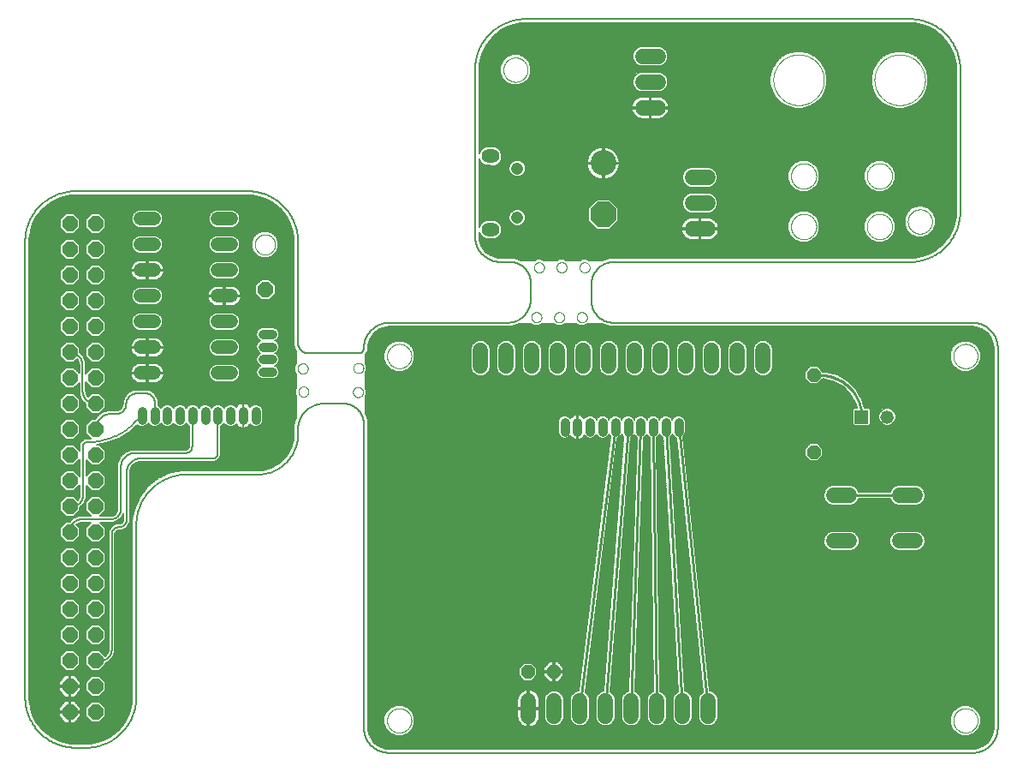
<source format=gbl>
G75*
%MOIN*%
%OFA0B0*%
%FSLAX25Y25*%
%IPPOS*%
%LPD*%
%AMOC8*
5,1,8,0,0,1.08239X$1,22.5*
%
%ADD10C,0.00000*%
%ADD11C,0.00600*%
%ADD12C,0.10000*%
%ADD13OC8,0.10000*%
%ADD14C,0.06000*%
%ADD15OC8,0.06000*%
%ADD16C,0.05600*%
%ADD17C,0.04756*%
%ADD18C,0.05200*%
%ADD19C,0.03575*%
%ADD20R,0.05200X0.05200*%
%ADD21C,0.05200*%
%ADD22OC8,0.05200*%
%ADD23C,0.00787*%
%ADD24C,0.02578*%
%ADD25C,0.01000*%
D10*
X0173741Y0078859D02*
X0173743Y0078996D01*
X0173749Y0079134D01*
X0173759Y0079271D01*
X0173773Y0079407D01*
X0173791Y0079544D01*
X0173813Y0079679D01*
X0173839Y0079814D01*
X0173868Y0079948D01*
X0173902Y0080082D01*
X0173939Y0080214D01*
X0173981Y0080345D01*
X0174026Y0080475D01*
X0174075Y0080603D01*
X0174127Y0080730D01*
X0174184Y0080855D01*
X0174243Y0080979D01*
X0174307Y0081101D01*
X0174374Y0081221D01*
X0174444Y0081339D01*
X0174518Y0081455D01*
X0174595Y0081569D01*
X0174676Y0081680D01*
X0174759Y0081789D01*
X0174846Y0081896D01*
X0174936Y0081999D01*
X0175029Y0082101D01*
X0175125Y0082199D01*
X0175223Y0082295D01*
X0175325Y0082388D01*
X0175428Y0082478D01*
X0175535Y0082565D01*
X0175644Y0082648D01*
X0175755Y0082729D01*
X0175869Y0082806D01*
X0175985Y0082880D01*
X0176103Y0082950D01*
X0176223Y0083017D01*
X0176345Y0083081D01*
X0176469Y0083140D01*
X0176594Y0083197D01*
X0176721Y0083249D01*
X0176849Y0083298D01*
X0176979Y0083343D01*
X0177110Y0083385D01*
X0177242Y0083422D01*
X0177376Y0083456D01*
X0177510Y0083485D01*
X0177645Y0083511D01*
X0177780Y0083533D01*
X0177917Y0083551D01*
X0178053Y0083565D01*
X0178190Y0083575D01*
X0178328Y0083581D01*
X0178465Y0083583D01*
X0178602Y0083581D01*
X0178740Y0083575D01*
X0178877Y0083565D01*
X0179013Y0083551D01*
X0179150Y0083533D01*
X0179285Y0083511D01*
X0179420Y0083485D01*
X0179554Y0083456D01*
X0179688Y0083422D01*
X0179820Y0083385D01*
X0179951Y0083343D01*
X0180081Y0083298D01*
X0180209Y0083249D01*
X0180336Y0083197D01*
X0180461Y0083140D01*
X0180585Y0083081D01*
X0180707Y0083017D01*
X0180827Y0082950D01*
X0180945Y0082880D01*
X0181061Y0082806D01*
X0181175Y0082729D01*
X0181286Y0082648D01*
X0181395Y0082565D01*
X0181502Y0082478D01*
X0181605Y0082388D01*
X0181707Y0082295D01*
X0181805Y0082199D01*
X0181901Y0082101D01*
X0181994Y0081999D01*
X0182084Y0081896D01*
X0182171Y0081789D01*
X0182254Y0081680D01*
X0182335Y0081569D01*
X0182412Y0081455D01*
X0182486Y0081339D01*
X0182556Y0081221D01*
X0182623Y0081101D01*
X0182687Y0080979D01*
X0182746Y0080855D01*
X0182803Y0080730D01*
X0182855Y0080603D01*
X0182904Y0080475D01*
X0182949Y0080345D01*
X0182991Y0080214D01*
X0183028Y0080082D01*
X0183062Y0079948D01*
X0183091Y0079814D01*
X0183117Y0079679D01*
X0183139Y0079544D01*
X0183157Y0079407D01*
X0183171Y0079271D01*
X0183181Y0079134D01*
X0183187Y0078996D01*
X0183189Y0078859D01*
X0183187Y0078722D01*
X0183181Y0078584D01*
X0183171Y0078447D01*
X0183157Y0078311D01*
X0183139Y0078174D01*
X0183117Y0078039D01*
X0183091Y0077904D01*
X0183062Y0077770D01*
X0183028Y0077636D01*
X0182991Y0077504D01*
X0182949Y0077373D01*
X0182904Y0077243D01*
X0182855Y0077115D01*
X0182803Y0076988D01*
X0182746Y0076863D01*
X0182687Y0076739D01*
X0182623Y0076617D01*
X0182556Y0076497D01*
X0182486Y0076379D01*
X0182412Y0076263D01*
X0182335Y0076149D01*
X0182254Y0076038D01*
X0182171Y0075929D01*
X0182084Y0075822D01*
X0181994Y0075719D01*
X0181901Y0075617D01*
X0181805Y0075519D01*
X0181707Y0075423D01*
X0181605Y0075330D01*
X0181502Y0075240D01*
X0181395Y0075153D01*
X0181286Y0075070D01*
X0181175Y0074989D01*
X0181061Y0074912D01*
X0180945Y0074838D01*
X0180827Y0074768D01*
X0180707Y0074701D01*
X0180585Y0074637D01*
X0180461Y0074578D01*
X0180336Y0074521D01*
X0180209Y0074469D01*
X0180081Y0074420D01*
X0179951Y0074375D01*
X0179820Y0074333D01*
X0179688Y0074296D01*
X0179554Y0074262D01*
X0179420Y0074233D01*
X0179285Y0074207D01*
X0179150Y0074185D01*
X0179013Y0074167D01*
X0178877Y0074153D01*
X0178740Y0074143D01*
X0178602Y0074137D01*
X0178465Y0074135D01*
X0178328Y0074137D01*
X0178190Y0074143D01*
X0178053Y0074153D01*
X0177917Y0074167D01*
X0177780Y0074185D01*
X0177645Y0074207D01*
X0177510Y0074233D01*
X0177376Y0074262D01*
X0177242Y0074296D01*
X0177110Y0074333D01*
X0176979Y0074375D01*
X0176849Y0074420D01*
X0176721Y0074469D01*
X0176594Y0074521D01*
X0176469Y0074578D01*
X0176345Y0074637D01*
X0176223Y0074701D01*
X0176103Y0074768D01*
X0175985Y0074838D01*
X0175869Y0074912D01*
X0175755Y0074989D01*
X0175644Y0075070D01*
X0175535Y0075153D01*
X0175428Y0075240D01*
X0175325Y0075330D01*
X0175223Y0075423D01*
X0175125Y0075519D01*
X0175029Y0075617D01*
X0174936Y0075719D01*
X0174846Y0075822D01*
X0174759Y0075929D01*
X0174676Y0076038D01*
X0174595Y0076149D01*
X0174518Y0076263D01*
X0174444Y0076379D01*
X0174374Y0076497D01*
X0174307Y0076617D01*
X0174243Y0076739D01*
X0174184Y0076863D01*
X0174127Y0076988D01*
X0174075Y0077115D01*
X0174026Y0077243D01*
X0173981Y0077373D01*
X0173939Y0077504D01*
X0173902Y0077636D01*
X0173868Y0077770D01*
X0173839Y0077904D01*
X0173813Y0078039D01*
X0173791Y0078174D01*
X0173773Y0078311D01*
X0173759Y0078447D01*
X0173749Y0078584D01*
X0173743Y0078722D01*
X0173741Y0078859D01*
X0160446Y0206581D02*
X0160448Y0206669D01*
X0160454Y0206757D01*
X0160464Y0206845D01*
X0160478Y0206933D01*
X0160495Y0207019D01*
X0160517Y0207105D01*
X0160542Y0207189D01*
X0160572Y0207273D01*
X0160604Y0207355D01*
X0160641Y0207435D01*
X0160681Y0207514D01*
X0160725Y0207591D01*
X0160772Y0207666D01*
X0160822Y0207738D01*
X0160876Y0207809D01*
X0160932Y0207876D01*
X0160992Y0207942D01*
X0161054Y0208004D01*
X0161120Y0208064D01*
X0161187Y0208120D01*
X0161258Y0208174D01*
X0161330Y0208224D01*
X0161405Y0208271D01*
X0161482Y0208315D01*
X0161561Y0208355D01*
X0161641Y0208392D01*
X0161723Y0208424D01*
X0161807Y0208454D01*
X0161891Y0208479D01*
X0161977Y0208501D01*
X0162063Y0208518D01*
X0162151Y0208532D01*
X0162239Y0208542D01*
X0162327Y0208548D01*
X0162415Y0208550D01*
X0162503Y0208548D01*
X0162591Y0208542D01*
X0162679Y0208532D01*
X0162767Y0208518D01*
X0162853Y0208501D01*
X0162939Y0208479D01*
X0163023Y0208454D01*
X0163107Y0208424D01*
X0163189Y0208392D01*
X0163269Y0208355D01*
X0163348Y0208315D01*
X0163425Y0208271D01*
X0163500Y0208224D01*
X0163572Y0208174D01*
X0163643Y0208120D01*
X0163710Y0208064D01*
X0163776Y0208004D01*
X0163838Y0207942D01*
X0163898Y0207876D01*
X0163954Y0207809D01*
X0164008Y0207738D01*
X0164058Y0207666D01*
X0164105Y0207591D01*
X0164149Y0207514D01*
X0164189Y0207435D01*
X0164226Y0207355D01*
X0164258Y0207273D01*
X0164288Y0207189D01*
X0164313Y0207105D01*
X0164335Y0207019D01*
X0164352Y0206933D01*
X0164366Y0206845D01*
X0164376Y0206757D01*
X0164382Y0206669D01*
X0164384Y0206581D01*
X0164382Y0206493D01*
X0164376Y0206405D01*
X0164366Y0206317D01*
X0164352Y0206229D01*
X0164335Y0206143D01*
X0164313Y0206057D01*
X0164288Y0205973D01*
X0164258Y0205889D01*
X0164226Y0205807D01*
X0164189Y0205727D01*
X0164149Y0205648D01*
X0164105Y0205571D01*
X0164058Y0205496D01*
X0164008Y0205424D01*
X0163954Y0205353D01*
X0163898Y0205286D01*
X0163838Y0205220D01*
X0163776Y0205158D01*
X0163710Y0205098D01*
X0163643Y0205042D01*
X0163572Y0204988D01*
X0163500Y0204938D01*
X0163425Y0204891D01*
X0163348Y0204847D01*
X0163269Y0204807D01*
X0163189Y0204770D01*
X0163107Y0204738D01*
X0163023Y0204708D01*
X0162939Y0204683D01*
X0162853Y0204661D01*
X0162767Y0204644D01*
X0162679Y0204630D01*
X0162591Y0204620D01*
X0162503Y0204614D01*
X0162415Y0204612D01*
X0162327Y0204614D01*
X0162239Y0204620D01*
X0162151Y0204630D01*
X0162063Y0204644D01*
X0161977Y0204661D01*
X0161891Y0204683D01*
X0161807Y0204708D01*
X0161723Y0204738D01*
X0161641Y0204770D01*
X0161561Y0204807D01*
X0161482Y0204847D01*
X0161405Y0204891D01*
X0161330Y0204938D01*
X0161258Y0204988D01*
X0161187Y0205042D01*
X0161120Y0205098D01*
X0161054Y0205158D01*
X0160992Y0205220D01*
X0160932Y0205286D01*
X0160876Y0205353D01*
X0160822Y0205424D01*
X0160772Y0205496D01*
X0160725Y0205571D01*
X0160681Y0205648D01*
X0160641Y0205727D01*
X0160604Y0205807D01*
X0160572Y0205889D01*
X0160542Y0205973D01*
X0160517Y0206057D01*
X0160495Y0206143D01*
X0160478Y0206229D01*
X0160464Y0206317D01*
X0160454Y0206405D01*
X0160448Y0206493D01*
X0160446Y0206581D01*
X0160574Y0215967D02*
X0160576Y0216055D01*
X0160582Y0216143D01*
X0160592Y0216231D01*
X0160606Y0216319D01*
X0160623Y0216405D01*
X0160645Y0216491D01*
X0160670Y0216575D01*
X0160700Y0216659D01*
X0160732Y0216741D01*
X0160769Y0216821D01*
X0160809Y0216900D01*
X0160853Y0216977D01*
X0160900Y0217052D01*
X0160950Y0217124D01*
X0161004Y0217195D01*
X0161060Y0217262D01*
X0161120Y0217328D01*
X0161182Y0217390D01*
X0161248Y0217450D01*
X0161315Y0217506D01*
X0161386Y0217560D01*
X0161458Y0217610D01*
X0161533Y0217657D01*
X0161610Y0217701D01*
X0161689Y0217741D01*
X0161769Y0217778D01*
X0161851Y0217810D01*
X0161935Y0217840D01*
X0162019Y0217865D01*
X0162105Y0217887D01*
X0162191Y0217904D01*
X0162279Y0217918D01*
X0162367Y0217928D01*
X0162455Y0217934D01*
X0162543Y0217936D01*
X0162631Y0217934D01*
X0162719Y0217928D01*
X0162807Y0217918D01*
X0162895Y0217904D01*
X0162981Y0217887D01*
X0163067Y0217865D01*
X0163151Y0217840D01*
X0163235Y0217810D01*
X0163317Y0217778D01*
X0163397Y0217741D01*
X0163476Y0217701D01*
X0163553Y0217657D01*
X0163628Y0217610D01*
X0163700Y0217560D01*
X0163771Y0217506D01*
X0163838Y0217450D01*
X0163904Y0217390D01*
X0163966Y0217328D01*
X0164026Y0217262D01*
X0164082Y0217195D01*
X0164136Y0217124D01*
X0164186Y0217052D01*
X0164233Y0216977D01*
X0164277Y0216900D01*
X0164317Y0216821D01*
X0164354Y0216741D01*
X0164386Y0216659D01*
X0164416Y0216575D01*
X0164441Y0216491D01*
X0164463Y0216405D01*
X0164480Y0216319D01*
X0164494Y0216231D01*
X0164504Y0216143D01*
X0164510Y0216055D01*
X0164512Y0215967D01*
X0164510Y0215879D01*
X0164504Y0215791D01*
X0164494Y0215703D01*
X0164480Y0215615D01*
X0164463Y0215529D01*
X0164441Y0215443D01*
X0164416Y0215359D01*
X0164386Y0215275D01*
X0164354Y0215193D01*
X0164317Y0215113D01*
X0164277Y0215034D01*
X0164233Y0214957D01*
X0164186Y0214882D01*
X0164136Y0214810D01*
X0164082Y0214739D01*
X0164026Y0214672D01*
X0163966Y0214606D01*
X0163904Y0214544D01*
X0163838Y0214484D01*
X0163771Y0214428D01*
X0163700Y0214374D01*
X0163628Y0214324D01*
X0163553Y0214277D01*
X0163476Y0214233D01*
X0163397Y0214193D01*
X0163317Y0214156D01*
X0163235Y0214124D01*
X0163151Y0214094D01*
X0163067Y0214069D01*
X0162981Y0214047D01*
X0162895Y0214030D01*
X0162807Y0214016D01*
X0162719Y0214006D01*
X0162631Y0214000D01*
X0162543Y0213998D01*
X0162455Y0214000D01*
X0162367Y0214006D01*
X0162279Y0214016D01*
X0162191Y0214030D01*
X0162105Y0214047D01*
X0162019Y0214069D01*
X0161935Y0214094D01*
X0161851Y0214124D01*
X0161769Y0214156D01*
X0161689Y0214193D01*
X0161610Y0214233D01*
X0161533Y0214277D01*
X0161458Y0214324D01*
X0161386Y0214374D01*
X0161315Y0214428D01*
X0161248Y0214484D01*
X0161182Y0214544D01*
X0161120Y0214606D01*
X0161060Y0214672D01*
X0161004Y0214739D01*
X0160950Y0214810D01*
X0160900Y0214882D01*
X0160853Y0214957D01*
X0160809Y0215034D01*
X0160769Y0215113D01*
X0160732Y0215193D01*
X0160700Y0215275D01*
X0160670Y0215359D01*
X0160645Y0215443D01*
X0160623Y0215529D01*
X0160606Y0215615D01*
X0160592Y0215703D01*
X0160582Y0215791D01*
X0160576Y0215879D01*
X0160574Y0215967D01*
X0173741Y0220591D02*
X0173743Y0220728D01*
X0173749Y0220866D01*
X0173759Y0221003D01*
X0173773Y0221139D01*
X0173791Y0221276D01*
X0173813Y0221411D01*
X0173839Y0221546D01*
X0173868Y0221680D01*
X0173902Y0221814D01*
X0173939Y0221946D01*
X0173981Y0222077D01*
X0174026Y0222207D01*
X0174075Y0222335D01*
X0174127Y0222462D01*
X0174184Y0222587D01*
X0174243Y0222711D01*
X0174307Y0222833D01*
X0174374Y0222953D01*
X0174444Y0223071D01*
X0174518Y0223187D01*
X0174595Y0223301D01*
X0174676Y0223412D01*
X0174759Y0223521D01*
X0174846Y0223628D01*
X0174936Y0223731D01*
X0175029Y0223833D01*
X0175125Y0223931D01*
X0175223Y0224027D01*
X0175325Y0224120D01*
X0175428Y0224210D01*
X0175535Y0224297D01*
X0175644Y0224380D01*
X0175755Y0224461D01*
X0175869Y0224538D01*
X0175985Y0224612D01*
X0176103Y0224682D01*
X0176223Y0224749D01*
X0176345Y0224813D01*
X0176469Y0224872D01*
X0176594Y0224929D01*
X0176721Y0224981D01*
X0176849Y0225030D01*
X0176979Y0225075D01*
X0177110Y0225117D01*
X0177242Y0225154D01*
X0177376Y0225188D01*
X0177510Y0225217D01*
X0177645Y0225243D01*
X0177780Y0225265D01*
X0177917Y0225283D01*
X0178053Y0225297D01*
X0178190Y0225307D01*
X0178328Y0225313D01*
X0178465Y0225315D01*
X0178602Y0225313D01*
X0178740Y0225307D01*
X0178877Y0225297D01*
X0179013Y0225283D01*
X0179150Y0225265D01*
X0179285Y0225243D01*
X0179420Y0225217D01*
X0179554Y0225188D01*
X0179688Y0225154D01*
X0179820Y0225117D01*
X0179951Y0225075D01*
X0180081Y0225030D01*
X0180209Y0224981D01*
X0180336Y0224929D01*
X0180461Y0224872D01*
X0180585Y0224813D01*
X0180707Y0224749D01*
X0180827Y0224682D01*
X0180945Y0224612D01*
X0181061Y0224538D01*
X0181175Y0224461D01*
X0181286Y0224380D01*
X0181395Y0224297D01*
X0181502Y0224210D01*
X0181605Y0224120D01*
X0181707Y0224027D01*
X0181805Y0223931D01*
X0181901Y0223833D01*
X0181994Y0223731D01*
X0182084Y0223628D01*
X0182171Y0223521D01*
X0182254Y0223412D01*
X0182335Y0223301D01*
X0182412Y0223187D01*
X0182486Y0223071D01*
X0182556Y0222953D01*
X0182623Y0222833D01*
X0182687Y0222711D01*
X0182746Y0222587D01*
X0182803Y0222462D01*
X0182855Y0222335D01*
X0182904Y0222207D01*
X0182949Y0222077D01*
X0182991Y0221946D01*
X0183028Y0221814D01*
X0183062Y0221680D01*
X0183091Y0221546D01*
X0183117Y0221411D01*
X0183139Y0221276D01*
X0183157Y0221139D01*
X0183171Y0221003D01*
X0183181Y0220866D01*
X0183187Y0220728D01*
X0183189Y0220591D01*
X0183187Y0220454D01*
X0183181Y0220316D01*
X0183171Y0220179D01*
X0183157Y0220043D01*
X0183139Y0219906D01*
X0183117Y0219771D01*
X0183091Y0219636D01*
X0183062Y0219502D01*
X0183028Y0219368D01*
X0182991Y0219236D01*
X0182949Y0219105D01*
X0182904Y0218975D01*
X0182855Y0218847D01*
X0182803Y0218720D01*
X0182746Y0218595D01*
X0182687Y0218471D01*
X0182623Y0218349D01*
X0182556Y0218229D01*
X0182486Y0218111D01*
X0182412Y0217995D01*
X0182335Y0217881D01*
X0182254Y0217770D01*
X0182171Y0217661D01*
X0182084Y0217554D01*
X0181994Y0217451D01*
X0181901Y0217349D01*
X0181805Y0217251D01*
X0181707Y0217155D01*
X0181605Y0217062D01*
X0181502Y0216972D01*
X0181395Y0216885D01*
X0181286Y0216802D01*
X0181175Y0216721D01*
X0181061Y0216644D01*
X0180945Y0216570D01*
X0180827Y0216500D01*
X0180707Y0216433D01*
X0180585Y0216369D01*
X0180461Y0216310D01*
X0180336Y0216253D01*
X0180209Y0216201D01*
X0180081Y0216152D01*
X0179951Y0216107D01*
X0179820Y0216065D01*
X0179688Y0216028D01*
X0179554Y0215994D01*
X0179420Y0215965D01*
X0179285Y0215939D01*
X0179150Y0215917D01*
X0179013Y0215899D01*
X0178877Y0215885D01*
X0178740Y0215875D01*
X0178602Y0215869D01*
X0178465Y0215867D01*
X0178328Y0215869D01*
X0178190Y0215875D01*
X0178053Y0215885D01*
X0177917Y0215899D01*
X0177780Y0215917D01*
X0177645Y0215939D01*
X0177510Y0215965D01*
X0177376Y0215994D01*
X0177242Y0216028D01*
X0177110Y0216065D01*
X0176979Y0216107D01*
X0176849Y0216152D01*
X0176721Y0216201D01*
X0176594Y0216253D01*
X0176469Y0216310D01*
X0176345Y0216369D01*
X0176223Y0216433D01*
X0176103Y0216500D01*
X0175985Y0216570D01*
X0175869Y0216644D01*
X0175755Y0216721D01*
X0175644Y0216802D01*
X0175535Y0216885D01*
X0175428Y0216972D01*
X0175325Y0217062D01*
X0175223Y0217155D01*
X0175125Y0217251D01*
X0175029Y0217349D01*
X0174936Y0217451D01*
X0174846Y0217554D01*
X0174759Y0217661D01*
X0174676Y0217770D01*
X0174595Y0217881D01*
X0174518Y0217995D01*
X0174444Y0218111D01*
X0174374Y0218229D01*
X0174307Y0218349D01*
X0174243Y0218471D01*
X0174184Y0218595D01*
X0174127Y0218720D01*
X0174075Y0218847D01*
X0174026Y0218975D01*
X0173981Y0219105D01*
X0173939Y0219236D01*
X0173902Y0219368D01*
X0173868Y0219502D01*
X0173839Y0219636D01*
X0173813Y0219771D01*
X0173791Y0219906D01*
X0173773Y0220043D01*
X0173759Y0220179D01*
X0173749Y0220316D01*
X0173743Y0220454D01*
X0173741Y0220591D01*
X0138939Y0215776D02*
X0138941Y0215864D01*
X0138947Y0215952D01*
X0138957Y0216040D01*
X0138971Y0216128D01*
X0138988Y0216214D01*
X0139010Y0216300D01*
X0139035Y0216384D01*
X0139065Y0216468D01*
X0139097Y0216550D01*
X0139134Y0216630D01*
X0139174Y0216709D01*
X0139218Y0216786D01*
X0139265Y0216861D01*
X0139315Y0216933D01*
X0139369Y0217004D01*
X0139425Y0217071D01*
X0139485Y0217137D01*
X0139547Y0217199D01*
X0139613Y0217259D01*
X0139680Y0217315D01*
X0139751Y0217369D01*
X0139823Y0217419D01*
X0139898Y0217466D01*
X0139975Y0217510D01*
X0140054Y0217550D01*
X0140134Y0217587D01*
X0140216Y0217619D01*
X0140300Y0217649D01*
X0140384Y0217674D01*
X0140470Y0217696D01*
X0140556Y0217713D01*
X0140644Y0217727D01*
X0140732Y0217737D01*
X0140820Y0217743D01*
X0140908Y0217745D01*
X0140996Y0217743D01*
X0141084Y0217737D01*
X0141172Y0217727D01*
X0141260Y0217713D01*
X0141346Y0217696D01*
X0141432Y0217674D01*
X0141516Y0217649D01*
X0141600Y0217619D01*
X0141682Y0217587D01*
X0141762Y0217550D01*
X0141841Y0217510D01*
X0141918Y0217466D01*
X0141993Y0217419D01*
X0142065Y0217369D01*
X0142136Y0217315D01*
X0142203Y0217259D01*
X0142269Y0217199D01*
X0142331Y0217137D01*
X0142391Y0217071D01*
X0142447Y0217004D01*
X0142501Y0216933D01*
X0142551Y0216861D01*
X0142598Y0216786D01*
X0142642Y0216709D01*
X0142682Y0216630D01*
X0142719Y0216550D01*
X0142751Y0216468D01*
X0142781Y0216384D01*
X0142806Y0216300D01*
X0142828Y0216214D01*
X0142845Y0216128D01*
X0142859Y0216040D01*
X0142869Y0215952D01*
X0142875Y0215864D01*
X0142877Y0215776D01*
X0142875Y0215688D01*
X0142869Y0215600D01*
X0142859Y0215512D01*
X0142845Y0215424D01*
X0142828Y0215338D01*
X0142806Y0215252D01*
X0142781Y0215168D01*
X0142751Y0215084D01*
X0142719Y0215002D01*
X0142682Y0214922D01*
X0142642Y0214843D01*
X0142598Y0214766D01*
X0142551Y0214691D01*
X0142501Y0214619D01*
X0142447Y0214548D01*
X0142391Y0214481D01*
X0142331Y0214415D01*
X0142269Y0214353D01*
X0142203Y0214293D01*
X0142136Y0214237D01*
X0142065Y0214183D01*
X0141993Y0214133D01*
X0141918Y0214086D01*
X0141841Y0214042D01*
X0141762Y0214002D01*
X0141682Y0213965D01*
X0141600Y0213933D01*
X0141516Y0213903D01*
X0141432Y0213878D01*
X0141346Y0213856D01*
X0141260Y0213839D01*
X0141172Y0213825D01*
X0141084Y0213815D01*
X0140996Y0213809D01*
X0140908Y0213807D01*
X0140820Y0213809D01*
X0140732Y0213815D01*
X0140644Y0213825D01*
X0140556Y0213839D01*
X0140470Y0213856D01*
X0140384Y0213878D01*
X0140300Y0213903D01*
X0140216Y0213933D01*
X0140134Y0213965D01*
X0140054Y0214002D01*
X0139975Y0214042D01*
X0139898Y0214086D01*
X0139823Y0214133D01*
X0139751Y0214183D01*
X0139680Y0214237D01*
X0139613Y0214293D01*
X0139547Y0214353D01*
X0139485Y0214415D01*
X0139425Y0214481D01*
X0139369Y0214548D01*
X0139315Y0214619D01*
X0139265Y0214691D01*
X0139218Y0214766D01*
X0139174Y0214843D01*
X0139134Y0214922D01*
X0139097Y0215002D01*
X0139065Y0215084D01*
X0139035Y0215168D01*
X0139010Y0215252D01*
X0138988Y0215338D01*
X0138971Y0215424D01*
X0138957Y0215512D01*
X0138947Y0215600D01*
X0138941Y0215688D01*
X0138939Y0215776D01*
X0139194Y0206773D02*
X0139196Y0206861D01*
X0139202Y0206949D01*
X0139212Y0207037D01*
X0139226Y0207125D01*
X0139243Y0207211D01*
X0139265Y0207297D01*
X0139290Y0207381D01*
X0139320Y0207465D01*
X0139352Y0207547D01*
X0139389Y0207627D01*
X0139429Y0207706D01*
X0139473Y0207783D01*
X0139520Y0207858D01*
X0139570Y0207930D01*
X0139624Y0208001D01*
X0139680Y0208068D01*
X0139740Y0208134D01*
X0139802Y0208196D01*
X0139868Y0208256D01*
X0139935Y0208312D01*
X0140006Y0208366D01*
X0140078Y0208416D01*
X0140153Y0208463D01*
X0140230Y0208507D01*
X0140309Y0208547D01*
X0140389Y0208584D01*
X0140471Y0208616D01*
X0140555Y0208646D01*
X0140639Y0208671D01*
X0140725Y0208693D01*
X0140811Y0208710D01*
X0140899Y0208724D01*
X0140987Y0208734D01*
X0141075Y0208740D01*
X0141163Y0208742D01*
X0141251Y0208740D01*
X0141339Y0208734D01*
X0141427Y0208724D01*
X0141515Y0208710D01*
X0141601Y0208693D01*
X0141687Y0208671D01*
X0141771Y0208646D01*
X0141855Y0208616D01*
X0141937Y0208584D01*
X0142017Y0208547D01*
X0142096Y0208507D01*
X0142173Y0208463D01*
X0142248Y0208416D01*
X0142320Y0208366D01*
X0142391Y0208312D01*
X0142458Y0208256D01*
X0142524Y0208196D01*
X0142586Y0208134D01*
X0142646Y0208068D01*
X0142702Y0208001D01*
X0142756Y0207930D01*
X0142806Y0207858D01*
X0142853Y0207783D01*
X0142897Y0207706D01*
X0142937Y0207627D01*
X0142974Y0207547D01*
X0143006Y0207465D01*
X0143036Y0207381D01*
X0143061Y0207297D01*
X0143083Y0207211D01*
X0143100Y0207125D01*
X0143114Y0207037D01*
X0143124Y0206949D01*
X0143130Y0206861D01*
X0143132Y0206773D01*
X0143130Y0206685D01*
X0143124Y0206597D01*
X0143114Y0206509D01*
X0143100Y0206421D01*
X0143083Y0206335D01*
X0143061Y0206249D01*
X0143036Y0206165D01*
X0143006Y0206081D01*
X0142974Y0205999D01*
X0142937Y0205919D01*
X0142897Y0205840D01*
X0142853Y0205763D01*
X0142806Y0205688D01*
X0142756Y0205616D01*
X0142702Y0205545D01*
X0142646Y0205478D01*
X0142586Y0205412D01*
X0142524Y0205350D01*
X0142458Y0205290D01*
X0142391Y0205234D01*
X0142320Y0205180D01*
X0142248Y0205130D01*
X0142173Y0205083D01*
X0142096Y0205039D01*
X0142017Y0204999D01*
X0141937Y0204962D01*
X0141855Y0204930D01*
X0141771Y0204900D01*
X0141687Y0204875D01*
X0141601Y0204853D01*
X0141515Y0204836D01*
X0141427Y0204822D01*
X0141339Y0204812D01*
X0141251Y0204806D01*
X0141163Y0204804D01*
X0141075Y0204806D01*
X0140987Y0204812D01*
X0140899Y0204822D01*
X0140811Y0204836D01*
X0140725Y0204853D01*
X0140639Y0204875D01*
X0140555Y0204900D01*
X0140471Y0204930D01*
X0140389Y0204962D01*
X0140309Y0204999D01*
X0140230Y0205039D01*
X0140153Y0205083D01*
X0140078Y0205130D01*
X0140006Y0205180D01*
X0139935Y0205234D01*
X0139868Y0205290D01*
X0139802Y0205350D01*
X0139740Y0205412D01*
X0139680Y0205478D01*
X0139624Y0205545D01*
X0139570Y0205616D01*
X0139520Y0205688D01*
X0139473Y0205763D01*
X0139429Y0205840D01*
X0139389Y0205919D01*
X0139352Y0205999D01*
X0139320Y0206081D01*
X0139290Y0206165D01*
X0139265Y0206249D01*
X0139243Y0206335D01*
X0139226Y0206421D01*
X0139212Y0206509D01*
X0139202Y0206597D01*
X0139196Y0206685D01*
X0139194Y0206773D01*
X0122259Y0264014D02*
X0122261Y0264139D01*
X0122267Y0264264D01*
X0122277Y0264388D01*
X0122291Y0264512D01*
X0122308Y0264636D01*
X0122330Y0264759D01*
X0122356Y0264881D01*
X0122385Y0265003D01*
X0122418Y0265123D01*
X0122456Y0265242D01*
X0122496Y0265361D01*
X0122541Y0265477D01*
X0122589Y0265592D01*
X0122641Y0265706D01*
X0122697Y0265818D01*
X0122756Y0265928D01*
X0122818Y0266036D01*
X0122884Y0266143D01*
X0122953Y0266247D01*
X0123026Y0266348D01*
X0123101Y0266448D01*
X0123180Y0266545D01*
X0123262Y0266639D01*
X0123347Y0266731D01*
X0123434Y0266820D01*
X0123525Y0266906D01*
X0123618Y0266989D01*
X0123714Y0267070D01*
X0123812Y0267147D01*
X0123912Y0267221D01*
X0124015Y0267292D01*
X0124120Y0267359D01*
X0124228Y0267424D01*
X0124337Y0267484D01*
X0124448Y0267542D01*
X0124561Y0267595D01*
X0124675Y0267645D01*
X0124791Y0267692D01*
X0124908Y0267734D01*
X0125027Y0267773D01*
X0125147Y0267809D01*
X0125268Y0267840D01*
X0125390Y0267868D01*
X0125512Y0267891D01*
X0125636Y0267911D01*
X0125760Y0267927D01*
X0125884Y0267939D01*
X0126009Y0267947D01*
X0126134Y0267951D01*
X0126258Y0267951D01*
X0126383Y0267947D01*
X0126508Y0267939D01*
X0126632Y0267927D01*
X0126756Y0267911D01*
X0126880Y0267891D01*
X0127002Y0267868D01*
X0127124Y0267840D01*
X0127245Y0267809D01*
X0127365Y0267773D01*
X0127484Y0267734D01*
X0127601Y0267692D01*
X0127717Y0267645D01*
X0127831Y0267595D01*
X0127944Y0267542D01*
X0128055Y0267484D01*
X0128165Y0267424D01*
X0128272Y0267359D01*
X0128377Y0267292D01*
X0128480Y0267221D01*
X0128580Y0267147D01*
X0128678Y0267070D01*
X0128774Y0266989D01*
X0128867Y0266906D01*
X0128958Y0266820D01*
X0129045Y0266731D01*
X0129130Y0266639D01*
X0129212Y0266545D01*
X0129291Y0266448D01*
X0129366Y0266348D01*
X0129439Y0266247D01*
X0129508Y0266143D01*
X0129574Y0266036D01*
X0129636Y0265928D01*
X0129695Y0265818D01*
X0129751Y0265706D01*
X0129803Y0265592D01*
X0129851Y0265477D01*
X0129896Y0265361D01*
X0129936Y0265242D01*
X0129974Y0265123D01*
X0130007Y0265003D01*
X0130036Y0264881D01*
X0130062Y0264759D01*
X0130084Y0264636D01*
X0130101Y0264512D01*
X0130115Y0264388D01*
X0130125Y0264264D01*
X0130131Y0264139D01*
X0130133Y0264014D01*
X0130131Y0263889D01*
X0130125Y0263764D01*
X0130115Y0263640D01*
X0130101Y0263516D01*
X0130084Y0263392D01*
X0130062Y0263269D01*
X0130036Y0263147D01*
X0130007Y0263025D01*
X0129974Y0262905D01*
X0129936Y0262786D01*
X0129896Y0262667D01*
X0129851Y0262551D01*
X0129803Y0262436D01*
X0129751Y0262322D01*
X0129695Y0262210D01*
X0129636Y0262100D01*
X0129574Y0261992D01*
X0129508Y0261885D01*
X0129439Y0261781D01*
X0129366Y0261680D01*
X0129291Y0261580D01*
X0129212Y0261483D01*
X0129130Y0261389D01*
X0129045Y0261297D01*
X0128958Y0261208D01*
X0128867Y0261122D01*
X0128774Y0261039D01*
X0128678Y0260958D01*
X0128580Y0260881D01*
X0128480Y0260807D01*
X0128377Y0260736D01*
X0128272Y0260669D01*
X0128164Y0260604D01*
X0128055Y0260544D01*
X0127944Y0260486D01*
X0127831Y0260433D01*
X0127717Y0260383D01*
X0127601Y0260336D01*
X0127484Y0260294D01*
X0127365Y0260255D01*
X0127245Y0260219D01*
X0127124Y0260188D01*
X0127002Y0260160D01*
X0126880Y0260137D01*
X0126756Y0260117D01*
X0126632Y0260101D01*
X0126508Y0260089D01*
X0126383Y0260081D01*
X0126258Y0260077D01*
X0126134Y0260077D01*
X0126009Y0260081D01*
X0125884Y0260089D01*
X0125760Y0260101D01*
X0125636Y0260117D01*
X0125512Y0260137D01*
X0125390Y0260160D01*
X0125268Y0260188D01*
X0125147Y0260219D01*
X0125027Y0260255D01*
X0124908Y0260294D01*
X0124791Y0260336D01*
X0124675Y0260383D01*
X0124561Y0260433D01*
X0124448Y0260486D01*
X0124337Y0260544D01*
X0124227Y0260604D01*
X0124120Y0260669D01*
X0124015Y0260736D01*
X0123912Y0260807D01*
X0123812Y0260881D01*
X0123714Y0260958D01*
X0123618Y0261039D01*
X0123525Y0261122D01*
X0123434Y0261208D01*
X0123347Y0261297D01*
X0123262Y0261389D01*
X0123180Y0261483D01*
X0123101Y0261580D01*
X0123026Y0261680D01*
X0122953Y0261781D01*
X0122884Y0261885D01*
X0122818Y0261992D01*
X0122756Y0262100D01*
X0122697Y0262210D01*
X0122641Y0262322D01*
X0122589Y0262436D01*
X0122541Y0262551D01*
X0122496Y0262667D01*
X0122456Y0262786D01*
X0122418Y0262905D01*
X0122385Y0263025D01*
X0122356Y0263147D01*
X0122330Y0263269D01*
X0122308Y0263392D01*
X0122291Y0263516D01*
X0122277Y0263640D01*
X0122267Y0263764D01*
X0122261Y0263889D01*
X0122259Y0264014D01*
X0219017Y0332009D02*
X0219019Y0332146D01*
X0219025Y0332284D01*
X0219035Y0332421D01*
X0219049Y0332557D01*
X0219067Y0332694D01*
X0219089Y0332829D01*
X0219115Y0332964D01*
X0219144Y0333098D01*
X0219178Y0333232D01*
X0219215Y0333364D01*
X0219257Y0333495D01*
X0219302Y0333625D01*
X0219351Y0333753D01*
X0219403Y0333880D01*
X0219460Y0334005D01*
X0219519Y0334129D01*
X0219583Y0334251D01*
X0219650Y0334371D01*
X0219720Y0334489D01*
X0219794Y0334605D01*
X0219871Y0334719D01*
X0219952Y0334830D01*
X0220035Y0334939D01*
X0220122Y0335046D01*
X0220212Y0335149D01*
X0220305Y0335251D01*
X0220401Y0335349D01*
X0220499Y0335445D01*
X0220601Y0335538D01*
X0220704Y0335628D01*
X0220811Y0335715D01*
X0220920Y0335798D01*
X0221031Y0335879D01*
X0221145Y0335956D01*
X0221261Y0336030D01*
X0221379Y0336100D01*
X0221499Y0336167D01*
X0221621Y0336231D01*
X0221745Y0336290D01*
X0221870Y0336347D01*
X0221997Y0336399D01*
X0222125Y0336448D01*
X0222255Y0336493D01*
X0222386Y0336535D01*
X0222518Y0336572D01*
X0222652Y0336606D01*
X0222786Y0336635D01*
X0222921Y0336661D01*
X0223056Y0336683D01*
X0223193Y0336701D01*
X0223329Y0336715D01*
X0223466Y0336725D01*
X0223604Y0336731D01*
X0223741Y0336733D01*
X0223878Y0336731D01*
X0224016Y0336725D01*
X0224153Y0336715D01*
X0224289Y0336701D01*
X0224426Y0336683D01*
X0224561Y0336661D01*
X0224696Y0336635D01*
X0224830Y0336606D01*
X0224964Y0336572D01*
X0225096Y0336535D01*
X0225227Y0336493D01*
X0225357Y0336448D01*
X0225485Y0336399D01*
X0225612Y0336347D01*
X0225737Y0336290D01*
X0225861Y0336231D01*
X0225983Y0336167D01*
X0226103Y0336100D01*
X0226221Y0336030D01*
X0226337Y0335956D01*
X0226451Y0335879D01*
X0226562Y0335798D01*
X0226671Y0335715D01*
X0226778Y0335628D01*
X0226881Y0335538D01*
X0226983Y0335445D01*
X0227081Y0335349D01*
X0227177Y0335251D01*
X0227270Y0335149D01*
X0227360Y0335046D01*
X0227447Y0334939D01*
X0227530Y0334830D01*
X0227611Y0334719D01*
X0227688Y0334605D01*
X0227762Y0334489D01*
X0227832Y0334371D01*
X0227899Y0334251D01*
X0227963Y0334129D01*
X0228022Y0334005D01*
X0228079Y0333880D01*
X0228131Y0333753D01*
X0228180Y0333625D01*
X0228225Y0333495D01*
X0228267Y0333364D01*
X0228304Y0333232D01*
X0228338Y0333098D01*
X0228367Y0332964D01*
X0228393Y0332829D01*
X0228415Y0332694D01*
X0228433Y0332557D01*
X0228447Y0332421D01*
X0228457Y0332284D01*
X0228463Y0332146D01*
X0228465Y0332009D01*
X0228463Y0331872D01*
X0228457Y0331734D01*
X0228447Y0331597D01*
X0228433Y0331461D01*
X0228415Y0331324D01*
X0228393Y0331189D01*
X0228367Y0331054D01*
X0228338Y0330920D01*
X0228304Y0330786D01*
X0228267Y0330654D01*
X0228225Y0330523D01*
X0228180Y0330393D01*
X0228131Y0330265D01*
X0228079Y0330138D01*
X0228022Y0330013D01*
X0227963Y0329889D01*
X0227899Y0329767D01*
X0227832Y0329647D01*
X0227762Y0329529D01*
X0227688Y0329413D01*
X0227611Y0329299D01*
X0227530Y0329188D01*
X0227447Y0329079D01*
X0227360Y0328972D01*
X0227270Y0328869D01*
X0227177Y0328767D01*
X0227081Y0328669D01*
X0226983Y0328573D01*
X0226881Y0328480D01*
X0226778Y0328390D01*
X0226671Y0328303D01*
X0226562Y0328220D01*
X0226451Y0328139D01*
X0226337Y0328062D01*
X0226221Y0327988D01*
X0226103Y0327918D01*
X0225983Y0327851D01*
X0225861Y0327787D01*
X0225737Y0327728D01*
X0225612Y0327671D01*
X0225485Y0327619D01*
X0225357Y0327570D01*
X0225227Y0327525D01*
X0225096Y0327483D01*
X0224964Y0327446D01*
X0224830Y0327412D01*
X0224696Y0327383D01*
X0224561Y0327357D01*
X0224426Y0327335D01*
X0224289Y0327317D01*
X0224153Y0327303D01*
X0224016Y0327293D01*
X0223878Y0327287D01*
X0223741Y0327285D01*
X0223604Y0327287D01*
X0223466Y0327293D01*
X0223329Y0327303D01*
X0223193Y0327317D01*
X0223056Y0327335D01*
X0222921Y0327357D01*
X0222786Y0327383D01*
X0222652Y0327412D01*
X0222518Y0327446D01*
X0222386Y0327483D01*
X0222255Y0327525D01*
X0222125Y0327570D01*
X0221997Y0327619D01*
X0221870Y0327671D01*
X0221745Y0327728D01*
X0221621Y0327787D01*
X0221499Y0327851D01*
X0221379Y0327918D01*
X0221261Y0327988D01*
X0221145Y0328062D01*
X0221031Y0328139D01*
X0220920Y0328220D01*
X0220811Y0328303D01*
X0220704Y0328390D01*
X0220601Y0328480D01*
X0220499Y0328573D01*
X0220401Y0328669D01*
X0220305Y0328767D01*
X0220212Y0328869D01*
X0220122Y0328972D01*
X0220035Y0329079D01*
X0219952Y0329188D01*
X0219871Y0329299D01*
X0219794Y0329413D01*
X0219720Y0329529D01*
X0219650Y0329647D01*
X0219583Y0329767D01*
X0219519Y0329889D01*
X0219460Y0330013D01*
X0219403Y0330138D01*
X0219351Y0330265D01*
X0219302Y0330393D01*
X0219257Y0330523D01*
X0219215Y0330654D01*
X0219178Y0330786D01*
X0219144Y0330920D01*
X0219115Y0331054D01*
X0219089Y0331189D01*
X0219067Y0331324D01*
X0219049Y0331461D01*
X0219035Y0331597D01*
X0219025Y0331734D01*
X0219019Y0331872D01*
X0219017Y0332009D01*
X0230945Y0255094D02*
X0230947Y0255182D01*
X0230953Y0255270D01*
X0230963Y0255358D01*
X0230977Y0255446D01*
X0230994Y0255532D01*
X0231016Y0255618D01*
X0231041Y0255702D01*
X0231071Y0255786D01*
X0231103Y0255868D01*
X0231140Y0255948D01*
X0231180Y0256027D01*
X0231224Y0256104D01*
X0231271Y0256179D01*
X0231321Y0256251D01*
X0231375Y0256322D01*
X0231431Y0256389D01*
X0231491Y0256455D01*
X0231553Y0256517D01*
X0231619Y0256577D01*
X0231686Y0256633D01*
X0231757Y0256687D01*
X0231829Y0256737D01*
X0231904Y0256784D01*
X0231981Y0256828D01*
X0232060Y0256868D01*
X0232140Y0256905D01*
X0232222Y0256937D01*
X0232306Y0256967D01*
X0232390Y0256992D01*
X0232476Y0257014D01*
X0232562Y0257031D01*
X0232650Y0257045D01*
X0232738Y0257055D01*
X0232826Y0257061D01*
X0232914Y0257063D01*
X0233002Y0257061D01*
X0233090Y0257055D01*
X0233178Y0257045D01*
X0233266Y0257031D01*
X0233352Y0257014D01*
X0233438Y0256992D01*
X0233522Y0256967D01*
X0233606Y0256937D01*
X0233688Y0256905D01*
X0233768Y0256868D01*
X0233847Y0256828D01*
X0233924Y0256784D01*
X0233999Y0256737D01*
X0234071Y0256687D01*
X0234142Y0256633D01*
X0234209Y0256577D01*
X0234275Y0256517D01*
X0234337Y0256455D01*
X0234397Y0256389D01*
X0234453Y0256322D01*
X0234507Y0256251D01*
X0234557Y0256179D01*
X0234604Y0256104D01*
X0234648Y0256027D01*
X0234688Y0255948D01*
X0234725Y0255868D01*
X0234757Y0255786D01*
X0234787Y0255702D01*
X0234812Y0255618D01*
X0234834Y0255532D01*
X0234851Y0255446D01*
X0234865Y0255358D01*
X0234875Y0255270D01*
X0234881Y0255182D01*
X0234883Y0255094D01*
X0234881Y0255006D01*
X0234875Y0254918D01*
X0234865Y0254830D01*
X0234851Y0254742D01*
X0234834Y0254656D01*
X0234812Y0254570D01*
X0234787Y0254486D01*
X0234757Y0254402D01*
X0234725Y0254320D01*
X0234688Y0254240D01*
X0234648Y0254161D01*
X0234604Y0254084D01*
X0234557Y0254009D01*
X0234507Y0253937D01*
X0234453Y0253866D01*
X0234397Y0253799D01*
X0234337Y0253733D01*
X0234275Y0253671D01*
X0234209Y0253611D01*
X0234142Y0253555D01*
X0234071Y0253501D01*
X0233999Y0253451D01*
X0233924Y0253404D01*
X0233847Y0253360D01*
X0233768Y0253320D01*
X0233688Y0253283D01*
X0233606Y0253251D01*
X0233522Y0253221D01*
X0233438Y0253196D01*
X0233352Y0253174D01*
X0233266Y0253157D01*
X0233178Y0253143D01*
X0233090Y0253133D01*
X0233002Y0253127D01*
X0232914Y0253125D01*
X0232826Y0253127D01*
X0232738Y0253133D01*
X0232650Y0253143D01*
X0232562Y0253157D01*
X0232476Y0253174D01*
X0232390Y0253196D01*
X0232306Y0253221D01*
X0232222Y0253251D01*
X0232140Y0253283D01*
X0232060Y0253320D01*
X0231981Y0253360D01*
X0231904Y0253404D01*
X0231829Y0253451D01*
X0231757Y0253501D01*
X0231686Y0253555D01*
X0231619Y0253611D01*
X0231553Y0253671D01*
X0231491Y0253733D01*
X0231431Y0253799D01*
X0231375Y0253866D01*
X0231321Y0253937D01*
X0231271Y0254009D01*
X0231224Y0254084D01*
X0231180Y0254161D01*
X0231140Y0254240D01*
X0231103Y0254320D01*
X0231071Y0254402D01*
X0231041Y0254486D01*
X0231016Y0254570D01*
X0230994Y0254656D01*
X0230977Y0254742D01*
X0230963Y0254830D01*
X0230953Y0254918D01*
X0230947Y0255006D01*
X0230945Y0255094D01*
X0239714Y0255154D02*
X0239716Y0255242D01*
X0239722Y0255330D01*
X0239732Y0255418D01*
X0239746Y0255506D01*
X0239763Y0255592D01*
X0239785Y0255678D01*
X0239810Y0255762D01*
X0239840Y0255846D01*
X0239872Y0255928D01*
X0239909Y0256008D01*
X0239949Y0256087D01*
X0239993Y0256164D01*
X0240040Y0256239D01*
X0240090Y0256311D01*
X0240144Y0256382D01*
X0240200Y0256449D01*
X0240260Y0256515D01*
X0240322Y0256577D01*
X0240388Y0256637D01*
X0240455Y0256693D01*
X0240526Y0256747D01*
X0240598Y0256797D01*
X0240673Y0256844D01*
X0240750Y0256888D01*
X0240829Y0256928D01*
X0240909Y0256965D01*
X0240991Y0256997D01*
X0241075Y0257027D01*
X0241159Y0257052D01*
X0241245Y0257074D01*
X0241331Y0257091D01*
X0241419Y0257105D01*
X0241507Y0257115D01*
X0241595Y0257121D01*
X0241683Y0257123D01*
X0241771Y0257121D01*
X0241859Y0257115D01*
X0241947Y0257105D01*
X0242035Y0257091D01*
X0242121Y0257074D01*
X0242207Y0257052D01*
X0242291Y0257027D01*
X0242375Y0256997D01*
X0242457Y0256965D01*
X0242537Y0256928D01*
X0242616Y0256888D01*
X0242693Y0256844D01*
X0242768Y0256797D01*
X0242840Y0256747D01*
X0242911Y0256693D01*
X0242978Y0256637D01*
X0243044Y0256577D01*
X0243106Y0256515D01*
X0243166Y0256449D01*
X0243222Y0256382D01*
X0243276Y0256311D01*
X0243326Y0256239D01*
X0243373Y0256164D01*
X0243417Y0256087D01*
X0243457Y0256008D01*
X0243494Y0255928D01*
X0243526Y0255846D01*
X0243556Y0255762D01*
X0243581Y0255678D01*
X0243603Y0255592D01*
X0243620Y0255506D01*
X0243634Y0255418D01*
X0243644Y0255330D01*
X0243650Y0255242D01*
X0243652Y0255154D01*
X0243650Y0255066D01*
X0243644Y0254978D01*
X0243634Y0254890D01*
X0243620Y0254802D01*
X0243603Y0254716D01*
X0243581Y0254630D01*
X0243556Y0254546D01*
X0243526Y0254462D01*
X0243494Y0254380D01*
X0243457Y0254300D01*
X0243417Y0254221D01*
X0243373Y0254144D01*
X0243326Y0254069D01*
X0243276Y0253997D01*
X0243222Y0253926D01*
X0243166Y0253859D01*
X0243106Y0253793D01*
X0243044Y0253731D01*
X0242978Y0253671D01*
X0242911Y0253615D01*
X0242840Y0253561D01*
X0242768Y0253511D01*
X0242693Y0253464D01*
X0242616Y0253420D01*
X0242537Y0253380D01*
X0242457Y0253343D01*
X0242375Y0253311D01*
X0242291Y0253281D01*
X0242207Y0253256D01*
X0242121Y0253234D01*
X0242035Y0253217D01*
X0241947Y0253203D01*
X0241859Y0253193D01*
X0241771Y0253187D01*
X0241683Y0253185D01*
X0241595Y0253187D01*
X0241507Y0253193D01*
X0241419Y0253203D01*
X0241331Y0253217D01*
X0241245Y0253234D01*
X0241159Y0253256D01*
X0241075Y0253281D01*
X0240991Y0253311D01*
X0240909Y0253343D01*
X0240829Y0253380D01*
X0240750Y0253420D01*
X0240673Y0253464D01*
X0240598Y0253511D01*
X0240526Y0253561D01*
X0240455Y0253615D01*
X0240388Y0253671D01*
X0240322Y0253731D01*
X0240260Y0253793D01*
X0240200Y0253859D01*
X0240144Y0253926D01*
X0240090Y0253997D01*
X0240040Y0254069D01*
X0239993Y0254144D01*
X0239949Y0254221D01*
X0239909Y0254300D01*
X0239872Y0254380D01*
X0239840Y0254462D01*
X0239810Y0254546D01*
X0239785Y0254630D01*
X0239763Y0254716D01*
X0239746Y0254802D01*
X0239732Y0254890D01*
X0239722Y0254978D01*
X0239716Y0255066D01*
X0239714Y0255154D01*
X0248661Y0255094D02*
X0248663Y0255182D01*
X0248669Y0255270D01*
X0248679Y0255358D01*
X0248693Y0255446D01*
X0248710Y0255532D01*
X0248732Y0255618D01*
X0248757Y0255702D01*
X0248787Y0255786D01*
X0248819Y0255868D01*
X0248856Y0255948D01*
X0248896Y0256027D01*
X0248940Y0256104D01*
X0248987Y0256179D01*
X0249037Y0256251D01*
X0249091Y0256322D01*
X0249147Y0256389D01*
X0249207Y0256455D01*
X0249269Y0256517D01*
X0249335Y0256577D01*
X0249402Y0256633D01*
X0249473Y0256687D01*
X0249545Y0256737D01*
X0249620Y0256784D01*
X0249697Y0256828D01*
X0249776Y0256868D01*
X0249856Y0256905D01*
X0249938Y0256937D01*
X0250022Y0256967D01*
X0250106Y0256992D01*
X0250192Y0257014D01*
X0250278Y0257031D01*
X0250366Y0257045D01*
X0250454Y0257055D01*
X0250542Y0257061D01*
X0250630Y0257063D01*
X0250718Y0257061D01*
X0250806Y0257055D01*
X0250894Y0257045D01*
X0250982Y0257031D01*
X0251068Y0257014D01*
X0251154Y0256992D01*
X0251238Y0256967D01*
X0251322Y0256937D01*
X0251404Y0256905D01*
X0251484Y0256868D01*
X0251563Y0256828D01*
X0251640Y0256784D01*
X0251715Y0256737D01*
X0251787Y0256687D01*
X0251858Y0256633D01*
X0251925Y0256577D01*
X0251991Y0256517D01*
X0252053Y0256455D01*
X0252113Y0256389D01*
X0252169Y0256322D01*
X0252223Y0256251D01*
X0252273Y0256179D01*
X0252320Y0256104D01*
X0252364Y0256027D01*
X0252404Y0255948D01*
X0252441Y0255868D01*
X0252473Y0255786D01*
X0252503Y0255702D01*
X0252528Y0255618D01*
X0252550Y0255532D01*
X0252567Y0255446D01*
X0252581Y0255358D01*
X0252591Y0255270D01*
X0252597Y0255182D01*
X0252599Y0255094D01*
X0252597Y0255006D01*
X0252591Y0254918D01*
X0252581Y0254830D01*
X0252567Y0254742D01*
X0252550Y0254656D01*
X0252528Y0254570D01*
X0252503Y0254486D01*
X0252473Y0254402D01*
X0252441Y0254320D01*
X0252404Y0254240D01*
X0252364Y0254161D01*
X0252320Y0254084D01*
X0252273Y0254009D01*
X0252223Y0253937D01*
X0252169Y0253866D01*
X0252113Y0253799D01*
X0252053Y0253733D01*
X0251991Y0253671D01*
X0251925Y0253611D01*
X0251858Y0253555D01*
X0251787Y0253501D01*
X0251715Y0253451D01*
X0251640Y0253404D01*
X0251563Y0253360D01*
X0251484Y0253320D01*
X0251404Y0253283D01*
X0251322Y0253251D01*
X0251238Y0253221D01*
X0251154Y0253196D01*
X0251068Y0253174D01*
X0250982Y0253157D01*
X0250894Y0253143D01*
X0250806Y0253133D01*
X0250718Y0253127D01*
X0250630Y0253125D01*
X0250542Y0253127D01*
X0250454Y0253133D01*
X0250366Y0253143D01*
X0250278Y0253157D01*
X0250192Y0253174D01*
X0250106Y0253196D01*
X0250022Y0253221D01*
X0249938Y0253251D01*
X0249856Y0253283D01*
X0249776Y0253320D01*
X0249697Y0253360D01*
X0249620Y0253404D01*
X0249545Y0253451D01*
X0249473Y0253501D01*
X0249402Y0253555D01*
X0249335Y0253611D01*
X0249269Y0253671D01*
X0249207Y0253733D01*
X0249147Y0253799D01*
X0249091Y0253866D01*
X0249037Y0253937D01*
X0248987Y0254009D01*
X0248940Y0254084D01*
X0248896Y0254161D01*
X0248856Y0254240D01*
X0248819Y0254320D01*
X0248787Y0254402D01*
X0248757Y0254486D01*
X0248732Y0254570D01*
X0248710Y0254656D01*
X0248693Y0254742D01*
X0248679Y0254830D01*
X0248669Y0254918D01*
X0248663Y0255006D01*
X0248661Y0255094D01*
X0247636Y0235732D02*
X0247638Y0235820D01*
X0247644Y0235908D01*
X0247654Y0235996D01*
X0247668Y0236084D01*
X0247685Y0236170D01*
X0247707Y0236256D01*
X0247732Y0236340D01*
X0247762Y0236424D01*
X0247794Y0236506D01*
X0247831Y0236586D01*
X0247871Y0236665D01*
X0247915Y0236742D01*
X0247962Y0236817D01*
X0248012Y0236889D01*
X0248066Y0236960D01*
X0248122Y0237027D01*
X0248182Y0237093D01*
X0248244Y0237155D01*
X0248310Y0237215D01*
X0248377Y0237271D01*
X0248448Y0237325D01*
X0248520Y0237375D01*
X0248595Y0237422D01*
X0248672Y0237466D01*
X0248751Y0237506D01*
X0248831Y0237543D01*
X0248913Y0237575D01*
X0248997Y0237605D01*
X0249081Y0237630D01*
X0249167Y0237652D01*
X0249253Y0237669D01*
X0249341Y0237683D01*
X0249429Y0237693D01*
X0249517Y0237699D01*
X0249605Y0237701D01*
X0249693Y0237699D01*
X0249781Y0237693D01*
X0249869Y0237683D01*
X0249957Y0237669D01*
X0250043Y0237652D01*
X0250129Y0237630D01*
X0250213Y0237605D01*
X0250297Y0237575D01*
X0250379Y0237543D01*
X0250459Y0237506D01*
X0250538Y0237466D01*
X0250615Y0237422D01*
X0250690Y0237375D01*
X0250762Y0237325D01*
X0250833Y0237271D01*
X0250900Y0237215D01*
X0250966Y0237155D01*
X0251028Y0237093D01*
X0251088Y0237027D01*
X0251144Y0236960D01*
X0251198Y0236889D01*
X0251248Y0236817D01*
X0251295Y0236742D01*
X0251339Y0236665D01*
X0251379Y0236586D01*
X0251416Y0236506D01*
X0251448Y0236424D01*
X0251478Y0236340D01*
X0251503Y0236256D01*
X0251525Y0236170D01*
X0251542Y0236084D01*
X0251556Y0235996D01*
X0251566Y0235908D01*
X0251572Y0235820D01*
X0251574Y0235732D01*
X0251572Y0235644D01*
X0251566Y0235556D01*
X0251556Y0235468D01*
X0251542Y0235380D01*
X0251525Y0235294D01*
X0251503Y0235208D01*
X0251478Y0235124D01*
X0251448Y0235040D01*
X0251416Y0234958D01*
X0251379Y0234878D01*
X0251339Y0234799D01*
X0251295Y0234722D01*
X0251248Y0234647D01*
X0251198Y0234575D01*
X0251144Y0234504D01*
X0251088Y0234437D01*
X0251028Y0234371D01*
X0250966Y0234309D01*
X0250900Y0234249D01*
X0250833Y0234193D01*
X0250762Y0234139D01*
X0250690Y0234089D01*
X0250615Y0234042D01*
X0250538Y0233998D01*
X0250459Y0233958D01*
X0250379Y0233921D01*
X0250297Y0233889D01*
X0250213Y0233859D01*
X0250129Y0233834D01*
X0250043Y0233812D01*
X0249957Y0233795D01*
X0249869Y0233781D01*
X0249781Y0233771D01*
X0249693Y0233765D01*
X0249605Y0233763D01*
X0249517Y0233765D01*
X0249429Y0233771D01*
X0249341Y0233781D01*
X0249253Y0233795D01*
X0249167Y0233812D01*
X0249081Y0233834D01*
X0248997Y0233859D01*
X0248913Y0233889D01*
X0248831Y0233921D01*
X0248751Y0233958D01*
X0248672Y0233998D01*
X0248595Y0234042D01*
X0248520Y0234089D01*
X0248448Y0234139D01*
X0248377Y0234193D01*
X0248310Y0234249D01*
X0248244Y0234309D01*
X0248182Y0234371D01*
X0248122Y0234437D01*
X0248066Y0234504D01*
X0248012Y0234575D01*
X0247962Y0234647D01*
X0247915Y0234722D01*
X0247871Y0234799D01*
X0247831Y0234878D01*
X0247794Y0234958D01*
X0247762Y0235040D01*
X0247732Y0235124D01*
X0247707Y0235208D01*
X0247685Y0235294D01*
X0247668Y0235380D01*
X0247654Y0235468D01*
X0247644Y0235556D01*
X0247638Y0235644D01*
X0247636Y0235732D01*
X0238781Y0235704D02*
X0238783Y0235792D01*
X0238789Y0235880D01*
X0238799Y0235968D01*
X0238813Y0236056D01*
X0238830Y0236142D01*
X0238852Y0236228D01*
X0238877Y0236312D01*
X0238907Y0236396D01*
X0238939Y0236478D01*
X0238976Y0236558D01*
X0239016Y0236637D01*
X0239060Y0236714D01*
X0239107Y0236789D01*
X0239157Y0236861D01*
X0239211Y0236932D01*
X0239267Y0236999D01*
X0239327Y0237065D01*
X0239389Y0237127D01*
X0239455Y0237187D01*
X0239522Y0237243D01*
X0239593Y0237297D01*
X0239665Y0237347D01*
X0239740Y0237394D01*
X0239817Y0237438D01*
X0239896Y0237478D01*
X0239976Y0237515D01*
X0240058Y0237547D01*
X0240142Y0237577D01*
X0240226Y0237602D01*
X0240312Y0237624D01*
X0240398Y0237641D01*
X0240486Y0237655D01*
X0240574Y0237665D01*
X0240662Y0237671D01*
X0240750Y0237673D01*
X0240838Y0237671D01*
X0240926Y0237665D01*
X0241014Y0237655D01*
X0241102Y0237641D01*
X0241188Y0237624D01*
X0241274Y0237602D01*
X0241358Y0237577D01*
X0241442Y0237547D01*
X0241524Y0237515D01*
X0241604Y0237478D01*
X0241683Y0237438D01*
X0241760Y0237394D01*
X0241835Y0237347D01*
X0241907Y0237297D01*
X0241978Y0237243D01*
X0242045Y0237187D01*
X0242111Y0237127D01*
X0242173Y0237065D01*
X0242233Y0236999D01*
X0242289Y0236932D01*
X0242343Y0236861D01*
X0242393Y0236789D01*
X0242440Y0236714D01*
X0242484Y0236637D01*
X0242524Y0236558D01*
X0242561Y0236478D01*
X0242593Y0236396D01*
X0242623Y0236312D01*
X0242648Y0236228D01*
X0242670Y0236142D01*
X0242687Y0236056D01*
X0242701Y0235968D01*
X0242711Y0235880D01*
X0242717Y0235792D01*
X0242719Y0235704D01*
X0242717Y0235616D01*
X0242711Y0235528D01*
X0242701Y0235440D01*
X0242687Y0235352D01*
X0242670Y0235266D01*
X0242648Y0235180D01*
X0242623Y0235096D01*
X0242593Y0235012D01*
X0242561Y0234930D01*
X0242524Y0234850D01*
X0242484Y0234771D01*
X0242440Y0234694D01*
X0242393Y0234619D01*
X0242343Y0234547D01*
X0242289Y0234476D01*
X0242233Y0234409D01*
X0242173Y0234343D01*
X0242111Y0234281D01*
X0242045Y0234221D01*
X0241978Y0234165D01*
X0241907Y0234111D01*
X0241835Y0234061D01*
X0241760Y0234014D01*
X0241683Y0233970D01*
X0241604Y0233930D01*
X0241524Y0233893D01*
X0241442Y0233861D01*
X0241358Y0233831D01*
X0241274Y0233806D01*
X0241188Y0233784D01*
X0241102Y0233767D01*
X0241014Y0233753D01*
X0240926Y0233743D01*
X0240838Y0233737D01*
X0240750Y0233735D01*
X0240662Y0233737D01*
X0240574Y0233743D01*
X0240486Y0233753D01*
X0240398Y0233767D01*
X0240312Y0233784D01*
X0240226Y0233806D01*
X0240142Y0233831D01*
X0240058Y0233861D01*
X0239976Y0233893D01*
X0239896Y0233930D01*
X0239817Y0233970D01*
X0239740Y0234014D01*
X0239665Y0234061D01*
X0239593Y0234111D01*
X0239522Y0234165D01*
X0239455Y0234221D01*
X0239389Y0234281D01*
X0239327Y0234343D01*
X0239267Y0234409D01*
X0239211Y0234476D01*
X0239157Y0234547D01*
X0239107Y0234619D01*
X0239060Y0234694D01*
X0239016Y0234771D01*
X0238976Y0234850D01*
X0238939Y0234930D01*
X0238907Y0235012D01*
X0238877Y0235096D01*
X0238852Y0235180D01*
X0238830Y0235266D01*
X0238813Y0235352D01*
X0238799Y0235440D01*
X0238789Y0235528D01*
X0238783Y0235616D01*
X0238781Y0235704D01*
X0229919Y0235732D02*
X0229921Y0235820D01*
X0229927Y0235908D01*
X0229937Y0235996D01*
X0229951Y0236084D01*
X0229968Y0236170D01*
X0229990Y0236256D01*
X0230015Y0236340D01*
X0230045Y0236424D01*
X0230077Y0236506D01*
X0230114Y0236586D01*
X0230154Y0236665D01*
X0230198Y0236742D01*
X0230245Y0236817D01*
X0230295Y0236889D01*
X0230349Y0236960D01*
X0230405Y0237027D01*
X0230465Y0237093D01*
X0230527Y0237155D01*
X0230593Y0237215D01*
X0230660Y0237271D01*
X0230731Y0237325D01*
X0230803Y0237375D01*
X0230878Y0237422D01*
X0230955Y0237466D01*
X0231034Y0237506D01*
X0231114Y0237543D01*
X0231196Y0237575D01*
X0231280Y0237605D01*
X0231364Y0237630D01*
X0231450Y0237652D01*
X0231536Y0237669D01*
X0231624Y0237683D01*
X0231712Y0237693D01*
X0231800Y0237699D01*
X0231888Y0237701D01*
X0231976Y0237699D01*
X0232064Y0237693D01*
X0232152Y0237683D01*
X0232240Y0237669D01*
X0232326Y0237652D01*
X0232412Y0237630D01*
X0232496Y0237605D01*
X0232580Y0237575D01*
X0232662Y0237543D01*
X0232742Y0237506D01*
X0232821Y0237466D01*
X0232898Y0237422D01*
X0232973Y0237375D01*
X0233045Y0237325D01*
X0233116Y0237271D01*
X0233183Y0237215D01*
X0233249Y0237155D01*
X0233311Y0237093D01*
X0233371Y0237027D01*
X0233427Y0236960D01*
X0233481Y0236889D01*
X0233531Y0236817D01*
X0233578Y0236742D01*
X0233622Y0236665D01*
X0233662Y0236586D01*
X0233699Y0236506D01*
X0233731Y0236424D01*
X0233761Y0236340D01*
X0233786Y0236256D01*
X0233808Y0236170D01*
X0233825Y0236084D01*
X0233839Y0235996D01*
X0233849Y0235908D01*
X0233855Y0235820D01*
X0233857Y0235732D01*
X0233855Y0235644D01*
X0233849Y0235556D01*
X0233839Y0235468D01*
X0233825Y0235380D01*
X0233808Y0235294D01*
X0233786Y0235208D01*
X0233761Y0235124D01*
X0233731Y0235040D01*
X0233699Y0234958D01*
X0233662Y0234878D01*
X0233622Y0234799D01*
X0233578Y0234722D01*
X0233531Y0234647D01*
X0233481Y0234575D01*
X0233427Y0234504D01*
X0233371Y0234437D01*
X0233311Y0234371D01*
X0233249Y0234309D01*
X0233183Y0234249D01*
X0233116Y0234193D01*
X0233045Y0234139D01*
X0232973Y0234089D01*
X0232898Y0234042D01*
X0232821Y0233998D01*
X0232742Y0233958D01*
X0232662Y0233921D01*
X0232580Y0233889D01*
X0232496Y0233859D01*
X0232412Y0233834D01*
X0232326Y0233812D01*
X0232240Y0233795D01*
X0232152Y0233781D01*
X0232064Y0233771D01*
X0231976Y0233765D01*
X0231888Y0233763D01*
X0231800Y0233765D01*
X0231712Y0233771D01*
X0231624Y0233781D01*
X0231536Y0233795D01*
X0231450Y0233812D01*
X0231364Y0233834D01*
X0231280Y0233859D01*
X0231196Y0233889D01*
X0231114Y0233921D01*
X0231034Y0233958D01*
X0230955Y0233998D01*
X0230878Y0234042D01*
X0230803Y0234089D01*
X0230731Y0234139D01*
X0230660Y0234193D01*
X0230593Y0234249D01*
X0230527Y0234309D01*
X0230465Y0234371D01*
X0230405Y0234437D01*
X0230349Y0234504D01*
X0230295Y0234575D01*
X0230245Y0234647D01*
X0230198Y0234722D01*
X0230154Y0234799D01*
X0230114Y0234878D01*
X0230077Y0234958D01*
X0230045Y0235040D01*
X0230015Y0235124D01*
X0229990Y0235208D01*
X0229968Y0235294D01*
X0229951Y0235380D01*
X0229937Y0235468D01*
X0229927Y0235556D01*
X0229921Y0235644D01*
X0229919Y0235732D01*
X0331025Y0270985D02*
X0331027Y0271125D01*
X0331033Y0271265D01*
X0331043Y0271404D01*
X0331057Y0271543D01*
X0331075Y0271682D01*
X0331096Y0271820D01*
X0331122Y0271958D01*
X0331152Y0272095D01*
X0331185Y0272230D01*
X0331223Y0272365D01*
X0331264Y0272499D01*
X0331309Y0272632D01*
X0331357Y0272763D01*
X0331410Y0272892D01*
X0331466Y0273021D01*
X0331525Y0273147D01*
X0331589Y0273272D01*
X0331655Y0273395D01*
X0331726Y0273516D01*
X0331799Y0273635D01*
X0331876Y0273752D01*
X0331957Y0273866D01*
X0332040Y0273978D01*
X0332127Y0274088D01*
X0332217Y0274196D01*
X0332309Y0274300D01*
X0332405Y0274402D01*
X0332504Y0274502D01*
X0332605Y0274598D01*
X0332709Y0274692D01*
X0332816Y0274782D01*
X0332925Y0274869D01*
X0333037Y0274954D01*
X0333151Y0275035D01*
X0333267Y0275113D01*
X0333385Y0275187D01*
X0333506Y0275258D01*
X0333628Y0275326D01*
X0333753Y0275390D01*
X0333879Y0275451D01*
X0334006Y0275508D01*
X0334136Y0275561D01*
X0334267Y0275611D01*
X0334399Y0275656D01*
X0334532Y0275699D01*
X0334667Y0275737D01*
X0334802Y0275771D01*
X0334939Y0275802D01*
X0335076Y0275829D01*
X0335214Y0275851D01*
X0335353Y0275870D01*
X0335492Y0275885D01*
X0335631Y0275896D01*
X0335771Y0275903D01*
X0335911Y0275906D01*
X0336051Y0275905D01*
X0336191Y0275900D01*
X0336330Y0275891D01*
X0336470Y0275878D01*
X0336609Y0275861D01*
X0336747Y0275840D01*
X0336885Y0275816D01*
X0337022Y0275787D01*
X0337158Y0275755D01*
X0337293Y0275718D01*
X0337427Y0275678D01*
X0337560Y0275634D01*
X0337691Y0275586D01*
X0337821Y0275535D01*
X0337950Y0275480D01*
X0338077Y0275421D01*
X0338202Y0275358D01*
X0338325Y0275293D01*
X0338447Y0275223D01*
X0338566Y0275150D01*
X0338684Y0275074D01*
X0338799Y0274995D01*
X0338912Y0274912D01*
X0339022Y0274826D01*
X0339130Y0274737D01*
X0339235Y0274645D01*
X0339338Y0274550D01*
X0339438Y0274452D01*
X0339535Y0274352D01*
X0339629Y0274248D01*
X0339721Y0274142D01*
X0339809Y0274034D01*
X0339894Y0273923D01*
X0339976Y0273809D01*
X0340055Y0273693D01*
X0340130Y0273576D01*
X0340202Y0273456D01*
X0340270Y0273334D01*
X0340335Y0273210D01*
X0340397Y0273084D01*
X0340455Y0272957D01*
X0340509Y0272828D01*
X0340560Y0272697D01*
X0340606Y0272565D01*
X0340649Y0272432D01*
X0340689Y0272298D01*
X0340724Y0272163D01*
X0340756Y0272026D01*
X0340783Y0271889D01*
X0340807Y0271751D01*
X0340827Y0271613D01*
X0340843Y0271474D01*
X0340855Y0271334D01*
X0340863Y0271195D01*
X0340867Y0271055D01*
X0340867Y0270915D01*
X0340863Y0270775D01*
X0340855Y0270636D01*
X0340843Y0270496D01*
X0340827Y0270357D01*
X0340807Y0270219D01*
X0340783Y0270081D01*
X0340756Y0269944D01*
X0340724Y0269807D01*
X0340689Y0269672D01*
X0340649Y0269538D01*
X0340606Y0269405D01*
X0340560Y0269273D01*
X0340509Y0269142D01*
X0340455Y0269013D01*
X0340397Y0268886D01*
X0340335Y0268760D01*
X0340270Y0268636D01*
X0340202Y0268514D01*
X0340130Y0268394D01*
X0340055Y0268277D01*
X0339976Y0268161D01*
X0339894Y0268047D01*
X0339809Y0267936D01*
X0339721Y0267828D01*
X0339629Y0267722D01*
X0339535Y0267618D01*
X0339438Y0267518D01*
X0339338Y0267420D01*
X0339235Y0267325D01*
X0339130Y0267233D01*
X0339022Y0267144D01*
X0338912Y0267058D01*
X0338799Y0266975D01*
X0338684Y0266896D01*
X0338566Y0266820D01*
X0338447Y0266747D01*
X0338325Y0266677D01*
X0338202Y0266612D01*
X0338077Y0266549D01*
X0337950Y0266490D01*
X0337821Y0266435D01*
X0337691Y0266384D01*
X0337560Y0266336D01*
X0337427Y0266292D01*
X0337293Y0266252D01*
X0337158Y0266215D01*
X0337022Y0266183D01*
X0336885Y0266154D01*
X0336747Y0266130D01*
X0336609Y0266109D01*
X0336470Y0266092D01*
X0336330Y0266079D01*
X0336191Y0266070D01*
X0336051Y0266065D01*
X0335911Y0266064D01*
X0335771Y0266067D01*
X0335631Y0266074D01*
X0335492Y0266085D01*
X0335353Y0266100D01*
X0335214Y0266119D01*
X0335076Y0266141D01*
X0334939Y0266168D01*
X0334802Y0266199D01*
X0334667Y0266233D01*
X0334532Y0266271D01*
X0334399Y0266314D01*
X0334267Y0266359D01*
X0334136Y0266409D01*
X0334006Y0266462D01*
X0333879Y0266519D01*
X0333753Y0266580D01*
X0333628Y0266644D01*
X0333506Y0266712D01*
X0333385Y0266783D01*
X0333267Y0266857D01*
X0333151Y0266935D01*
X0333037Y0267016D01*
X0332925Y0267101D01*
X0332816Y0267188D01*
X0332709Y0267278D01*
X0332605Y0267372D01*
X0332504Y0267468D01*
X0332405Y0267568D01*
X0332309Y0267670D01*
X0332217Y0267774D01*
X0332127Y0267882D01*
X0332040Y0267992D01*
X0331957Y0268104D01*
X0331876Y0268218D01*
X0331799Y0268335D01*
X0331726Y0268454D01*
X0331655Y0268575D01*
X0331589Y0268698D01*
X0331525Y0268823D01*
X0331466Y0268949D01*
X0331410Y0269078D01*
X0331357Y0269207D01*
X0331309Y0269338D01*
X0331264Y0269471D01*
X0331223Y0269605D01*
X0331185Y0269740D01*
X0331152Y0269875D01*
X0331122Y0270012D01*
X0331096Y0270150D01*
X0331075Y0270288D01*
X0331057Y0270427D01*
X0331043Y0270566D01*
X0331033Y0270705D01*
X0331027Y0270845D01*
X0331025Y0270985D01*
X0331025Y0290670D02*
X0331027Y0290810D01*
X0331033Y0290950D01*
X0331043Y0291089D01*
X0331057Y0291228D01*
X0331075Y0291367D01*
X0331096Y0291505D01*
X0331122Y0291643D01*
X0331152Y0291780D01*
X0331185Y0291915D01*
X0331223Y0292050D01*
X0331264Y0292184D01*
X0331309Y0292317D01*
X0331357Y0292448D01*
X0331410Y0292577D01*
X0331466Y0292706D01*
X0331525Y0292832D01*
X0331589Y0292957D01*
X0331655Y0293080D01*
X0331726Y0293201D01*
X0331799Y0293320D01*
X0331876Y0293437D01*
X0331957Y0293551D01*
X0332040Y0293663D01*
X0332127Y0293773D01*
X0332217Y0293881D01*
X0332309Y0293985D01*
X0332405Y0294087D01*
X0332504Y0294187D01*
X0332605Y0294283D01*
X0332709Y0294377D01*
X0332816Y0294467D01*
X0332925Y0294554D01*
X0333037Y0294639D01*
X0333151Y0294720D01*
X0333267Y0294798D01*
X0333385Y0294872D01*
X0333506Y0294943D01*
X0333628Y0295011D01*
X0333753Y0295075D01*
X0333879Y0295136D01*
X0334006Y0295193D01*
X0334136Y0295246D01*
X0334267Y0295296D01*
X0334399Y0295341D01*
X0334532Y0295384D01*
X0334667Y0295422D01*
X0334802Y0295456D01*
X0334939Y0295487D01*
X0335076Y0295514D01*
X0335214Y0295536D01*
X0335353Y0295555D01*
X0335492Y0295570D01*
X0335631Y0295581D01*
X0335771Y0295588D01*
X0335911Y0295591D01*
X0336051Y0295590D01*
X0336191Y0295585D01*
X0336330Y0295576D01*
X0336470Y0295563D01*
X0336609Y0295546D01*
X0336747Y0295525D01*
X0336885Y0295501D01*
X0337022Y0295472D01*
X0337158Y0295440D01*
X0337293Y0295403D01*
X0337427Y0295363D01*
X0337560Y0295319D01*
X0337691Y0295271D01*
X0337821Y0295220D01*
X0337950Y0295165D01*
X0338077Y0295106D01*
X0338202Y0295043D01*
X0338325Y0294978D01*
X0338447Y0294908D01*
X0338566Y0294835D01*
X0338684Y0294759D01*
X0338799Y0294680D01*
X0338912Y0294597D01*
X0339022Y0294511D01*
X0339130Y0294422D01*
X0339235Y0294330D01*
X0339338Y0294235D01*
X0339438Y0294137D01*
X0339535Y0294037D01*
X0339629Y0293933D01*
X0339721Y0293827D01*
X0339809Y0293719D01*
X0339894Y0293608D01*
X0339976Y0293494D01*
X0340055Y0293378D01*
X0340130Y0293261D01*
X0340202Y0293141D01*
X0340270Y0293019D01*
X0340335Y0292895D01*
X0340397Y0292769D01*
X0340455Y0292642D01*
X0340509Y0292513D01*
X0340560Y0292382D01*
X0340606Y0292250D01*
X0340649Y0292117D01*
X0340689Y0291983D01*
X0340724Y0291848D01*
X0340756Y0291711D01*
X0340783Y0291574D01*
X0340807Y0291436D01*
X0340827Y0291298D01*
X0340843Y0291159D01*
X0340855Y0291019D01*
X0340863Y0290880D01*
X0340867Y0290740D01*
X0340867Y0290600D01*
X0340863Y0290460D01*
X0340855Y0290321D01*
X0340843Y0290181D01*
X0340827Y0290042D01*
X0340807Y0289904D01*
X0340783Y0289766D01*
X0340756Y0289629D01*
X0340724Y0289492D01*
X0340689Y0289357D01*
X0340649Y0289223D01*
X0340606Y0289090D01*
X0340560Y0288958D01*
X0340509Y0288827D01*
X0340455Y0288698D01*
X0340397Y0288571D01*
X0340335Y0288445D01*
X0340270Y0288321D01*
X0340202Y0288199D01*
X0340130Y0288079D01*
X0340055Y0287962D01*
X0339976Y0287846D01*
X0339894Y0287732D01*
X0339809Y0287621D01*
X0339721Y0287513D01*
X0339629Y0287407D01*
X0339535Y0287303D01*
X0339438Y0287203D01*
X0339338Y0287105D01*
X0339235Y0287010D01*
X0339130Y0286918D01*
X0339022Y0286829D01*
X0338912Y0286743D01*
X0338799Y0286660D01*
X0338684Y0286581D01*
X0338566Y0286505D01*
X0338447Y0286432D01*
X0338325Y0286362D01*
X0338202Y0286297D01*
X0338077Y0286234D01*
X0337950Y0286175D01*
X0337821Y0286120D01*
X0337691Y0286069D01*
X0337560Y0286021D01*
X0337427Y0285977D01*
X0337293Y0285937D01*
X0337158Y0285900D01*
X0337022Y0285868D01*
X0336885Y0285839D01*
X0336747Y0285815D01*
X0336609Y0285794D01*
X0336470Y0285777D01*
X0336330Y0285764D01*
X0336191Y0285755D01*
X0336051Y0285750D01*
X0335911Y0285749D01*
X0335771Y0285752D01*
X0335631Y0285759D01*
X0335492Y0285770D01*
X0335353Y0285785D01*
X0335214Y0285804D01*
X0335076Y0285826D01*
X0334939Y0285853D01*
X0334802Y0285884D01*
X0334667Y0285918D01*
X0334532Y0285956D01*
X0334399Y0285999D01*
X0334267Y0286044D01*
X0334136Y0286094D01*
X0334006Y0286147D01*
X0333879Y0286204D01*
X0333753Y0286265D01*
X0333628Y0286329D01*
X0333506Y0286397D01*
X0333385Y0286468D01*
X0333267Y0286542D01*
X0333151Y0286620D01*
X0333037Y0286701D01*
X0332925Y0286786D01*
X0332816Y0286873D01*
X0332709Y0286963D01*
X0332605Y0287057D01*
X0332504Y0287153D01*
X0332405Y0287253D01*
X0332309Y0287355D01*
X0332217Y0287459D01*
X0332127Y0287567D01*
X0332040Y0287677D01*
X0331957Y0287789D01*
X0331876Y0287903D01*
X0331799Y0288020D01*
X0331726Y0288139D01*
X0331655Y0288260D01*
X0331589Y0288383D01*
X0331525Y0288508D01*
X0331466Y0288634D01*
X0331410Y0288763D01*
X0331357Y0288892D01*
X0331309Y0289023D01*
X0331264Y0289156D01*
X0331223Y0289290D01*
X0331185Y0289425D01*
X0331152Y0289560D01*
X0331122Y0289697D01*
X0331096Y0289835D01*
X0331075Y0289973D01*
X0331057Y0290112D01*
X0331043Y0290251D01*
X0331033Y0290390D01*
X0331027Y0290530D01*
X0331025Y0290670D01*
X0360552Y0290670D02*
X0360554Y0290810D01*
X0360560Y0290950D01*
X0360570Y0291089D01*
X0360584Y0291228D01*
X0360602Y0291367D01*
X0360623Y0291505D01*
X0360649Y0291643D01*
X0360679Y0291780D01*
X0360712Y0291915D01*
X0360750Y0292050D01*
X0360791Y0292184D01*
X0360836Y0292317D01*
X0360884Y0292448D01*
X0360937Y0292577D01*
X0360993Y0292706D01*
X0361052Y0292832D01*
X0361116Y0292957D01*
X0361182Y0293080D01*
X0361253Y0293201D01*
X0361326Y0293320D01*
X0361403Y0293437D01*
X0361484Y0293551D01*
X0361567Y0293663D01*
X0361654Y0293773D01*
X0361744Y0293881D01*
X0361836Y0293985D01*
X0361932Y0294087D01*
X0362031Y0294187D01*
X0362132Y0294283D01*
X0362236Y0294377D01*
X0362343Y0294467D01*
X0362452Y0294554D01*
X0362564Y0294639D01*
X0362678Y0294720D01*
X0362794Y0294798D01*
X0362912Y0294872D01*
X0363033Y0294943D01*
X0363155Y0295011D01*
X0363280Y0295075D01*
X0363406Y0295136D01*
X0363533Y0295193D01*
X0363663Y0295246D01*
X0363794Y0295296D01*
X0363926Y0295341D01*
X0364059Y0295384D01*
X0364194Y0295422D01*
X0364329Y0295456D01*
X0364466Y0295487D01*
X0364603Y0295514D01*
X0364741Y0295536D01*
X0364880Y0295555D01*
X0365019Y0295570D01*
X0365158Y0295581D01*
X0365298Y0295588D01*
X0365438Y0295591D01*
X0365578Y0295590D01*
X0365718Y0295585D01*
X0365857Y0295576D01*
X0365997Y0295563D01*
X0366136Y0295546D01*
X0366274Y0295525D01*
X0366412Y0295501D01*
X0366549Y0295472D01*
X0366685Y0295440D01*
X0366820Y0295403D01*
X0366954Y0295363D01*
X0367087Y0295319D01*
X0367218Y0295271D01*
X0367348Y0295220D01*
X0367477Y0295165D01*
X0367604Y0295106D01*
X0367729Y0295043D01*
X0367852Y0294978D01*
X0367974Y0294908D01*
X0368093Y0294835D01*
X0368211Y0294759D01*
X0368326Y0294680D01*
X0368439Y0294597D01*
X0368549Y0294511D01*
X0368657Y0294422D01*
X0368762Y0294330D01*
X0368865Y0294235D01*
X0368965Y0294137D01*
X0369062Y0294037D01*
X0369156Y0293933D01*
X0369248Y0293827D01*
X0369336Y0293719D01*
X0369421Y0293608D01*
X0369503Y0293494D01*
X0369582Y0293378D01*
X0369657Y0293261D01*
X0369729Y0293141D01*
X0369797Y0293019D01*
X0369862Y0292895D01*
X0369924Y0292769D01*
X0369982Y0292642D01*
X0370036Y0292513D01*
X0370087Y0292382D01*
X0370133Y0292250D01*
X0370176Y0292117D01*
X0370216Y0291983D01*
X0370251Y0291848D01*
X0370283Y0291711D01*
X0370310Y0291574D01*
X0370334Y0291436D01*
X0370354Y0291298D01*
X0370370Y0291159D01*
X0370382Y0291019D01*
X0370390Y0290880D01*
X0370394Y0290740D01*
X0370394Y0290600D01*
X0370390Y0290460D01*
X0370382Y0290321D01*
X0370370Y0290181D01*
X0370354Y0290042D01*
X0370334Y0289904D01*
X0370310Y0289766D01*
X0370283Y0289629D01*
X0370251Y0289492D01*
X0370216Y0289357D01*
X0370176Y0289223D01*
X0370133Y0289090D01*
X0370087Y0288958D01*
X0370036Y0288827D01*
X0369982Y0288698D01*
X0369924Y0288571D01*
X0369862Y0288445D01*
X0369797Y0288321D01*
X0369729Y0288199D01*
X0369657Y0288079D01*
X0369582Y0287962D01*
X0369503Y0287846D01*
X0369421Y0287732D01*
X0369336Y0287621D01*
X0369248Y0287513D01*
X0369156Y0287407D01*
X0369062Y0287303D01*
X0368965Y0287203D01*
X0368865Y0287105D01*
X0368762Y0287010D01*
X0368657Y0286918D01*
X0368549Y0286829D01*
X0368439Y0286743D01*
X0368326Y0286660D01*
X0368211Y0286581D01*
X0368093Y0286505D01*
X0367974Y0286432D01*
X0367852Y0286362D01*
X0367729Y0286297D01*
X0367604Y0286234D01*
X0367477Y0286175D01*
X0367348Y0286120D01*
X0367218Y0286069D01*
X0367087Y0286021D01*
X0366954Y0285977D01*
X0366820Y0285937D01*
X0366685Y0285900D01*
X0366549Y0285868D01*
X0366412Y0285839D01*
X0366274Y0285815D01*
X0366136Y0285794D01*
X0365997Y0285777D01*
X0365857Y0285764D01*
X0365718Y0285755D01*
X0365578Y0285750D01*
X0365438Y0285749D01*
X0365298Y0285752D01*
X0365158Y0285759D01*
X0365019Y0285770D01*
X0364880Y0285785D01*
X0364741Y0285804D01*
X0364603Y0285826D01*
X0364466Y0285853D01*
X0364329Y0285884D01*
X0364194Y0285918D01*
X0364059Y0285956D01*
X0363926Y0285999D01*
X0363794Y0286044D01*
X0363663Y0286094D01*
X0363533Y0286147D01*
X0363406Y0286204D01*
X0363280Y0286265D01*
X0363155Y0286329D01*
X0363033Y0286397D01*
X0362912Y0286468D01*
X0362794Y0286542D01*
X0362678Y0286620D01*
X0362564Y0286701D01*
X0362452Y0286786D01*
X0362343Y0286873D01*
X0362236Y0286963D01*
X0362132Y0287057D01*
X0362031Y0287153D01*
X0361932Y0287253D01*
X0361836Y0287355D01*
X0361744Y0287459D01*
X0361654Y0287567D01*
X0361567Y0287677D01*
X0361484Y0287789D01*
X0361403Y0287903D01*
X0361326Y0288020D01*
X0361253Y0288139D01*
X0361182Y0288260D01*
X0361116Y0288383D01*
X0361052Y0288508D01*
X0360993Y0288634D01*
X0360937Y0288763D01*
X0360884Y0288892D01*
X0360836Y0289023D01*
X0360791Y0289156D01*
X0360750Y0289290D01*
X0360712Y0289425D01*
X0360679Y0289560D01*
X0360649Y0289697D01*
X0360623Y0289835D01*
X0360602Y0289973D01*
X0360584Y0290112D01*
X0360570Y0290251D01*
X0360560Y0290390D01*
X0360554Y0290530D01*
X0360552Y0290670D01*
X0360552Y0270985D02*
X0360554Y0271125D01*
X0360560Y0271265D01*
X0360570Y0271404D01*
X0360584Y0271543D01*
X0360602Y0271682D01*
X0360623Y0271820D01*
X0360649Y0271958D01*
X0360679Y0272095D01*
X0360712Y0272230D01*
X0360750Y0272365D01*
X0360791Y0272499D01*
X0360836Y0272632D01*
X0360884Y0272763D01*
X0360937Y0272892D01*
X0360993Y0273021D01*
X0361052Y0273147D01*
X0361116Y0273272D01*
X0361182Y0273395D01*
X0361253Y0273516D01*
X0361326Y0273635D01*
X0361403Y0273752D01*
X0361484Y0273866D01*
X0361567Y0273978D01*
X0361654Y0274088D01*
X0361744Y0274196D01*
X0361836Y0274300D01*
X0361932Y0274402D01*
X0362031Y0274502D01*
X0362132Y0274598D01*
X0362236Y0274692D01*
X0362343Y0274782D01*
X0362452Y0274869D01*
X0362564Y0274954D01*
X0362678Y0275035D01*
X0362794Y0275113D01*
X0362912Y0275187D01*
X0363033Y0275258D01*
X0363155Y0275326D01*
X0363280Y0275390D01*
X0363406Y0275451D01*
X0363533Y0275508D01*
X0363663Y0275561D01*
X0363794Y0275611D01*
X0363926Y0275656D01*
X0364059Y0275699D01*
X0364194Y0275737D01*
X0364329Y0275771D01*
X0364466Y0275802D01*
X0364603Y0275829D01*
X0364741Y0275851D01*
X0364880Y0275870D01*
X0365019Y0275885D01*
X0365158Y0275896D01*
X0365298Y0275903D01*
X0365438Y0275906D01*
X0365578Y0275905D01*
X0365718Y0275900D01*
X0365857Y0275891D01*
X0365997Y0275878D01*
X0366136Y0275861D01*
X0366274Y0275840D01*
X0366412Y0275816D01*
X0366549Y0275787D01*
X0366685Y0275755D01*
X0366820Y0275718D01*
X0366954Y0275678D01*
X0367087Y0275634D01*
X0367218Y0275586D01*
X0367348Y0275535D01*
X0367477Y0275480D01*
X0367604Y0275421D01*
X0367729Y0275358D01*
X0367852Y0275293D01*
X0367974Y0275223D01*
X0368093Y0275150D01*
X0368211Y0275074D01*
X0368326Y0274995D01*
X0368439Y0274912D01*
X0368549Y0274826D01*
X0368657Y0274737D01*
X0368762Y0274645D01*
X0368865Y0274550D01*
X0368965Y0274452D01*
X0369062Y0274352D01*
X0369156Y0274248D01*
X0369248Y0274142D01*
X0369336Y0274034D01*
X0369421Y0273923D01*
X0369503Y0273809D01*
X0369582Y0273693D01*
X0369657Y0273576D01*
X0369729Y0273456D01*
X0369797Y0273334D01*
X0369862Y0273210D01*
X0369924Y0273084D01*
X0369982Y0272957D01*
X0370036Y0272828D01*
X0370087Y0272697D01*
X0370133Y0272565D01*
X0370176Y0272432D01*
X0370216Y0272298D01*
X0370251Y0272163D01*
X0370283Y0272026D01*
X0370310Y0271889D01*
X0370334Y0271751D01*
X0370354Y0271613D01*
X0370370Y0271474D01*
X0370382Y0271334D01*
X0370390Y0271195D01*
X0370394Y0271055D01*
X0370394Y0270915D01*
X0370390Y0270775D01*
X0370382Y0270636D01*
X0370370Y0270496D01*
X0370354Y0270357D01*
X0370334Y0270219D01*
X0370310Y0270081D01*
X0370283Y0269944D01*
X0370251Y0269807D01*
X0370216Y0269672D01*
X0370176Y0269538D01*
X0370133Y0269405D01*
X0370087Y0269273D01*
X0370036Y0269142D01*
X0369982Y0269013D01*
X0369924Y0268886D01*
X0369862Y0268760D01*
X0369797Y0268636D01*
X0369729Y0268514D01*
X0369657Y0268394D01*
X0369582Y0268277D01*
X0369503Y0268161D01*
X0369421Y0268047D01*
X0369336Y0267936D01*
X0369248Y0267828D01*
X0369156Y0267722D01*
X0369062Y0267618D01*
X0368965Y0267518D01*
X0368865Y0267420D01*
X0368762Y0267325D01*
X0368657Y0267233D01*
X0368549Y0267144D01*
X0368439Y0267058D01*
X0368326Y0266975D01*
X0368211Y0266896D01*
X0368093Y0266820D01*
X0367974Y0266747D01*
X0367852Y0266677D01*
X0367729Y0266612D01*
X0367604Y0266549D01*
X0367477Y0266490D01*
X0367348Y0266435D01*
X0367218Y0266384D01*
X0367087Y0266336D01*
X0366954Y0266292D01*
X0366820Y0266252D01*
X0366685Y0266215D01*
X0366549Y0266183D01*
X0366412Y0266154D01*
X0366274Y0266130D01*
X0366136Y0266109D01*
X0365997Y0266092D01*
X0365857Y0266079D01*
X0365718Y0266070D01*
X0365578Y0266065D01*
X0365438Y0266064D01*
X0365298Y0266067D01*
X0365158Y0266074D01*
X0365019Y0266085D01*
X0364880Y0266100D01*
X0364741Y0266119D01*
X0364603Y0266141D01*
X0364466Y0266168D01*
X0364329Y0266199D01*
X0364194Y0266233D01*
X0364059Y0266271D01*
X0363926Y0266314D01*
X0363794Y0266359D01*
X0363663Y0266409D01*
X0363533Y0266462D01*
X0363406Y0266519D01*
X0363280Y0266580D01*
X0363155Y0266644D01*
X0363033Y0266712D01*
X0362912Y0266783D01*
X0362794Y0266857D01*
X0362678Y0266935D01*
X0362564Y0267016D01*
X0362452Y0267101D01*
X0362343Y0267188D01*
X0362236Y0267278D01*
X0362132Y0267372D01*
X0362031Y0267468D01*
X0361932Y0267568D01*
X0361836Y0267670D01*
X0361744Y0267774D01*
X0361654Y0267882D01*
X0361567Y0267992D01*
X0361484Y0268104D01*
X0361403Y0268218D01*
X0361326Y0268335D01*
X0361253Y0268454D01*
X0361182Y0268575D01*
X0361116Y0268698D01*
X0361052Y0268823D01*
X0360993Y0268949D01*
X0360937Y0269078D01*
X0360884Y0269207D01*
X0360836Y0269338D01*
X0360791Y0269471D01*
X0360750Y0269605D01*
X0360712Y0269740D01*
X0360679Y0269875D01*
X0360649Y0270012D01*
X0360623Y0270150D01*
X0360602Y0270288D01*
X0360584Y0270427D01*
X0360570Y0270566D01*
X0360560Y0270705D01*
X0360554Y0270845D01*
X0360552Y0270985D01*
X0376497Y0272954D02*
X0376499Y0273091D01*
X0376505Y0273229D01*
X0376515Y0273366D01*
X0376529Y0273502D01*
X0376547Y0273639D01*
X0376569Y0273774D01*
X0376595Y0273909D01*
X0376624Y0274043D01*
X0376658Y0274177D01*
X0376695Y0274309D01*
X0376737Y0274440D01*
X0376782Y0274570D01*
X0376831Y0274698D01*
X0376883Y0274825D01*
X0376940Y0274950D01*
X0376999Y0275074D01*
X0377063Y0275196D01*
X0377130Y0275316D01*
X0377200Y0275434D01*
X0377274Y0275550D01*
X0377351Y0275664D01*
X0377432Y0275775D01*
X0377515Y0275884D01*
X0377602Y0275991D01*
X0377692Y0276094D01*
X0377785Y0276196D01*
X0377881Y0276294D01*
X0377979Y0276390D01*
X0378081Y0276483D01*
X0378184Y0276573D01*
X0378291Y0276660D01*
X0378400Y0276743D01*
X0378511Y0276824D01*
X0378625Y0276901D01*
X0378741Y0276975D01*
X0378859Y0277045D01*
X0378979Y0277112D01*
X0379101Y0277176D01*
X0379225Y0277235D01*
X0379350Y0277292D01*
X0379477Y0277344D01*
X0379605Y0277393D01*
X0379735Y0277438D01*
X0379866Y0277480D01*
X0379998Y0277517D01*
X0380132Y0277551D01*
X0380266Y0277580D01*
X0380401Y0277606D01*
X0380536Y0277628D01*
X0380673Y0277646D01*
X0380809Y0277660D01*
X0380946Y0277670D01*
X0381084Y0277676D01*
X0381221Y0277678D01*
X0381358Y0277676D01*
X0381496Y0277670D01*
X0381633Y0277660D01*
X0381769Y0277646D01*
X0381906Y0277628D01*
X0382041Y0277606D01*
X0382176Y0277580D01*
X0382310Y0277551D01*
X0382444Y0277517D01*
X0382576Y0277480D01*
X0382707Y0277438D01*
X0382837Y0277393D01*
X0382965Y0277344D01*
X0383092Y0277292D01*
X0383217Y0277235D01*
X0383341Y0277176D01*
X0383463Y0277112D01*
X0383583Y0277045D01*
X0383701Y0276975D01*
X0383817Y0276901D01*
X0383931Y0276824D01*
X0384042Y0276743D01*
X0384151Y0276660D01*
X0384258Y0276573D01*
X0384361Y0276483D01*
X0384463Y0276390D01*
X0384561Y0276294D01*
X0384657Y0276196D01*
X0384750Y0276094D01*
X0384840Y0275991D01*
X0384927Y0275884D01*
X0385010Y0275775D01*
X0385091Y0275664D01*
X0385168Y0275550D01*
X0385242Y0275434D01*
X0385312Y0275316D01*
X0385379Y0275196D01*
X0385443Y0275074D01*
X0385502Y0274950D01*
X0385559Y0274825D01*
X0385611Y0274698D01*
X0385660Y0274570D01*
X0385705Y0274440D01*
X0385747Y0274309D01*
X0385784Y0274177D01*
X0385818Y0274043D01*
X0385847Y0273909D01*
X0385873Y0273774D01*
X0385895Y0273639D01*
X0385913Y0273502D01*
X0385927Y0273366D01*
X0385937Y0273229D01*
X0385943Y0273091D01*
X0385945Y0272954D01*
X0385943Y0272817D01*
X0385937Y0272679D01*
X0385927Y0272542D01*
X0385913Y0272406D01*
X0385895Y0272269D01*
X0385873Y0272134D01*
X0385847Y0271999D01*
X0385818Y0271865D01*
X0385784Y0271731D01*
X0385747Y0271599D01*
X0385705Y0271468D01*
X0385660Y0271338D01*
X0385611Y0271210D01*
X0385559Y0271083D01*
X0385502Y0270958D01*
X0385443Y0270834D01*
X0385379Y0270712D01*
X0385312Y0270592D01*
X0385242Y0270474D01*
X0385168Y0270358D01*
X0385091Y0270244D01*
X0385010Y0270133D01*
X0384927Y0270024D01*
X0384840Y0269917D01*
X0384750Y0269814D01*
X0384657Y0269712D01*
X0384561Y0269614D01*
X0384463Y0269518D01*
X0384361Y0269425D01*
X0384258Y0269335D01*
X0384151Y0269248D01*
X0384042Y0269165D01*
X0383931Y0269084D01*
X0383817Y0269007D01*
X0383701Y0268933D01*
X0383583Y0268863D01*
X0383463Y0268796D01*
X0383341Y0268732D01*
X0383217Y0268673D01*
X0383092Y0268616D01*
X0382965Y0268564D01*
X0382837Y0268515D01*
X0382707Y0268470D01*
X0382576Y0268428D01*
X0382444Y0268391D01*
X0382310Y0268357D01*
X0382176Y0268328D01*
X0382041Y0268302D01*
X0381906Y0268280D01*
X0381769Y0268262D01*
X0381633Y0268248D01*
X0381496Y0268238D01*
X0381358Y0268232D01*
X0381221Y0268230D01*
X0381084Y0268232D01*
X0380946Y0268238D01*
X0380809Y0268248D01*
X0380673Y0268262D01*
X0380536Y0268280D01*
X0380401Y0268302D01*
X0380266Y0268328D01*
X0380132Y0268357D01*
X0379998Y0268391D01*
X0379866Y0268428D01*
X0379735Y0268470D01*
X0379605Y0268515D01*
X0379477Y0268564D01*
X0379350Y0268616D01*
X0379225Y0268673D01*
X0379101Y0268732D01*
X0378979Y0268796D01*
X0378859Y0268863D01*
X0378741Y0268933D01*
X0378625Y0269007D01*
X0378511Y0269084D01*
X0378400Y0269165D01*
X0378291Y0269248D01*
X0378184Y0269335D01*
X0378081Y0269425D01*
X0377979Y0269518D01*
X0377881Y0269614D01*
X0377785Y0269712D01*
X0377692Y0269814D01*
X0377602Y0269917D01*
X0377515Y0270024D01*
X0377432Y0270133D01*
X0377351Y0270244D01*
X0377274Y0270358D01*
X0377200Y0270474D01*
X0377130Y0270592D01*
X0377063Y0270712D01*
X0376999Y0270834D01*
X0376940Y0270958D01*
X0376883Y0271083D01*
X0376831Y0271210D01*
X0376782Y0271338D01*
X0376737Y0271468D01*
X0376695Y0271599D01*
X0376658Y0271731D01*
X0376624Y0271865D01*
X0376595Y0271999D01*
X0376569Y0272134D01*
X0376547Y0272269D01*
X0376529Y0272406D01*
X0376515Y0272542D01*
X0376505Y0272679D01*
X0376499Y0272817D01*
X0376497Y0272954D01*
X0363504Y0328072D02*
X0363507Y0328314D01*
X0363516Y0328555D01*
X0363531Y0328796D01*
X0363551Y0329037D01*
X0363578Y0329277D01*
X0363611Y0329516D01*
X0363649Y0329755D01*
X0363693Y0329992D01*
X0363743Y0330229D01*
X0363799Y0330464D01*
X0363861Y0330697D01*
X0363928Y0330929D01*
X0364001Y0331160D01*
X0364079Y0331388D01*
X0364164Y0331614D01*
X0364253Y0331839D01*
X0364348Y0332061D01*
X0364449Y0332280D01*
X0364555Y0332498D01*
X0364666Y0332712D01*
X0364783Y0332924D01*
X0364904Y0333132D01*
X0365031Y0333338D01*
X0365163Y0333540D01*
X0365300Y0333740D01*
X0365441Y0333935D01*
X0365587Y0334128D01*
X0365738Y0334316D01*
X0365894Y0334501D01*
X0366054Y0334682D01*
X0366218Y0334859D01*
X0366387Y0335032D01*
X0366560Y0335201D01*
X0366737Y0335365D01*
X0366918Y0335525D01*
X0367103Y0335681D01*
X0367291Y0335832D01*
X0367484Y0335978D01*
X0367679Y0336119D01*
X0367879Y0336256D01*
X0368081Y0336388D01*
X0368287Y0336515D01*
X0368495Y0336636D01*
X0368707Y0336753D01*
X0368921Y0336864D01*
X0369139Y0336970D01*
X0369358Y0337071D01*
X0369580Y0337166D01*
X0369805Y0337255D01*
X0370031Y0337340D01*
X0370259Y0337418D01*
X0370490Y0337491D01*
X0370722Y0337558D01*
X0370955Y0337620D01*
X0371190Y0337676D01*
X0371427Y0337726D01*
X0371664Y0337770D01*
X0371903Y0337808D01*
X0372142Y0337841D01*
X0372382Y0337868D01*
X0372623Y0337888D01*
X0372864Y0337903D01*
X0373105Y0337912D01*
X0373347Y0337915D01*
X0373589Y0337912D01*
X0373830Y0337903D01*
X0374071Y0337888D01*
X0374312Y0337868D01*
X0374552Y0337841D01*
X0374791Y0337808D01*
X0375030Y0337770D01*
X0375267Y0337726D01*
X0375504Y0337676D01*
X0375739Y0337620D01*
X0375972Y0337558D01*
X0376204Y0337491D01*
X0376435Y0337418D01*
X0376663Y0337340D01*
X0376889Y0337255D01*
X0377114Y0337166D01*
X0377336Y0337071D01*
X0377555Y0336970D01*
X0377773Y0336864D01*
X0377987Y0336753D01*
X0378199Y0336636D01*
X0378407Y0336515D01*
X0378613Y0336388D01*
X0378815Y0336256D01*
X0379015Y0336119D01*
X0379210Y0335978D01*
X0379403Y0335832D01*
X0379591Y0335681D01*
X0379776Y0335525D01*
X0379957Y0335365D01*
X0380134Y0335201D01*
X0380307Y0335032D01*
X0380476Y0334859D01*
X0380640Y0334682D01*
X0380800Y0334501D01*
X0380956Y0334316D01*
X0381107Y0334128D01*
X0381253Y0333935D01*
X0381394Y0333740D01*
X0381531Y0333540D01*
X0381663Y0333338D01*
X0381790Y0333132D01*
X0381911Y0332924D01*
X0382028Y0332712D01*
X0382139Y0332498D01*
X0382245Y0332280D01*
X0382346Y0332061D01*
X0382441Y0331839D01*
X0382530Y0331614D01*
X0382615Y0331388D01*
X0382693Y0331160D01*
X0382766Y0330929D01*
X0382833Y0330697D01*
X0382895Y0330464D01*
X0382951Y0330229D01*
X0383001Y0329992D01*
X0383045Y0329755D01*
X0383083Y0329516D01*
X0383116Y0329277D01*
X0383143Y0329037D01*
X0383163Y0328796D01*
X0383178Y0328555D01*
X0383187Y0328314D01*
X0383190Y0328072D01*
X0383187Y0327830D01*
X0383178Y0327589D01*
X0383163Y0327348D01*
X0383143Y0327107D01*
X0383116Y0326867D01*
X0383083Y0326628D01*
X0383045Y0326389D01*
X0383001Y0326152D01*
X0382951Y0325915D01*
X0382895Y0325680D01*
X0382833Y0325447D01*
X0382766Y0325215D01*
X0382693Y0324984D01*
X0382615Y0324756D01*
X0382530Y0324530D01*
X0382441Y0324305D01*
X0382346Y0324083D01*
X0382245Y0323864D01*
X0382139Y0323646D01*
X0382028Y0323432D01*
X0381911Y0323220D01*
X0381790Y0323012D01*
X0381663Y0322806D01*
X0381531Y0322604D01*
X0381394Y0322404D01*
X0381253Y0322209D01*
X0381107Y0322016D01*
X0380956Y0321828D01*
X0380800Y0321643D01*
X0380640Y0321462D01*
X0380476Y0321285D01*
X0380307Y0321112D01*
X0380134Y0320943D01*
X0379957Y0320779D01*
X0379776Y0320619D01*
X0379591Y0320463D01*
X0379403Y0320312D01*
X0379210Y0320166D01*
X0379015Y0320025D01*
X0378815Y0319888D01*
X0378613Y0319756D01*
X0378407Y0319629D01*
X0378199Y0319508D01*
X0377987Y0319391D01*
X0377773Y0319280D01*
X0377555Y0319174D01*
X0377336Y0319073D01*
X0377114Y0318978D01*
X0376889Y0318889D01*
X0376663Y0318804D01*
X0376435Y0318726D01*
X0376204Y0318653D01*
X0375972Y0318586D01*
X0375739Y0318524D01*
X0375504Y0318468D01*
X0375267Y0318418D01*
X0375030Y0318374D01*
X0374791Y0318336D01*
X0374552Y0318303D01*
X0374312Y0318276D01*
X0374071Y0318256D01*
X0373830Y0318241D01*
X0373589Y0318232D01*
X0373347Y0318229D01*
X0373105Y0318232D01*
X0372864Y0318241D01*
X0372623Y0318256D01*
X0372382Y0318276D01*
X0372142Y0318303D01*
X0371903Y0318336D01*
X0371664Y0318374D01*
X0371427Y0318418D01*
X0371190Y0318468D01*
X0370955Y0318524D01*
X0370722Y0318586D01*
X0370490Y0318653D01*
X0370259Y0318726D01*
X0370031Y0318804D01*
X0369805Y0318889D01*
X0369580Y0318978D01*
X0369358Y0319073D01*
X0369139Y0319174D01*
X0368921Y0319280D01*
X0368707Y0319391D01*
X0368495Y0319508D01*
X0368287Y0319629D01*
X0368081Y0319756D01*
X0367879Y0319888D01*
X0367679Y0320025D01*
X0367484Y0320166D01*
X0367291Y0320312D01*
X0367103Y0320463D01*
X0366918Y0320619D01*
X0366737Y0320779D01*
X0366560Y0320943D01*
X0366387Y0321112D01*
X0366218Y0321285D01*
X0366054Y0321462D01*
X0365894Y0321643D01*
X0365738Y0321828D01*
X0365587Y0322016D01*
X0365441Y0322209D01*
X0365300Y0322404D01*
X0365163Y0322604D01*
X0365031Y0322806D01*
X0364904Y0323012D01*
X0364783Y0323220D01*
X0364666Y0323432D01*
X0364555Y0323646D01*
X0364449Y0323864D01*
X0364348Y0324083D01*
X0364253Y0324305D01*
X0364164Y0324530D01*
X0364079Y0324756D01*
X0364001Y0324984D01*
X0363928Y0325215D01*
X0363861Y0325447D01*
X0363799Y0325680D01*
X0363743Y0325915D01*
X0363693Y0326152D01*
X0363649Y0326389D01*
X0363611Y0326628D01*
X0363578Y0326867D01*
X0363551Y0327107D01*
X0363531Y0327348D01*
X0363516Y0327589D01*
X0363507Y0327830D01*
X0363504Y0328072D01*
X0324134Y0328072D02*
X0324137Y0328314D01*
X0324146Y0328555D01*
X0324161Y0328796D01*
X0324181Y0329037D01*
X0324208Y0329277D01*
X0324241Y0329516D01*
X0324279Y0329755D01*
X0324323Y0329992D01*
X0324373Y0330229D01*
X0324429Y0330464D01*
X0324491Y0330697D01*
X0324558Y0330929D01*
X0324631Y0331160D01*
X0324709Y0331388D01*
X0324794Y0331614D01*
X0324883Y0331839D01*
X0324978Y0332061D01*
X0325079Y0332280D01*
X0325185Y0332498D01*
X0325296Y0332712D01*
X0325413Y0332924D01*
X0325534Y0333132D01*
X0325661Y0333338D01*
X0325793Y0333540D01*
X0325930Y0333740D01*
X0326071Y0333935D01*
X0326217Y0334128D01*
X0326368Y0334316D01*
X0326524Y0334501D01*
X0326684Y0334682D01*
X0326848Y0334859D01*
X0327017Y0335032D01*
X0327190Y0335201D01*
X0327367Y0335365D01*
X0327548Y0335525D01*
X0327733Y0335681D01*
X0327921Y0335832D01*
X0328114Y0335978D01*
X0328309Y0336119D01*
X0328509Y0336256D01*
X0328711Y0336388D01*
X0328917Y0336515D01*
X0329125Y0336636D01*
X0329337Y0336753D01*
X0329551Y0336864D01*
X0329769Y0336970D01*
X0329988Y0337071D01*
X0330210Y0337166D01*
X0330435Y0337255D01*
X0330661Y0337340D01*
X0330889Y0337418D01*
X0331120Y0337491D01*
X0331352Y0337558D01*
X0331585Y0337620D01*
X0331820Y0337676D01*
X0332057Y0337726D01*
X0332294Y0337770D01*
X0332533Y0337808D01*
X0332772Y0337841D01*
X0333012Y0337868D01*
X0333253Y0337888D01*
X0333494Y0337903D01*
X0333735Y0337912D01*
X0333977Y0337915D01*
X0334219Y0337912D01*
X0334460Y0337903D01*
X0334701Y0337888D01*
X0334942Y0337868D01*
X0335182Y0337841D01*
X0335421Y0337808D01*
X0335660Y0337770D01*
X0335897Y0337726D01*
X0336134Y0337676D01*
X0336369Y0337620D01*
X0336602Y0337558D01*
X0336834Y0337491D01*
X0337065Y0337418D01*
X0337293Y0337340D01*
X0337519Y0337255D01*
X0337744Y0337166D01*
X0337966Y0337071D01*
X0338185Y0336970D01*
X0338403Y0336864D01*
X0338617Y0336753D01*
X0338829Y0336636D01*
X0339037Y0336515D01*
X0339243Y0336388D01*
X0339445Y0336256D01*
X0339645Y0336119D01*
X0339840Y0335978D01*
X0340033Y0335832D01*
X0340221Y0335681D01*
X0340406Y0335525D01*
X0340587Y0335365D01*
X0340764Y0335201D01*
X0340937Y0335032D01*
X0341106Y0334859D01*
X0341270Y0334682D01*
X0341430Y0334501D01*
X0341586Y0334316D01*
X0341737Y0334128D01*
X0341883Y0333935D01*
X0342024Y0333740D01*
X0342161Y0333540D01*
X0342293Y0333338D01*
X0342420Y0333132D01*
X0342541Y0332924D01*
X0342658Y0332712D01*
X0342769Y0332498D01*
X0342875Y0332280D01*
X0342976Y0332061D01*
X0343071Y0331839D01*
X0343160Y0331614D01*
X0343245Y0331388D01*
X0343323Y0331160D01*
X0343396Y0330929D01*
X0343463Y0330697D01*
X0343525Y0330464D01*
X0343581Y0330229D01*
X0343631Y0329992D01*
X0343675Y0329755D01*
X0343713Y0329516D01*
X0343746Y0329277D01*
X0343773Y0329037D01*
X0343793Y0328796D01*
X0343808Y0328555D01*
X0343817Y0328314D01*
X0343820Y0328072D01*
X0343817Y0327830D01*
X0343808Y0327589D01*
X0343793Y0327348D01*
X0343773Y0327107D01*
X0343746Y0326867D01*
X0343713Y0326628D01*
X0343675Y0326389D01*
X0343631Y0326152D01*
X0343581Y0325915D01*
X0343525Y0325680D01*
X0343463Y0325447D01*
X0343396Y0325215D01*
X0343323Y0324984D01*
X0343245Y0324756D01*
X0343160Y0324530D01*
X0343071Y0324305D01*
X0342976Y0324083D01*
X0342875Y0323864D01*
X0342769Y0323646D01*
X0342658Y0323432D01*
X0342541Y0323220D01*
X0342420Y0323012D01*
X0342293Y0322806D01*
X0342161Y0322604D01*
X0342024Y0322404D01*
X0341883Y0322209D01*
X0341737Y0322016D01*
X0341586Y0321828D01*
X0341430Y0321643D01*
X0341270Y0321462D01*
X0341106Y0321285D01*
X0340937Y0321112D01*
X0340764Y0320943D01*
X0340587Y0320779D01*
X0340406Y0320619D01*
X0340221Y0320463D01*
X0340033Y0320312D01*
X0339840Y0320166D01*
X0339645Y0320025D01*
X0339445Y0319888D01*
X0339243Y0319756D01*
X0339037Y0319629D01*
X0338829Y0319508D01*
X0338617Y0319391D01*
X0338403Y0319280D01*
X0338185Y0319174D01*
X0337966Y0319073D01*
X0337744Y0318978D01*
X0337519Y0318889D01*
X0337293Y0318804D01*
X0337065Y0318726D01*
X0336834Y0318653D01*
X0336602Y0318586D01*
X0336369Y0318524D01*
X0336134Y0318468D01*
X0335897Y0318418D01*
X0335660Y0318374D01*
X0335421Y0318336D01*
X0335182Y0318303D01*
X0334942Y0318276D01*
X0334701Y0318256D01*
X0334460Y0318241D01*
X0334219Y0318232D01*
X0333977Y0318229D01*
X0333735Y0318232D01*
X0333494Y0318241D01*
X0333253Y0318256D01*
X0333012Y0318276D01*
X0332772Y0318303D01*
X0332533Y0318336D01*
X0332294Y0318374D01*
X0332057Y0318418D01*
X0331820Y0318468D01*
X0331585Y0318524D01*
X0331352Y0318586D01*
X0331120Y0318653D01*
X0330889Y0318726D01*
X0330661Y0318804D01*
X0330435Y0318889D01*
X0330210Y0318978D01*
X0329988Y0319073D01*
X0329769Y0319174D01*
X0329551Y0319280D01*
X0329337Y0319391D01*
X0329125Y0319508D01*
X0328917Y0319629D01*
X0328711Y0319756D01*
X0328509Y0319888D01*
X0328309Y0320025D01*
X0328114Y0320166D01*
X0327921Y0320312D01*
X0327733Y0320463D01*
X0327548Y0320619D01*
X0327367Y0320779D01*
X0327190Y0320943D01*
X0327017Y0321112D01*
X0326848Y0321285D01*
X0326684Y0321462D01*
X0326524Y0321643D01*
X0326368Y0321828D01*
X0326217Y0322016D01*
X0326071Y0322209D01*
X0325930Y0322404D01*
X0325793Y0322604D01*
X0325661Y0322806D01*
X0325534Y0323012D01*
X0325413Y0323220D01*
X0325296Y0323432D01*
X0325185Y0323646D01*
X0325079Y0323864D01*
X0324978Y0324083D01*
X0324883Y0324305D01*
X0324794Y0324530D01*
X0324709Y0324756D01*
X0324631Y0324984D01*
X0324558Y0325215D01*
X0324491Y0325447D01*
X0324429Y0325680D01*
X0324373Y0325915D01*
X0324323Y0326152D01*
X0324279Y0326389D01*
X0324241Y0326628D01*
X0324208Y0326867D01*
X0324181Y0327107D01*
X0324161Y0327348D01*
X0324146Y0327589D01*
X0324137Y0327830D01*
X0324134Y0328072D01*
X0394214Y0220591D02*
X0394216Y0220728D01*
X0394222Y0220866D01*
X0394232Y0221003D01*
X0394246Y0221139D01*
X0394264Y0221276D01*
X0394286Y0221411D01*
X0394312Y0221546D01*
X0394341Y0221680D01*
X0394375Y0221814D01*
X0394412Y0221946D01*
X0394454Y0222077D01*
X0394499Y0222207D01*
X0394548Y0222335D01*
X0394600Y0222462D01*
X0394657Y0222587D01*
X0394716Y0222711D01*
X0394780Y0222833D01*
X0394847Y0222953D01*
X0394917Y0223071D01*
X0394991Y0223187D01*
X0395068Y0223301D01*
X0395149Y0223412D01*
X0395232Y0223521D01*
X0395319Y0223628D01*
X0395409Y0223731D01*
X0395502Y0223833D01*
X0395598Y0223931D01*
X0395696Y0224027D01*
X0395798Y0224120D01*
X0395901Y0224210D01*
X0396008Y0224297D01*
X0396117Y0224380D01*
X0396228Y0224461D01*
X0396342Y0224538D01*
X0396458Y0224612D01*
X0396576Y0224682D01*
X0396696Y0224749D01*
X0396818Y0224813D01*
X0396942Y0224872D01*
X0397067Y0224929D01*
X0397194Y0224981D01*
X0397322Y0225030D01*
X0397452Y0225075D01*
X0397583Y0225117D01*
X0397715Y0225154D01*
X0397849Y0225188D01*
X0397983Y0225217D01*
X0398118Y0225243D01*
X0398253Y0225265D01*
X0398390Y0225283D01*
X0398526Y0225297D01*
X0398663Y0225307D01*
X0398801Y0225313D01*
X0398938Y0225315D01*
X0399075Y0225313D01*
X0399213Y0225307D01*
X0399350Y0225297D01*
X0399486Y0225283D01*
X0399623Y0225265D01*
X0399758Y0225243D01*
X0399893Y0225217D01*
X0400027Y0225188D01*
X0400161Y0225154D01*
X0400293Y0225117D01*
X0400424Y0225075D01*
X0400554Y0225030D01*
X0400682Y0224981D01*
X0400809Y0224929D01*
X0400934Y0224872D01*
X0401058Y0224813D01*
X0401180Y0224749D01*
X0401300Y0224682D01*
X0401418Y0224612D01*
X0401534Y0224538D01*
X0401648Y0224461D01*
X0401759Y0224380D01*
X0401868Y0224297D01*
X0401975Y0224210D01*
X0402078Y0224120D01*
X0402180Y0224027D01*
X0402278Y0223931D01*
X0402374Y0223833D01*
X0402467Y0223731D01*
X0402557Y0223628D01*
X0402644Y0223521D01*
X0402727Y0223412D01*
X0402808Y0223301D01*
X0402885Y0223187D01*
X0402959Y0223071D01*
X0403029Y0222953D01*
X0403096Y0222833D01*
X0403160Y0222711D01*
X0403219Y0222587D01*
X0403276Y0222462D01*
X0403328Y0222335D01*
X0403377Y0222207D01*
X0403422Y0222077D01*
X0403464Y0221946D01*
X0403501Y0221814D01*
X0403535Y0221680D01*
X0403564Y0221546D01*
X0403590Y0221411D01*
X0403612Y0221276D01*
X0403630Y0221139D01*
X0403644Y0221003D01*
X0403654Y0220866D01*
X0403660Y0220728D01*
X0403662Y0220591D01*
X0403660Y0220454D01*
X0403654Y0220316D01*
X0403644Y0220179D01*
X0403630Y0220043D01*
X0403612Y0219906D01*
X0403590Y0219771D01*
X0403564Y0219636D01*
X0403535Y0219502D01*
X0403501Y0219368D01*
X0403464Y0219236D01*
X0403422Y0219105D01*
X0403377Y0218975D01*
X0403328Y0218847D01*
X0403276Y0218720D01*
X0403219Y0218595D01*
X0403160Y0218471D01*
X0403096Y0218349D01*
X0403029Y0218229D01*
X0402959Y0218111D01*
X0402885Y0217995D01*
X0402808Y0217881D01*
X0402727Y0217770D01*
X0402644Y0217661D01*
X0402557Y0217554D01*
X0402467Y0217451D01*
X0402374Y0217349D01*
X0402278Y0217251D01*
X0402180Y0217155D01*
X0402078Y0217062D01*
X0401975Y0216972D01*
X0401868Y0216885D01*
X0401759Y0216802D01*
X0401648Y0216721D01*
X0401534Y0216644D01*
X0401418Y0216570D01*
X0401300Y0216500D01*
X0401180Y0216433D01*
X0401058Y0216369D01*
X0400934Y0216310D01*
X0400809Y0216253D01*
X0400682Y0216201D01*
X0400554Y0216152D01*
X0400424Y0216107D01*
X0400293Y0216065D01*
X0400161Y0216028D01*
X0400027Y0215994D01*
X0399893Y0215965D01*
X0399758Y0215939D01*
X0399623Y0215917D01*
X0399486Y0215899D01*
X0399350Y0215885D01*
X0399213Y0215875D01*
X0399075Y0215869D01*
X0398938Y0215867D01*
X0398801Y0215869D01*
X0398663Y0215875D01*
X0398526Y0215885D01*
X0398390Y0215899D01*
X0398253Y0215917D01*
X0398118Y0215939D01*
X0397983Y0215965D01*
X0397849Y0215994D01*
X0397715Y0216028D01*
X0397583Y0216065D01*
X0397452Y0216107D01*
X0397322Y0216152D01*
X0397194Y0216201D01*
X0397067Y0216253D01*
X0396942Y0216310D01*
X0396818Y0216369D01*
X0396696Y0216433D01*
X0396576Y0216500D01*
X0396458Y0216570D01*
X0396342Y0216644D01*
X0396228Y0216721D01*
X0396117Y0216802D01*
X0396008Y0216885D01*
X0395901Y0216972D01*
X0395798Y0217062D01*
X0395696Y0217155D01*
X0395598Y0217251D01*
X0395502Y0217349D01*
X0395409Y0217451D01*
X0395319Y0217554D01*
X0395232Y0217661D01*
X0395149Y0217770D01*
X0395068Y0217881D01*
X0394991Y0217995D01*
X0394917Y0218111D01*
X0394847Y0218229D01*
X0394780Y0218349D01*
X0394716Y0218471D01*
X0394657Y0218595D01*
X0394600Y0218720D01*
X0394548Y0218847D01*
X0394499Y0218975D01*
X0394454Y0219105D01*
X0394412Y0219236D01*
X0394375Y0219368D01*
X0394341Y0219502D01*
X0394312Y0219636D01*
X0394286Y0219771D01*
X0394264Y0219906D01*
X0394246Y0220043D01*
X0394232Y0220179D01*
X0394222Y0220316D01*
X0394216Y0220454D01*
X0394214Y0220591D01*
X0394214Y0078859D02*
X0394216Y0078996D01*
X0394222Y0079134D01*
X0394232Y0079271D01*
X0394246Y0079407D01*
X0394264Y0079544D01*
X0394286Y0079679D01*
X0394312Y0079814D01*
X0394341Y0079948D01*
X0394375Y0080082D01*
X0394412Y0080214D01*
X0394454Y0080345D01*
X0394499Y0080475D01*
X0394548Y0080603D01*
X0394600Y0080730D01*
X0394657Y0080855D01*
X0394716Y0080979D01*
X0394780Y0081101D01*
X0394847Y0081221D01*
X0394917Y0081339D01*
X0394991Y0081455D01*
X0395068Y0081569D01*
X0395149Y0081680D01*
X0395232Y0081789D01*
X0395319Y0081896D01*
X0395409Y0081999D01*
X0395502Y0082101D01*
X0395598Y0082199D01*
X0395696Y0082295D01*
X0395798Y0082388D01*
X0395901Y0082478D01*
X0396008Y0082565D01*
X0396117Y0082648D01*
X0396228Y0082729D01*
X0396342Y0082806D01*
X0396458Y0082880D01*
X0396576Y0082950D01*
X0396696Y0083017D01*
X0396818Y0083081D01*
X0396942Y0083140D01*
X0397067Y0083197D01*
X0397194Y0083249D01*
X0397322Y0083298D01*
X0397452Y0083343D01*
X0397583Y0083385D01*
X0397715Y0083422D01*
X0397849Y0083456D01*
X0397983Y0083485D01*
X0398118Y0083511D01*
X0398253Y0083533D01*
X0398390Y0083551D01*
X0398526Y0083565D01*
X0398663Y0083575D01*
X0398801Y0083581D01*
X0398938Y0083583D01*
X0399075Y0083581D01*
X0399213Y0083575D01*
X0399350Y0083565D01*
X0399486Y0083551D01*
X0399623Y0083533D01*
X0399758Y0083511D01*
X0399893Y0083485D01*
X0400027Y0083456D01*
X0400161Y0083422D01*
X0400293Y0083385D01*
X0400424Y0083343D01*
X0400554Y0083298D01*
X0400682Y0083249D01*
X0400809Y0083197D01*
X0400934Y0083140D01*
X0401058Y0083081D01*
X0401180Y0083017D01*
X0401300Y0082950D01*
X0401418Y0082880D01*
X0401534Y0082806D01*
X0401648Y0082729D01*
X0401759Y0082648D01*
X0401868Y0082565D01*
X0401975Y0082478D01*
X0402078Y0082388D01*
X0402180Y0082295D01*
X0402278Y0082199D01*
X0402374Y0082101D01*
X0402467Y0081999D01*
X0402557Y0081896D01*
X0402644Y0081789D01*
X0402727Y0081680D01*
X0402808Y0081569D01*
X0402885Y0081455D01*
X0402959Y0081339D01*
X0403029Y0081221D01*
X0403096Y0081101D01*
X0403160Y0080979D01*
X0403219Y0080855D01*
X0403276Y0080730D01*
X0403328Y0080603D01*
X0403377Y0080475D01*
X0403422Y0080345D01*
X0403464Y0080214D01*
X0403501Y0080082D01*
X0403535Y0079948D01*
X0403564Y0079814D01*
X0403590Y0079679D01*
X0403612Y0079544D01*
X0403630Y0079407D01*
X0403644Y0079271D01*
X0403654Y0079134D01*
X0403660Y0078996D01*
X0403662Y0078859D01*
X0403660Y0078722D01*
X0403654Y0078584D01*
X0403644Y0078447D01*
X0403630Y0078311D01*
X0403612Y0078174D01*
X0403590Y0078039D01*
X0403564Y0077904D01*
X0403535Y0077770D01*
X0403501Y0077636D01*
X0403464Y0077504D01*
X0403422Y0077373D01*
X0403377Y0077243D01*
X0403328Y0077115D01*
X0403276Y0076988D01*
X0403219Y0076863D01*
X0403160Y0076739D01*
X0403096Y0076617D01*
X0403029Y0076497D01*
X0402959Y0076379D01*
X0402885Y0076263D01*
X0402808Y0076149D01*
X0402727Y0076038D01*
X0402644Y0075929D01*
X0402557Y0075822D01*
X0402467Y0075719D01*
X0402374Y0075617D01*
X0402278Y0075519D01*
X0402180Y0075423D01*
X0402078Y0075330D01*
X0401975Y0075240D01*
X0401868Y0075153D01*
X0401759Y0075070D01*
X0401648Y0074989D01*
X0401534Y0074912D01*
X0401418Y0074838D01*
X0401300Y0074768D01*
X0401180Y0074701D01*
X0401058Y0074637D01*
X0400934Y0074578D01*
X0400809Y0074521D01*
X0400682Y0074469D01*
X0400554Y0074420D01*
X0400424Y0074375D01*
X0400293Y0074333D01*
X0400161Y0074296D01*
X0400027Y0074262D01*
X0399893Y0074233D01*
X0399758Y0074207D01*
X0399623Y0074185D01*
X0399486Y0074167D01*
X0399350Y0074153D01*
X0399213Y0074143D01*
X0399075Y0074137D01*
X0398938Y0074135D01*
X0398801Y0074137D01*
X0398663Y0074143D01*
X0398526Y0074153D01*
X0398390Y0074167D01*
X0398253Y0074185D01*
X0398118Y0074207D01*
X0397983Y0074233D01*
X0397849Y0074262D01*
X0397715Y0074296D01*
X0397583Y0074333D01*
X0397452Y0074375D01*
X0397322Y0074420D01*
X0397194Y0074469D01*
X0397067Y0074521D01*
X0396942Y0074578D01*
X0396818Y0074637D01*
X0396696Y0074701D01*
X0396576Y0074768D01*
X0396458Y0074838D01*
X0396342Y0074912D01*
X0396228Y0074989D01*
X0396117Y0075070D01*
X0396008Y0075153D01*
X0395901Y0075240D01*
X0395798Y0075330D01*
X0395696Y0075423D01*
X0395598Y0075519D01*
X0395502Y0075617D01*
X0395409Y0075719D01*
X0395319Y0075822D01*
X0395232Y0075929D01*
X0395149Y0076038D01*
X0395068Y0076149D01*
X0394991Y0076263D01*
X0394917Y0076379D01*
X0394847Y0076497D01*
X0394780Y0076617D01*
X0394716Y0076739D01*
X0394657Y0076863D01*
X0394600Y0076988D01*
X0394548Y0077115D01*
X0394499Y0077243D01*
X0394454Y0077373D01*
X0394412Y0077504D01*
X0394375Y0077636D01*
X0394341Y0077770D01*
X0394312Y0077904D01*
X0394286Y0078039D01*
X0394264Y0078174D01*
X0394246Y0078311D01*
X0394232Y0078447D01*
X0394222Y0078584D01*
X0394216Y0078722D01*
X0394214Y0078859D01*
D11*
X0042859Y0072601D02*
X0039693Y0075126D01*
X0037168Y0078292D01*
X0035411Y0081941D01*
X0034510Y0085889D01*
X0034396Y0087914D01*
X0034396Y0265080D01*
X0034510Y0267104D01*
X0035411Y0271053D01*
X0037168Y0274701D01*
X0039693Y0277868D01*
X0042859Y0280393D01*
X0046508Y0282150D01*
X0050456Y0283051D01*
X0052481Y0283165D01*
X0119410Y0283165D01*
X0121435Y0283051D01*
X0125383Y0282150D01*
X0129032Y0280393D01*
X0132198Y0277868D01*
X0134723Y0274701D01*
X0136480Y0271053D01*
X0137382Y0267104D01*
X0137495Y0265080D01*
X0137495Y0224608D01*
X0138338Y0222573D01*
X0138338Y0222573D01*
X0138495Y0222416D01*
X0138495Y0217986D01*
X0138137Y0217627D01*
X0137639Y0216426D01*
X0137639Y0215126D01*
X0138137Y0213924D01*
X0138495Y0213566D01*
X0138495Y0208727D01*
X0138392Y0208624D01*
X0137895Y0207423D01*
X0137895Y0206123D01*
X0138392Y0204921D01*
X0138495Y0204818D01*
X0138495Y0197135D01*
X0137495Y0194057D01*
X0137495Y0190276D01*
X0137374Y0188430D01*
X0136418Y0184862D01*
X0134572Y0181664D01*
X0131960Y0179052D01*
X0128761Y0177205D01*
X0125194Y0176249D01*
X0123347Y0176128D01*
X0093390Y0176128D01*
X0088714Y0175061D01*
X0088714Y0175061D01*
X0084392Y0172980D01*
X0080642Y0169989D01*
X0077652Y0166239D01*
X0075570Y0161918D01*
X0075570Y0161918D01*
X0074503Y0157242D01*
X0074503Y0087914D01*
X0074389Y0085889D01*
X0073488Y0081941D01*
X0071731Y0078292D01*
X0069206Y0075126D01*
X0066040Y0072601D01*
X0062391Y0070844D01*
X0058443Y0069943D01*
X0056418Y0069829D01*
X0052481Y0069829D01*
X0050456Y0069943D01*
X0046508Y0070844D01*
X0042859Y0072601D01*
X0043238Y0072419D02*
X0065661Y0072419D01*
X0066562Y0073017D02*
X0042337Y0073017D01*
X0041587Y0073616D02*
X0067312Y0073616D01*
X0068063Y0074214D02*
X0040836Y0074214D01*
X0040086Y0074813D02*
X0068813Y0074813D01*
X0069434Y0075411D02*
X0039466Y0075411D01*
X0038988Y0076010D02*
X0069911Y0076010D01*
X0070388Y0076608D02*
X0038511Y0076608D01*
X0038034Y0077207D02*
X0070865Y0077207D01*
X0071343Y0077805D02*
X0037556Y0077805D01*
X0037114Y0078404D02*
X0047840Y0078404D01*
X0048415Y0077829D02*
X0045896Y0080348D01*
X0045896Y0081829D01*
X0049896Y0081829D01*
X0050496Y0081829D01*
X0050496Y0077829D01*
X0051977Y0077829D01*
X0054496Y0080348D01*
X0054496Y0081829D01*
X0050496Y0081829D01*
X0050496Y0082429D01*
X0054496Y0082429D01*
X0054496Y0083910D01*
X0051977Y0086429D01*
X0050496Y0086429D01*
X0050496Y0082429D01*
X0049896Y0082429D01*
X0049896Y0081829D01*
X0049896Y0077829D01*
X0048415Y0077829D01*
X0049896Y0078404D02*
X0050496Y0078404D01*
X0050496Y0079002D02*
X0049896Y0079002D01*
X0049896Y0079601D02*
X0050496Y0079601D01*
X0050496Y0080199D02*
X0049896Y0080199D01*
X0049896Y0080798D02*
X0050496Y0080798D01*
X0050496Y0081396D02*
X0049896Y0081396D01*
X0049896Y0081995D02*
X0035399Y0081995D01*
X0035262Y0082593D02*
X0045896Y0082593D01*
X0045896Y0082429D02*
X0049896Y0082429D01*
X0049896Y0086429D01*
X0048415Y0086429D01*
X0045896Y0083910D01*
X0045896Y0082429D01*
X0045896Y0083192D02*
X0035125Y0083192D01*
X0034989Y0083790D02*
X0045896Y0083790D01*
X0046375Y0084389D02*
X0034852Y0084389D01*
X0034716Y0084987D02*
X0046973Y0084987D01*
X0047572Y0085586D02*
X0034579Y0085586D01*
X0034493Y0086184D02*
X0048170Y0086184D01*
X0048415Y0087829D02*
X0045896Y0090348D01*
X0045896Y0091829D01*
X0049896Y0091829D01*
X0050496Y0091829D01*
X0050496Y0087829D01*
X0051977Y0087829D01*
X0054496Y0090348D01*
X0054496Y0091829D01*
X0050496Y0091829D01*
X0050496Y0092429D01*
X0054496Y0092429D01*
X0054496Y0093910D01*
X0051977Y0096429D01*
X0050496Y0096429D01*
X0050496Y0092429D01*
X0049896Y0092429D01*
X0049896Y0091829D01*
X0049896Y0087829D01*
X0048415Y0087829D01*
X0048264Y0087980D02*
X0034396Y0087980D01*
X0034396Y0088579D02*
X0047666Y0088579D01*
X0047067Y0089177D02*
X0034396Y0089177D01*
X0034396Y0089776D02*
X0046469Y0089776D01*
X0045896Y0090374D02*
X0034396Y0090374D01*
X0034396Y0090973D02*
X0045896Y0090973D01*
X0045896Y0091571D02*
X0034396Y0091571D01*
X0034396Y0092170D02*
X0049896Y0092170D01*
X0049896Y0092429D02*
X0045896Y0092429D01*
X0045896Y0093910D01*
X0048415Y0096429D01*
X0049896Y0096429D01*
X0049896Y0092429D01*
X0049896Y0092768D02*
X0050496Y0092768D01*
X0050496Y0092170D02*
X0056296Y0092170D01*
X0056296Y0092768D02*
X0054496Y0092768D01*
X0054496Y0093367D02*
X0056296Y0093367D01*
X0056296Y0093745D02*
X0056296Y0090514D01*
X0058581Y0088229D01*
X0061811Y0088229D01*
X0064096Y0090514D01*
X0064096Y0093745D01*
X0061811Y0096029D01*
X0058581Y0096029D01*
X0056296Y0093745D01*
X0056517Y0093965D02*
X0054441Y0093965D01*
X0053843Y0094564D02*
X0057115Y0094564D01*
X0057714Y0095162D02*
X0053244Y0095162D01*
X0052646Y0095761D02*
X0058312Y0095761D01*
X0058581Y0098229D02*
X0061811Y0098229D01*
X0064096Y0100514D01*
X0064096Y0101180D01*
X0065363Y0101705D01*
X0066969Y0103311D01*
X0067839Y0105410D01*
X0067839Y0151442D01*
X0067883Y0151776D01*
X0068216Y0152354D01*
X0068794Y0152687D01*
X0069127Y0152731D01*
X0070352Y0152731D01*
X0072474Y0153956D01*
X0072474Y0153956D01*
X0073700Y0156078D01*
X0073700Y0175508D01*
X0073777Y0176299D01*
X0074383Y0177760D01*
X0075501Y0178878D01*
X0076962Y0179483D01*
X0077753Y0179561D01*
X0106813Y0179561D01*
X0108132Y0180322D01*
X0108893Y0181641D01*
X0108893Y0193202D01*
X0109359Y0193395D01*
X0110114Y0194151D01*
X0110297Y0194591D01*
X0110479Y0194151D01*
X0111235Y0193395D01*
X0112223Y0192986D01*
X0113292Y0192986D01*
X0114280Y0193395D01*
X0115004Y0194119D01*
X0115281Y0193705D01*
X0115711Y0193275D01*
X0116216Y0192937D01*
X0116778Y0192704D01*
X0117375Y0192586D01*
X0117585Y0192586D01*
X0117585Y0197367D01*
X0117772Y0197367D01*
X0117772Y0192586D01*
X0117983Y0192586D01*
X0118579Y0192704D01*
X0119141Y0192937D01*
X0119647Y0193275D01*
X0120077Y0193705D01*
X0120354Y0194119D01*
X0121078Y0193395D01*
X0122065Y0192986D01*
X0123135Y0192986D01*
X0124122Y0193395D01*
X0124878Y0194151D01*
X0125287Y0195139D01*
X0125287Y0199783D01*
X0124878Y0200770D01*
X0124122Y0201526D01*
X0123135Y0201935D01*
X0122065Y0201935D01*
X0121078Y0201526D01*
X0120354Y0200802D01*
X0120077Y0201216D01*
X0119647Y0201646D01*
X0119141Y0201984D01*
X0118579Y0202217D01*
X0117983Y0202335D01*
X0117772Y0202335D01*
X0117772Y0197554D01*
X0117585Y0197554D01*
X0117585Y0202335D01*
X0117375Y0202335D01*
X0116778Y0202217D01*
X0116216Y0201984D01*
X0115711Y0201646D01*
X0115281Y0201216D01*
X0115004Y0200802D01*
X0114280Y0201526D01*
X0113292Y0201935D01*
X0112223Y0201935D01*
X0111235Y0201526D01*
X0110479Y0200770D01*
X0110297Y0200330D01*
X0110114Y0200770D01*
X0109359Y0201526D01*
X0108371Y0201935D01*
X0107302Y0201935D01*
X0106314Y0201526D01*
X0105558Y0200770D01*
X0105376Y0200330D01*
X0105193Y0200770D01*
X0104437Y0201526D01*
X0103450Y0201935D01*
X0102380Y0201935D01*
X0101393Y0201526D01*
X0100637Y0200770D01*
X0100454Y0200330D01*
X0100272Y0200770D01*
X0099516Y0201526D01*
X0098528Y0201935D01*
X0097459Y0201935D01*
X0096471Y0201526D01*
X0095715Y0200770D01*
X0095533Y0200330D01*
X0095351Y0200770D01*
X0094595Y0201526D01*
X0093607Y0201935D01*
X0092538Y0201935D01*
X0091550Y0201526D01*
X0090794Y0200770D01*
X0090612Y0200330D01*
X0090429Y0200770D01*
X0089673Y0201526D01*
X0088686Y0201935D01*
X0087617Y0201935D01*
X0086629Y0201526D01*
X0085873Y0200770D01*
X0085691Y0200330D01*
X0085508Y0200770D01*
X0084752Y0201526D01*
X0084524Y0201621D01*
X0084524Y0204036D01*
X0083322Y0206117D01*
X0081241Y0207318D01*
X0075063Y0207318D01*
X0073140Y0206522D01*
X0071669Y0205050D01*
X0070872Y0203128D01*
X0070872Y0202087D01*
X0070822Y0201572D01*
X0070427Y0200619D01*
X0069698Y0199890D01*
X0068745Y0199495D01*
X0068229Y0199444D01*
X0066753Y0199444D01*
X0064762Y0199444D01*
X0062074Y0198330D01*
X0060016Y0196273D01*
X0060016Y0196273D01*
X0059915Y0196029D01*
X0058581Y0196029D01*
X0056296Y0193745D01*
X0056296Y0190514D01*
X0058393Y0188416D01*
X0056578Y0188334D01*
X0055887Y0188334D01*
X0054691Y0187643D01*
X0054691Y0187643D01*
X0054000Y0186447D01*
X0054000Y0185220D01*
X0054025Y0185195D01*
X0054025Y0183816D01*
X0051811Y0186029D01*
X0048581Y0186029D01*
X0046296Y0183745D01*
X0046296Y0180514D01*
X0048581Y0178229D01*
X0051811Y0178229D01*
X0054025Y0180443D01*
X0054025Y0173816D01*
X0051811Y0176029D01*
X0048581Y0176029D01*
X0046296Y0173745D01*
X0046296Y0170514D01*
X0048581Y0168229D01*
X0051811Y0168229D01*
X0054025Y0170443D01*
X0054025Y0166482D01*
X0053966Y0165885D01*
X0053509Y0164782D01*
X0053284Y0164557D01*
X0051811Y0166029D01*
X0048581Y0166029D01*
X0046296Y0163745D01*
X0046296Y0160514D01*
X0048581Y0158229D01*
X0051811Y0158229D01*
X0054096Y0160514D01*
X0054096Y0161667D01*
X0054164Y0161695D01*
X0054164Y0161695D01*
X0055753Y0163284D01*
X0056612Y0165359D01*
X0056612Y0170197D01*
X0058581Y0168229D01*
X0061811Y0168229D01*
X0064096Y0170514D01*
X0064096Y0173745D01*
X0061811Y0176029D01*
X0058581Y0176029D01*
X0056612Y0174061D01*
X0056612Y0180197D01*
X0058581Y0178229D01*
X0061811Y0178229D01*
X0064096Y0180514D01*
X0064096Y0183745D01*
X0061811Y0186029D01*
X0060736Y0186029D01*
X0064355Y0186694D01*
X0064355Y0186694D01*
X0069255Y0188559D01*
X0073737Y0191278D01*
X0075328Y0192694D01*
X0075371Y0192694D01*
X0075723Y0193046D01*
X0076096Y0193377D01*
X0076098Y0193421D01*
X0076429Y0193752D01*
X0076786Y0193395D01*
X0077774Y0192986D01*
X0078843Y0192986D01*
X0079831Y0193395D01*
X0080587Y0194151D01*
X0080769Y0194591D01*
X0080952Y0194151D01*
X0081708Y0193395D01*
X0082695Y0192986D01*
X0083764Y0192986D01*
X0084752Y0193395D01*
X0085508Y0194151D01*
X0085691Y0194591D01*
X0085873Y0194151D01*
X0086629Y0193395D01*
X0087617Y0192986D01*
X0088686Y0192986D01*
X0089673Y0193395D01*
X0090429Y0194151D01*
X0090612Y0194591D01*
X0090794Y0194151D01*
X0091550Y0193395D01*
X0092538Y0192986D01*
X0093607Y0192986D01*
X0094595Y0193395D01*
X0095351Y0194151D01*
X0095533Y0194591D01*
X0095715Y0194151D01*
X0096471Y0193395D01*
X0096558Y0193359D01*
X0096558Y0185571D01*
X0096512Y0185220D01*
X0096161Y0184612D01*
X0095553Y0184262D01*
X0095202Y0184215D01*
X0074074Y0184215D01*
X0071652Y0183212D01*
X0071652Y0183212D01*
X0069797Y0181357D01*
X0068794Y0178935D01*
X0068794Y0161216D01*
X0068740Y0160673D01*
X0068325Y0159670D01*
X0067557Y0158903D01*
X0066554Y0158487D01*
X0066011Y0158434D01*
X0062016Y0158434D01*
X0064096Y0160514D01*
X0064096Y0163745D01*
X0061811Y0166029D01*
X0058581Y0166029D01*
X0056296Y0163745D01*
X0056296Y0160514D01*
X0058376Y0158434D01*
X0053712Y0158434D01*
X0051505Y0157520D01*
X0050015Y0156029D01*
X0048581Y0156029D01*
X0046296Y0153745D01*
X0046296Y0150514D01*
X0048581Y0148229D01*
X0051811Y0148229D01*
X0054096Y0150514D01*
X0054096Y0153745D01*
X0052789Y0155052D01*
X0053008Y0155271D01*
X0054239Y0155781D01*
X0054906Y0155846D01*
X0058398Y0155846D01*
X0056296Y0153745D01*
X0056296Y0150514D01*
X0058581Y0148229D01*
X0061811Y0148229D01*
X0064096Y0150514D01*
X0064096Y0153745D01*
X0061994Y0155846D01*
X0067079Y0155846D01*
X0069053Y0156664D01*
X0070563Y0158174D01*
X0070563Y0158174D01*
X0071112Y0159499D01*
X0071112Y0157303D01*
X0071045Y0156790D01*
X0070531Y0155900D01*
X0069641Y0155386D01*
X0069127Y0155319D01*
X0068089Y0155319D01*
X0066290Y0154280D01*
X0066290Y0154280D01*
X0065251Y0152481D01*
X0065251Y0106545D01*
X0065191Y0105936D01*
X0064725Y0104811D01*
X0063878Y0103963D01*
X0061811Y0106029D01*
X0058581Y0106029D01*
X0056296Y0103745D01*
X0056296Y0100514D01*
X0058581Y0098229D01*
X0058057Y0098753D02*
X0052336Y0098753D01*
X0051811Y0098229D02*
X0054096Y0100514D01*
X0054096Y0103745D01*
X0051811Y0106029D01*
X0048581Y0106029D01*
X0046296Y0103745D01*
X0046296Y0100514D01*
X0048581Y0098229D01*
X0051811Y0098229D01*
X0052934Y0099352D02*
X0057458Y0099352D01*
X0056860Y0099950D02*
X0053533Y0099950D01*
X0054096Y0100549D02*
X0056296Y0100549D01*
X0056296Y0101147D02*
X0054096Y0101147D01*
X0054096Y0101746D02*
X0056296Y0101746D01*
X0056296Y0102344D02*
X0054096Y0102344D01*
X0054096Y0102943D02*
X0056296Y0102943D01*
X0056296Y0103541D02*
X0054096Y0103541D01*
X0053701Y0104140D02*
X0056691Y0104140D01*
X0057290Y0104738D02*
X0053102Y0104738D01*
X0052504Y0105337D02*
X0057888Y0105337D01*
X0058487Y0105935D02*
X0051905Y0105935D01*
X0051811Y0108229D02*
X0054096Y0110514D01*
X0054096Y0113745D01*
X0051811Y0116029D01*
X0048581Y0116029D01*
X0046296Y0113745D01*
X0046296Y0110514D01*
X0048581Y0108229D01*
X0051811Y0108229D01*
X0051912Y0108329D02*
X0058480Y0108329D01*
X0058581Y0108229D02*
X0061811Y0108229D01*
X0064096Y0110514D01*
X0064096Y0113745D01*
X0061811Y0116029D01*
X0058581Y0116029D01*
X0056296Y0113745D01*
X0056296Y0110514D01*
X0058581Y0108229D01*
X0057882Y0108928D02*
X0052510Y0108928D01*
X0053109Y0109526D02*
X0057283Y0109526D01*
X0056685Y0110125D02*
X0053707Y0110125D01*
X0054096Y0110723D02*
X0056296Y0110723D01*
X0056296Y0111322D02*
X0054096Y0111322D01*
X0054096Y0111920D02*
X0056296Y0111920D01*
X0056296Y0112519D02*
X0054096Y0112519D01*
X0054096Y0113117D02*
X0056296Y0113117D01*
X0056296Y0113716D02*
X0054096Y0113716D01*
X0053526Y0114315D02*
X0056866Y0114315D01*
X0057465Y0114913D02*
X0052928Y0114913D01*
X0052329Y0115512D02*
X0058063Y0115512D01*
X0058581Y0118229D02*
X0061811Y0118229D01*
X0064096Y0120514D01*
X0064096Y0123745D01*
X0061811Y0126029D01*
X0058581Y0126029D01*
X0056296Y0123745D01*
X0056296Y0120514D01*
X0058581Y0118229D01*
X0058306Y0118504D02*
X0052086Y0118504D01*
X0051811Y0118229D02*
X0054096Y0120514D01*
X0054096Y0123745D01*
X0051811Y0126029D01*
X0048581Y0126029D01*
X0046296Y0123745D01*
X0046296Y0120514D01*
X0048581Y0118229D01*
X0051811Y0118229D01*
X0052685Y0119103D02*
X0057707Y0119103D01*
X0057109Y0119701D02*
X0053283Y0119701D01*
X0053882Y0120300D02*
X0056510Y0120300D01*
X0056296Y0120898D02*
X0054096Y0120898D01*
X0054096Y0121497D02*
X0056296Y0121497D01*
X0056296Y0122095D02*
X0054096Y0122095D01*
X0054096Y0122694D02*
X0056296Y0122694D01*
X0056296Y0123292D02*
X0054096Y0123292D01*
X0053950Y0123891D02*
X0056442Y0123891D01*
X0057041Y0124489D02*
X0053351Y0124489D01*
X0052753Y0125088D02*
X0057639Y0125088D01*
X0058238Y0125686D02*
X0052154Y0125686D01*
X0051811Y0128229D02*
X0054096Y0130514D01*
X0054096Y0133745D01*
X0051811Y0136029D01*
X0048581Y0136029D01*
X0046296Y0133745D01*
X0046296Y0130514D01*
X0048581Y0128229D01*
X0051811Y0128229D01*
X0052261Y0128679D02*
X0058131Y0128679D01*
X0058581Y0128229D02*
X0061811Y0128229D01*
X0064096Y0130514D01*
X0064096Y0133745D01*
X0061811Y0136029D01*
X0058581Y0136029D01*
X0056296Y0133745D01*
X0056296Y0130514D01*
X0058581Y0128229D01*
X0057532Y0129277D02*
X0052860Y0129277D01*
X0053458Y0129876D02*
X0056934Y0129876D01*
X0056335Y0130474D02*
X0054057Y0130474D01*
X0054096Y0131073D02*
X0056296Y0131073D01*
X0056296Y0131671D02*
X0054096Y0131671D01*
X0054096Y0132270D02*
X0056296Y0132270D01*
X0056296Y0132868D02*
X0054096Y0132868D01*
X0054096Y0133467D02*
X0056296Y0133467D01*
X0056617Y0134065D02*
X0053775Y0134065D01*
X0053177Y0134664D02*
X0057215Y0134664D01*
X0057814Y0135262D02*
X0052578Y0135262D01*
X0051980Y0135861D02*
X0058412Y0135861D01*
X0058581Y0138229D02*
X0061811Y0138229D01*
X0064096Y0140514D01*
X0064096Y0143745D01*
X0061811Y0146029D01*
X0058581Y0146029D01*
X0056296Y0143745D01*
X0056296Y0140514D01*
X0058581Y0138229D01*
X0058555Y0138255D02*
X0051837Y0138255D01*
X0051811Y0138229D02*
X0054096Y0140514D01*
X0054096Y0143745D01*
X0051811Y0146029D01*
X0048581Y0146029D01*
X0046296Y0143745D01*
X0046296Y0140514D01*
X0048581Y0138229D01*
X0051811Y0138229D01*
X0052436Y0138853D02*
X0057956Y0138853D01*
X0057358Y0139452D02*
X0053034Y0139452D01*
X0053633Y0140050D02*
X0056759Y0140050D01*
X0056296Y0140649D02*
X0054096Y0140649D01*
X0054096Y0141248D02*
X0056296Y0141248D01*
X0056296Y0141846D02*
X0054096Y0141846D01*
X0054096Y0142445D02*
X0056296Y0142445D01*
X0056296Y0143043D02*
X0054096Y0143043D01*
X0054096Y0143642D02*
X0056296Y0143642D01*
X0056792Y0144240D02*
X0053601Y0144240D01*
X0053002Y0144839D02*
X0057390Y0144839D01*
X0057989Y0145437D02*
X0052404Y0145437D01*
X0052012Y0148430D02*
X0058380Y0148430D01*
X0057782Y0149028D02*
X0052611Y0149028D01*
X0053209Y0149627D02*
X0057183Y0149627D01*
X0056585Y0150225D02*
X0053808Y0150225D01*
X0054096Y0150824D02*
X0056296Y0150824D01*
X0056296Y0151422D02*
X0054096Y0151422D01*
X0054096Y0152021D02*
X0056296Y0152021D01*
X0056296Y0152619D02*
X0054096Y0152619D01*
X0054096Y0153218D02*
X0056296Y0153218D01*
X0056368Y0153816D02*
X0054024Y0153816D01*
X0053426Y0154415D02*
X0056966Y0154415D01*
X0057565Y0155013D02*
X0052827Y0155013D01*
X0053832Y0155612D02*
X0058163Y0155612D01*
X0058205Y0158604D02*
X0052187Y0158604D01*
X0052679Y0158006D02*
X0034396Y0158006D01*
X0034396Y0158604D02*
X0048205Y0158604D01*
X0047607Y0159203D02*
X0034396Y0159203D01*
X0034396Y0159801D02*
X0047008Y0159801D01*
X0046410Y0160400D02*
X0034396Y0160400D01*
X0034396Y0160998D02*
X0046296Y0160998D01*
X0046296Y0161597D02*
X0034396Y0161597D01*
X0034396Y0162195D02*
X0046296Y0162195D01*
X0046296Y0162794D02*
X0034396Y0162794D01*
X0034396Y0163392D02*
X0046296Y0163392D01*
X0046542Y0163991D02*
X0034396Y0163991D01*
X0034396Y0164589D02*
X0047141Y0164589D01*
X0047739Y0165188D02*
X0034396Y0165188D01*
X0034396Y0165786D02*
X0048338Y0165786D01*
X0048031Y0168779D02*
X0034396Y0168779D01*
X0034396Y0168181D02*
X0054025Y0168181D01*
X0054025Y0168779D02*
X0052361Y0168779D01*
X0052960Y0169378D02*
X0054025Y0169378D01*
X0054025Y0169976D02*
X0053558Y0169976D01*
X0054025Y0167582D02*
X0034396Y0167582D01*
X0034396Y0166984D02*
X0054025Y0166984D01*
X0054015Y0166385D02*
X0034396Y0166385D01*
X0034396Y0169378D02*
X0047432Y0169378D01*
X0046834Y0169976D02*
X0034396Y0169976D01*
X0034396Y0170575D02*
X0046296Y0170575D01*
X0046296Y0171173D02*
X0034396Y0171173D01*
X0034396Y0171772D02*
X0046296Y0171772D01*
X0046296Y0172370D02*
X0034396Y0172370D01*
X0034396Y0172969D02*
X0046296Y0172969D01*
X0046296Y0173567D02*
X0034396Y0173567D01*
X0034396Y0174166D02*
X0046717Y0174166D01*
X0047316Y0174764D02*
X0034396Y0174764D01*
X0034396Y0175363D02*
X0047914Y0175363D01*
X0048513Y0175961D02*
X0034396Y0175961D01*
X0034396Y0176560D02*
X0054025Y0176560D01*
X0054025Y0177158D02*
X0034396Y0177158D01*
X0034396Y0177757D02*
X0054025Y0177757D01*
X0054025Y0178355D02*
X0051938Y0178355D01*
X0052536Y0178954D02*
X0054025Y0178954D01*
X0054025Y0179552D02*
X0053135Y0179552D01*
X0053733Y0180151D02*
X0054025Y0180151D01*
X0056612Y0180151D02*
X0056659Y0180151D01*
X0056612Y0179552D02*
X0057258Y0179552D01*
X0057856Y0178954D02*
X0056612Y0178954D01*
X0056612Y0178355D02*
X0058455Y0178355D01*
X0056612Y0177757D02*
X0068794Y0177757D01*
X0068794Y0178355D02*
X0061938Y0178355D01*
X0062536Y0178954D02*
X0068802Y0178954D01*
X0069049Y0179552D02*
X0063135Y0179552D01*
X0063733Y0180151D02*
X0069297Y0180151D01*
X0069545Y0180749D02*
X0064096Y0180749D01*
X0064096Y0181348D02*
X0069793Y0181348D01*
X0069797Y0181357D02*
X0069797Y0181357D01*
X0070386Y0181946D02*
X0064096Y0181946D01*
X0064096Y0182545D02*
X0070984Y0182545D01*
X0071583Y0183143D02*
X0064096Y0183143D01*
X0064096Y0183742D02*
X0072931Y0183742D01*
X0075684Y0178954D02*
X0131790Y0178954D01*
X0132460Y0179552D02*
X0077662Y0179552D01*
X0074978Y0178355D02*
X0130753Y0178355D01*
X0129717Y0177757D02*
X0074381Y0177757D01*
X0074134Y0177158D02*
X0128586Y0177158D01*
X0126352Y0176560D02*
X0073886Y0176560D01*
X0073744Y0175961D02*
X0092658Y0175961D01*
X0090035Y0175363D02*
X0073700Y0175363D01*
X0073700Y0174764D02*
X0088097Y0174764D01*
X0086854Y0174166D02*
X0073700Y0174166D01*
X0073700Y0173567D02*
X0085612Y0173567D01*
X0084392Y0172980D02*
X0084392Y0172980D01*
X0084378Y0172969D02*
X0073700Y0172969D01*
X0073700Y0172370D02*
X0083628Y0172370D01*
X0082877Y0171772D02*
X0073700Y0171772D01*
X0073700Y0171173D02*
X0082127Y0171173D01*
X0081376Y0170575D02*
X0073700Y0170575D01*
X0073700Y0169976D02*
X0080632Y0169976D01*
X0080642Y0169989D02*
X0080642Y0169989D01*
X0080642Y0169989D01*
X0080154Y0169378D02*
X0073700Y0169378D01*
X0073700Y0168779D02*
X0079677Y0168779D01*
X0079200Y0168181D02*
X0073700Y0168181D01*
X0073700Y0167582D02*
X0078722Y0167582D01*
X0078245Y0166984D02*
X0073700Y0166984D01*
X0073700Y0166385D02*
X0077768Y0166385D01*
X0077652Y0166239D02*
X0077652Y0166239D01*
X0077434Y0165786D02*
X0073700Y0165786D01*
X0073700Y0165188D02*
X0077145Y0165188D01*
X0076857Y0164589D02*
X0073700Y0164589D01*
X0073700Y0163991D02*
X0076569Y0163991D01*
X0076281Y0163392D02*
X0073700Y0163392D01*
X0073700Y0162794D02*
X0075992Y0162794D01*
X0075704Y0162195D02*
X0073700Y0162195D01*
X0073700Y0161597D02*
X0075497Y0161597D01*
X0075361Y0160998D02*
X0073700Y0160998D01*
X0073700Y0160400D02*
X0075224Y0160400D01*
X0075087Y0159801D02*
X0073700Y0159801D01*
X0073700Y0159203D02*
X0074951Y0159203D01*
X0074814Y0158604D02*
X0073700Y0158604D01*
X0073700Y0158006D02*
X0074678Y0158006D01*
X0074541Y0157407D02*
X0073700Y0157407D01*
X0073700Y0156809D02*
X0074503Y0156809D01*
X0074503Y0156210D02*
X0073700Y0156210D01*
X0073430Y0155612D02*
X0074503Y0155612D01*
X0074503Y0155013D02*
X0073085Y0155013D01*
X0072739Y0154415D02*
X0074503Y0154415D01*
X0074503Y0153816D02*
X0072232Y0153816D01*
X0072474Y0153956D02*
X0072474Y0153956D01*
X0071195Y0153218D02*
X0074503Y0153218D01*
X0074503Y0152619D02*
X0068676Y0152619D01*
X0068024Y0152021D02*
X0074503Y0152021D01*
X0074503Y0151422D02*
X0067839Y0151422D01*
X0067839Y0150824D02*
X0074503Y0150824D01*
X0074503Y0150225D02*
X0067839Y0150225D01*
X0067839Y0149627D02*
X0074503Y0149627D01*
X0074503Y0149028D02*
X0067839Y0149028D01*
X0067839Y0148430D02*
X0074503Y0148430D01*
X0074503Y0147831D02*
X0067839Y0147831D01*
X0067839Y0147233D02*
X0074503Y0147233D01*
X0074503Y0146634D02*
X0067839Y0146634D01*
X0067839Y0146036D02*
X0074503Y0146036D01*
X0074503Y0145437D02*
X0067839Y0145437D01*
X0067839Y0144839D02*
X0074503Y0144839D01*
X0074503Y0144240D02*
X0067839Y0144240D01*
X0067839Y0143642D02*
X0074503Y0143642D01*
X0074503Y0143043D02*
X0067839Y0143043D01*
X0067839Y0142445D02*
X0074503Y0142445D01*
X0074503Y0141846D02*
X0067839Y0141846D01*
X0067839Y0141248D02*
X0074503Y0141248D01*
X0074503Y0140649D02*
X0067839Y0140649D01*
X0067839Y0140050D02*
X0074503Y0140050D01*
X0074503Y0139452D02*
X0067839Y0139452D01*
X0067839Y0138853D02*
X0074503Y0138853D01*
X0074503Y0138255D02*
X0067839Y0138255D01*
X0067839Y0137656D02*
X0074503Y0137656D01*
X0074503Y0137058D02*
X0067839Y0137058D01*
X0067839Y0136459D02*
X0074503Y0136459D01*
X0074503Y0135861D02*
X0067839Y0135861D01*
X0067839Y0135262D02*
X0074503Y0135262D01*
X0074503Y0134664D02*
X0067839Y0134664D01*
X0067839Y0134065D02*
X0074503Y0134065D01*
X0074503Y0133467D02*
X0067839Y0133467D01*
X0067839Y0132868D02*
X0074503Y0132868D01*
X0074503Y0132270D02*
X0067839Y0132270D01*
X0067839Y0131671D02*
X0074503Y0131671D01*
X0074503Y0131073D02*
X0067839Y0131073D01*
X0067839Y0130474D02*
X0074503Y0130474D01*
X0074503Y0129876D02*
X0067839Y0129876D01*
X0067839Y0129277D02*
X0074503Y0129277D01*
X0074503Y0128679D02*
X0067839Y0128679D01*
X0067839Y0128080D02*
X0074503Y0128080D01*
X0074503Y0127482D02*
X0067839Y0127482D01*
X0067839Y0126883D02*
X0074503Y0126883D01*
X0074503Y0126285D02*
X0067839Y0126285D01*
X0067839Y0125686D02*
X0074503Y0125686D01*
X0074503Y0125088D02*
X0067839Y0125088D01*
X0067839Y0124489D02*
X0074503Y0124489D01*
X0074503Y0123891D02*
X0067839Y0123891D01*
X0067839Y0123292D02*
X0074503Y0123292D01*
X0074503Y0122694D02*
X0067839Y0122694D01*
X0067839Y0122095D02*
X0074503Y0122095D01*
X0074503Y0121497D02*
X0067839Y0121497D01*
X0067839Y0120898D02*
X0074503Y0120898D01*
X0074503Y0120300D02*
X0067839Y0120300D01*
X0067839Y0119701D02*
X0074503Y0119701D01*
X0074503Y0119103D02*
X0067839Y0119103D01*
X0067839Y0118504D02*
X0074503Y0118504D01*
X0074503Y0117906D02*
X0067839Y0117906D01*
X0067839Y0117307D02*
X0074503Y0117307D01*
X0074503Y0116709D02*
X0067839Y0116709D01*
X0067839Y0116110D02*
X0074503Y0116110D01*
X0074503Y0115512D02*
X0067839Y0115512D01*
X0067839Y0114913D02*
X0074503Y0114913D01*
X0074503Y0114315D02*
X0067839Y0114315D01*
X0067839Y0113716D02*
X0074503Y0113716D01*
X0074503Y0113117D02*
X0067839Y0113117D01*
X0067839Y0112519D02*
X0074503Y0112519D01*
X0074503Y0111920D02*
X0067839Y0111920D01*
X0067839Y0111322D02*
X0074503Y0111322D01*
X0074503Y0110723D02*
X0067839Y0110723D01*
X0067839Y0110125D02*
X0074503Y0110125D01*
X0074503Y0109526D02*
X0067839Y0109526D01*
X0067839Y0108928D02*
X0074503Y0108928D01*
X0074503Y0108329D02*
X0067839Y0108329D01*
X0067839Y0107731D02*
X0074503Y0107731D01*
X0074503Y0107132D02*
X0067839Y0107132D01*
X0067839Y0106534D02*
X0074503Y0106534D01*
X0074503Y0105935D02*
X0067839Y0105935D01*
X0067808Y0105337D02*
X0074503Y0105337D01*
X0074503Y0104738D02*
X0067561Y0104738D01*
X0067313Y0104140D02*
X0074503Y0104140D01*
X0074503Y0103541D02*
X0067065Y0103541D01*
X0066969Y0103311D02*
X0066969Y0103311D01*
X0066601Y0102943D02*
X0074503Y0102943D01*
X0074503Y0102344D02*
X0066003Y0102344D01*
X0065404Y0101746D02*
X0074503Y0101746D01*
X0074503Y0101147D02*
X0064096Y0101147D01*
X0064096Y0100549D02*
X0074503Y0100549D01*
X0074503Y0099950D02*
X0063533Y0099950D01*
X0062934Y0099352D02*
X0074503Y0099352D01*
X0074503Y0098753D02*
X0062336Y0098753D01*
X0062080Y0095761D02*
X0074503Y0095761D01*
X0074503Y0096359D02*
X0052047Y0096359D01*
X0050496Y0096359D02*
X0049896Y0096359D01*
X0049896Y0095761D02*
X0050496Y0095761D01*
X0050496Y0095162D02*
X0049896Y0095162D01*
X0049896Y0094564D02*
X0050496Y0094564D01*
X0050496Y0093965D02*
X0049896Y0093965D01*
X0049896Y0093367D02*
X0050496Y0093367D01*
X0050496Y0091571D02*
X0049896Y0091571D01*
X0049896Y0090973D02*
X0050496Y0090973D01*
X0050496Y0090374D02*
X0049896Y0090374D01*
X0049896Y0089776D02*
X0050496Y0089776D01*
X0050496Y0089177D02*
X0049896Y0089177D01*
X0049896Y0088579D02*
X0050496Y0088579D01*
X0050496Y0087980D02*
X0049896Y0087980D01*
X0049896Y0086184D02*
X0050496Y0086184D01*
X0050496Y0085586D02*
X0049896Y0085586D01*
X0049896Y0084987D02*
X0050496Y0084987D01*
X0050496Y0084389D02*
X0049896Y0084389D01*
X0049896Y0083790D02*
X0050496Y0083790D01*
X0050496Y0083192D02*
X0049896Y0083192D01*
X0049896Y0082593D02*
X0050496Y0082593D01*
X0050496Y0081995D02*
X0056296Y0081995D01*
X0056296Y0082593D02*
X0054496Y0082593D01*
X0054496Y0083192D02*
X0056296Y0083192D01*
X0056296Y0083745D02*
X0056296Y0080514D01*
X0058581Y0078229D01*
X0061811Y0078229D01*
X0064096Y0080514D01*
X0064096Y0083745D01*
X0061811Y0086029D01*
X0058581Y0086029D01*
X0056296Y0083745D01*
X0056342Y0083790D02*
X0054496Y0083790D01*
X0054017Y0084389D02*
X0056940Y0084389D01*
X0057539Y0084987D02*
X0053419Y0084987D01*
X0052820Y0085586D02*
X0058137Y0085586D01*
X0056418Y0068229D02*
X0056894Y0068235D01*
X0057369Y0068252D01*
X0057844Y0068281D01*
X0058318Y0068321D01*
X0058791Y0068373D01*
X0059262Y0068436D01*
X0059732Y0068510D01*
X0060200Y0068596D01*
X0060666Y0068693D01*
X0061129Y0068801D01*
X0061589Y0068920D01*
X0062047Y0069051D01*
X0062501Y0069192D01*
X0062952Y0069345D01*
X0063398Y0069508D01*
X0063841Y0069682D01*
X0064279Y0069867D01*
X0064713Y0070062D01*
X0065142Y0070268D01*
X0065566Y0070484D01*
X0065985Y0070710D01*
X0066398Y0070946D01*
X0066805Y0071192D01*
X0067206Y0071448D01*
X0067600Y0071714D01*
X0067989Y0071989D01*
X0068370Y0072273D01*
X0068744Y0072566D01*
X0069112Y0072868D01*
X0069472Y0073180D01*
X0069824Y0073499D01*
X0070168Y0073827D01*
X0070505Y0074164D01*
X0070833Y0074508D01*
X0071152Y0074860D01*
X0071464Y0075220D01*
X0071766Y0075588D01*
X0072059Y0075962D01*
X0072343Y0076343D01*
X0072618Y0076732D01*
X0072884Y0077126D01*
X0073140Y0077527D01*
X0073386Y0077934D01*
X0073622Y0078347D01*
X0073848Y0078766D01*
X0074064Y0079190D01*
X0074270Y0079619D01*
X0074465Y0080053D01*
X0074650Y0080491D01*
X0074824Y0080934D01*
X0074987Y0081380D01*
X0075140Y0081831D01*
X0075281Y0082285D01*
X0075412Y0082743D01*
X0075531Y0083203D01*
X0075639Y0083666D01*
X0075736Y0084132D01*
X0075822Y0084600D01*
X0075896Y0085070D01*
X0075959Y0085541D01*
X0076011Y0086014D01*
X0076051Y0086488D01*
X0076080Y0086963D01*
X0076097Y0087438D01*
X0076103Y0087914D01*
X0076103Y0154843D01*
X0071047Y0156809D02*
X0069198Y0156809D01*
X0069053Y0156664D02*
X0069053Y0156664D01*
X0069796Y0157407D02*
X0071112Y0157407D01*
X0071112Y0158006D02*
X0070395Y0158006D01*
X0070742Y0158604D02*
X0071112Y0158604D01*
X0071112Y0159203D02*
X0070989Y0159203D01*
X0068627Y0160400D02*
X0063982Y0160400D01*
X0064096Y0160998D02*
X0068772Y0160998D01*
X0068794Y0161597D02*
X0064096Y0161597D01*
X0064096Y0162195D02*
X0068794Y0162195D01*
X0068794Y0162794D02*
X0064096Y0162794D01*
X0064096Y0163392D02*
X0068794Y0163392D01*
X0068794Y0163991D02*
X0063850Y0163991D01*
X0063251Y0164589D02*
X0068794Y0164589D01*
X0068794Y0165188D02*
X0062653Y0165188D01*
X0062054Y0165786D02*
X0068794Y0165786D01*
X0068794Y0166385D02*
X0056612Y0166385D01*
X0056612Y0166984D02*
X0068794Y0166984D01*
X0068794Y0167582D02*
X0056612Y0167582D01*
X0056612Y0168181D02*
X0068794Y0168181D01*
X0068794Y0168779D02*
X0062361Y0168779D01*
X0062960Y0169378D02*
X0068794Y0169378D01*
X0068794Y0169976D02*
X0063558Y0169976D01*
X0064096Y0170575D02*
X0068794Y0170575D01*
X0068794Y0171173D02*
X0064096Y0171173D01*
X0064096Y0171772D02*
X0068794Y0171772D01*
X0068794Y0172370D02*
X0064096Y0172370D01*
X0064096Y0172969D02*
X0068794Y0172969D01*
X0068794Y0173567D02*
X0064096Y0173567D01*
X0063675Y0174166D02*
X0068794Y0174166D01*
X0068794Y0174764D02*
X0063076Y0174764D01*
X0062478Y0175363D02*
X0068794Y0175363D01*
X0068794Y0175961D02*
X0061879Y0175961D01*
X0058513Y0175961D02*
X0056612Y0175961D01*
X0056612Y0175363D02*
X0057914Y0175363D01*
X0057316Y0174764D02*
X0056612Y0174764D01*
X0056612Y0174166D02*
X0056717Y0174166D01*
X0056612Y0176560D02*
X0068794Y0176560D01*
X0068794Y0177158D02*
X0056612Y0177158D01*
X0054025Y0175961D02*
X0051879Y0175961D01*
X0052478Y0175363D02*
X0054025Y0175363D01*
X0054025Y0174764D02*
X0053076Y0174764D01*
X0053675Y0174166D02*
X0054025Y0174166D01*
X0056612Y0169976D02*
X0056834Y0169976D01*
X0056612Y0169378D02*
X0057432Y0169378D01*
X0058031Y0168779D02*
X0056612Y0168779D01*
X0056612Y0165786D02*
X0058338Y0165786D01*
X0057739Y0165188D02*
X0056541Y0165188D01*
X0056294Y0164589D02*
X0057141Y0164589D01*
X0056542Y0163991D02*
X0056046Y0163991D01*
X0055798Y0163392D02*
X0056296Y0163392D01*
X0055753Y0163284D02*
X0055753Y0163284D01*
X0055263Y0162794D02*
X0056296Y0162794D01*
X0056296Y0162195D02*
X0054665Y0162195D01*
X0054096Y0161597D02*
X0056296Y0161597D01*
X0056296Y0160998D02*
X0054096Y0160998D01*
X0053982Y0160400D02*
X0056410Y0160400D01*
X0057008Y0159801D02*
X0053384Y0159801D01*
X0052785Y0159203D02*
X0057607Y0159203D01*
X0062187Y0158604D02*
X0066837Y0158604D01*
X0067857Y0159203D02*
X0062785Y0159203D01*
X0063384Y0159801D02*
X0068379Y0159801D01*
X0067958Y0156210D02*
X0070710Y0156210D01*
X0070032Y0155612D02*
X0062229Y0155612D01*
X0062827Y0155013D02*
X0067560Y0155013D01*
X0066523Y0154415D02*
X0063426Y0154415D01*
X0064024Y0153816D02*
X0066022Y0153816D01*
X0066290Y0154280D02*
X0066290Y0154280D01*
X0065677Y0153218D02*
X0064096Y0153218D01*
X0064096Y0152619D02*
X0065331Y0152619D01*
X0065251Y0152021D02*
X0064096Y0152021D01*
X0064096Y0151422D02*
X0065251Y0151422D01*
X0065251Y0150824D02*
X0064096Y0150824D01*
X0063808Y0150225D02*
X0065251Y0150225D01*
X0065251Y0149627D02*
X0063209Y0149627D01*
X0062611Y0149028D02*
X0065251Y0149028D01*
X0065251Y0148430D02*
X0062012Y0148430D01*
X0062404Y0145437D02*
X0065251Y0145437D01*
X0065251Y0144839D02*
X0063002Y0144839D01*
X0063601Y0144240D02*
X0065251Y0144240D01*
X0065251Y0143642D02*
X0064096Y0143642D01*
X0064096Y0143043D02*
X0065251Y0143043D01*
X0065251Y0142445D02*
X0064096Y0142445D01*
X0064096Y0141846D02*
X0065251Y0141846D01*
X0065251Y0141248D02*
X0064096Y0141248D01*
X0064096Y0140649D02*
X0065251Y0140649D01*
X0065251Y0140050D02*
X0063633Y0140050D01*
X0063034Y0139452D02*
X0065251Y0139452D01*
X0065251Y0138853D02*
X0062436Y0138853D01*
X0061837Y0138255D02*
X0065251Y0138255D01*
X0065251Y0137656D02*
X0034396Y0137656D01*
X0034396Y0137058D02*
X0065251Y0137058D01*
X0065251Y0136459D02*
X0034396Y0136459D01*
X0034396Y0135861D02*
X0048412Y0135861D01*
X0047814Y0135262D02*
X0034396Y0135262D01*
X0034396Y0134664D02*
X0047215Y0134664D01*
X0046617Y0134065D02*
X0034396Y0134065D01*
X0034396Y0133467D02*
X0046296Y0133467D01*
X0046296Y0132868D02*
X0034396Y0132868D01*
X0034396Y0132270D02*
X0046296Y0132270D01*
X0046296Y0131671D02*
X0034396Y0131671D01*
X0034396Y0131073D02*
X0046296Y0131073D01*
X0046335Y0130474D02*
X0034396Y0130474D01*
X0034396Y0129876D02*
X0046934Y0129876D01*
X0047532Y0129277D02*
X0034396Y0129277D01*
X0034396Y0128679D02*
X0048131Y0128679D01*
X0048238Y0125686D02*
X0034396Y0125686D01*
X0034396Y0125088D02*
X0047639Y0125088D01*
X0047041Y0124489D02*
X0034396Y0124489D01*
X0034396Y0123891D02*
X0046442Y0123891D01*
X0046296Y0123292D02*
X0034396Y0123292D01*
X0034396Y0122694D02*
X0046296Y0122694D01*
X0046296Y0122095D02*
X0034396Y0122095D01*
X0034396Y0121497D02*
X0046296Y0121497D01*
X0046296Y0120898D02*
X0034396Y0120898D01*
X0034396Y0120300D02*
X0046510Y0120300D01*
X0047109Y0119701D02*
X0034396Y0119701D01*
X0034396Y0119103D02*
X0047707Y0119103D01*
X0048306Y0118504D02*
X0034396Y0118504D01*
X0034396Y0117906D02*
X0065251Y0117906D01*
X0065251Y0118504D02*
X0062086Y0118504D01*
X0062685Y0119103D02*
X0065251Y0119103D01*
X0065251Y0119701D02*
X0063283Y0119701D01*
X0063882Y0120300D02*
X0065251Y0120300D01*
X0065251Y0120898D02*
X0064096Y0120898D01*
X0064096Y0121497D02*
X0065251Y0121497D01*
X0065251Y0122095D02*
X0064096Y0122095D01*
X0064096Y0122694D02*
X0065251Y0122694D01*
X0065251Y0123292D02*
X0064096Y0123292D01*
X0063950Y0123891D02*
X0065251Y0123891D01*
X0065251Y0124489D02*
X0063351Y0124489D01*
X0062753Y0125088D02*
X0065251Y0125088D01*
X0065251Y0125686D02*
X0062154Y0125686D01*
X0062261Y0128679D02*
X0065251Y0128679D01*
X0065251Y0129277D02*
X0062860Y0129277D01*
X0063458Y0129876D02*
X0065251Y0129876D01*
X0065251Y0130474D02*
X0064057Y0130474D01*
X0064096Y0131073D02*
X0065251Y0131073D01*
X0065251Y0131671D02*
X0064096Y0131671D01*
X0064096Y0132270D02*
X0065251Y0132270D01*
X0065251Y0132868D02*
X0064096Y0132868D01*
X0064096Y0133467D02*
X0065251Y0133467D01*
X0065251Y0134065D02*
X0063775Y0134065D01*
X0063177Y0134664D02*
X0065251Y0134664D01*
X0065251Y0135262D02*
X0062578Y0135262D01*
X0061980Y0135861D02*
X0065251Y0135861D01*
X0065251Y0146036D02*
X0034396Y0146036D01*
X0034396Y0146634D02*
X0065251Y0146634D01*
X0065251Y0147233D02*
X0034396Y0147233D01*
X0034396Y0147831D02*
X0065251Y0147831D01*
X0051505Y0157520D02*
X0051505Y0157520D01*
X0051393Y0157407D02*
X0034396Y0157407D01*
X0034396Y0156809D02*
X0050794Y0156809D01*
X0050196Y0156210D02*
X0034396Y0156210D01*
X0034396Y0155612D02*
X0048163Y0155612D01*
X0047565Y0155013D02*
X0034396Y0155013D01*
X0034396Y0154415D02*
X0046966Y0154415D01*
X0046368Y0153816D02*
X0034396Y0153816D01*
X0034396Y0153218D02*
X0046296Y0153218D01*
X0046296Y0152619D02*
X0034396Y0152619D01*
X0034396Y0152021D02*
X0046296Y0152021D01*
X0046296Y0151422D02*
X0034396Y0151422D01*
X0034396Y0150824D02*
X0046296Y0150824D01*
X0046585Y0150225D02*
X0034396Y0150225D01*
X0034396Y0149627D02*
X0047183Y0149627D01*
X0047782Y0149028D02*
X0034396Y0149028D01*
X0034396Y0148430D02*
X0048380Y0148430D01*
X0047989Y0145437D02*
X0034396Y0145437D01*
X0034396Y0144839D02*
X0047390Y0144839D01*
X0046792Y0144240D02*
X0034396Y0144240D01*
X0034396Y0143642D02*
X0046296Y0143642D01*
X0046296Y0143043D02*
X0034396Y0143043D01*
X0034396Y0142445D02*
X0046296Y0142445D01*
X0046296Y0141846D02*
X0034396Y0141846D01*
X0034396Y0141248D02*
X0046296Y0141248D01*
X0046296Y0140649D02*
X0034396Y0140649D01*
X0034396Y0140050D02*
X0046759Y0140050D01*
X0047358Y0139452D02*
X0034396Y0139452D01*
X0034396Y0138853D02*
X0047956Y0138853D01*
X0048555Y0138255D02*
X0034396Y0138255D01*
X0034396Y0128080D02*
X0065251Y0128080D01*
X0065251Y0127482D02*
X0034396Y0127482D01*
X0034396Y0126883D02*
X0065251Y0126883D01*
X0065251Y0126285D02*
X0034396Y0126285D01*
X0034396Y0117307D02*
X0065251Y0117307D01*
X0065251Y0116709D02*
X0034396Y0116709D01*
X0034396Y0116110D02*
X0065251Y0116110D01*
X0065251Y0115512D02*
X0062329Y0115512D01*
X0062928Y0114913D02*
X0065251Y0114913D01*
X0065251Y0114315D02*
X0063526Y0114315D01*
X0064096Y0113716D02*
X0065251Y0113716D01*
X0065251Y0113117D02*
X0064096Y0113117D01*
X0064096Y0112519D02*
X0065251Y0112519D01*
X0065251Y0111920D02*
X0064096Y0111920D01*
X0064096Y0111322D02*
X0065251Y0111322D01*
X0065251Y0110723D02*
X0064096Y0110723D01*
X0063707Y0110125D02*
X0065251Y0110125D01*
X0065251Y0109526D02*
X0063109Y0109526D01*
X0062510Y0108928D02*
X0065251Y0108928D01*
X0065251Y0108329D02*
X0061912Y0108329D01*
X0061905Y0105935D02*
X0065191Y0105935D01*
X0065250Y0106534D02*
X0034396Y0106534D01*
X0034396Y0107132D02*
X0065251Y0107132D01*
X0065251Y0107731D02*
X0034396Y0107731D01*
X0034396Y0108329D02*
X0048480Y0108329D01*
X0047882Y0108928D02*
X0034396Y0108928D01*
X0034396Y0109526D02*
X0047283Y0109526D01*
X0046685Y0110125D02*
X0034396Y0110125D01*
X0034396Y0110723D02*
X0046296Y0110723D01*
X0046296Y0111322D02*
X0034396Y0111322D01*
X0034396Y0111920D02*
X0046296Y0111920D01*
X0046296Y0112519D02*
X0034396Y0112519D01*
X0034396Y0113117D02*
X0046296Y0113117D01*
X0046296Y0113716D02*
X0034396Y0113716D01*
X0034396Y0114315D02*
X0046866Y0114315D01*
X0047465Y0114913D02*
X0034396Y0114913D01*
X0034396Y0115512D02*
X0048063Y0115512D01*
X0048487Y0105935D02*
X0034396Y0105935D01*
X0034396Y0105337D02*
X0047888Y0105337D01*
X0047290Y0104738D02*
X0034396Y0104738D01*
X0034396Y0104140D02*
X0046691Y0104140D01*
X0046296Y0103541D02*
X0034396Y0103541D01*
X0034396Y0102943D02*
X0046296Y0102943D01*
X0046296Y0102344D02*
X0034396Y0102344D01*
X0034396Y0101746D02*
X0046296Y0101746D01*
X0046296Y0101147D02*
X0034396Y0101147D01*
X0034396Y0100549D02*
X0046296Y0100549D01*
X0046860Y0099950D02*
X0034396Y0099950D01*
X0034396Y0099352D02*
X0047458Y0099352D01*
X0048057Y0098753D02*
X0034396Y0098753D01*
X0034396Y0098155D02*
X0074503Y0098155D01*
X0074503Y0097556D02*
X0034396Y0097556D01*
X0034396Y0096958D02*
X0074503Y0096958D01*
X0074503Y0095162D02*
X0062678Y0095162D01*
X0063277Y0094564D02*
X0074503Y0094564D01*
X0074503Y0093965D02*
X0063875Y0093965D01*
X0064096Y0093367D02*
X0074503Y0093367D01*
X0074503Y0092768D02*
X0064096Y0092768D01*
X0064096Y0092170D02*
X0074503Y0092170D01*
X0074503Y0091571D02*
X0064096Y0091571D01*
X0064096Y0090973D02*
X0074503Y0090973D01*
X0074503Y0090374D02*
X0063956Y0090374D01*
X0063358Y0089776D02*
X0074503Y0089776D01*
X0074503Y0089177D02*
X0062759Y0089177D01*
X0062161Y0088579D02*
X0074503Y0088579D01*
X0074503Y0087980D02*
X0052128Y0087980D01*
X0032796Y0087914D02*
X0032802Y0087438D01*
X0032819Y0086963D01*
X0032848Y0086488D01*
X0032888Y0086014D01*
X0032940Y0085541D01*
X0033003Y0085070D01*
X0033077Y0084600D01*
X0033163Y0084132D01*
X0033260Y0083666D01*
X0033368Y0083203D01*
X0033487Y0082743D01*
X0033618Y0082285D01*
X0033759Y0081831D01*
X0033912Y0081380D01*
X0034075Y0080934D01*
X0034249Y0080491D01*
X0034434Y0080053D01*
X0034629Y0079619D01*
X0034835Y0079190D01*
X0035051Y0078766D01*
X0035277Y0078347D01*
X0035513Y0077934D01*
X0035759Y0077527D01*
X0036015Y0077126D01*
X0036281Y0076732D01*
X0036556Y0076343D01*
X0036840Y0075962D01*
X0037133Y0075588D01*
X0037435Y0075220D01*
X0037747Y0074860D01*
X0038066Y0074508D01*
X0038394Y0074164D01*
X0038731Y0073827D01*
X0039075Y0073499D01*
X0039427Y0073180D01*
X0039787Y0072868D01*
X0040155Y0072566D01*
X0040529Y0072273D01*
X0040910Y0071989D01*
X0041299Y0071714D01*
X0041693Y0071448D01*
X0042094Y0071192D01*
X0042501Y0070946D01*
X0042914Y0070710D01*
X0043333Y0070484D01*
X0043757Y0070268D01*
X0044186Y0070062D01*
X0044620Y0069867D01*
X0045058Y0069682D01*
X0045501Y0069508D01*
X0045947Y0069345D01*
X0046398Y0069192D01*
X0046852Y0069051D01*
X0047310Y0068920D01*
X0047770Y0068801D01*
X0048233Y0068693D01*
X0048699Y0068596D01*
X0049167Y0068510D01*
X0049637Y0068436D01*
X0050108Y0068373D01*
X0050581Y0068321D01*
X0051055Y0068281D01*
X0051530Y0068252D01*
X0052005Y0068235D01*
X0052481Y0068229D01*
X0056418Y0068229D01*
X0058802Y0070025D02*
X0050098Y0070025D01*
X0047475Y0070623D02*
X0061424Y0070623D01*
X0063176Y0071222D02*
X0045724Y0071222D01*
X0044481Y0071820D02*
X0064418Y0071820D01*
X0061986Y0078404D02*
X0071785Y0078404D01*
X0072073Y0079002D02*
X0062585Y0079002D01*
X0063183Y0079601D02*
X0072361Y0079601D01*
X0072650Y0080199D02*
X0063782Y0080199D01*
X0064096Y0080798D02*
X0072938Y0080798D01*
X0073226Y0081396D02*
X0064096Y0081396D01*
X0064096Y0081995D02*
X0073501Y0081995D01*
X0073637Y0082593D02*
X0064096Y0082593D01*
X0064096Y0083192D02*
X0073774Y0083192D01*
X0073910Y0083790D02*
X0064050Y0083790D01*
X0063452Y0084389D02*
X0074047Y0084389D01*
X0074184Y0084987D02*
X0062853Y0084987D01*
X0062255Y0085586D02*
X0074320Y0085586D01*
X0074406Y0086184D02*
X0052222Y0086184D01*
X0052727Y0088579D02*
X0058231Y0088579D01*
X0057633Y0089177D02*
X0053325Y0089177D01*
X0053924Y0089776D02*
X0057034Y0089776D01*
X0056436Y0090374D02*
X0054496Y0090374D01*
X0054496Y0090973D02*
X0056296Y0090973D01*
X0056296Y0091571D02*
X0054496Y0091571D01*
X0048345Y0096359D02*
X0034396Y0096359D01*
X0034396Y0095761D02*
X0047746Y0095761D01*
X0047148Y0095162D02*
X0034396Y0095162D01*
X0034396Y0094564D02*
X0046549Y0094564D01*
X0045951Y0093965D02*
X0034396Y0093965D01*
X0034396Y0093367D02*
X0045896Y0093367D01*
X0045896Y0092768D02*
X0034396Y0092768D01*
X0032796Y0087914D02*
X0032796Y0265080D01*
X0034399Y0265139D02*
X0047691Y0265139D01*
X0047092Y0264541D02*
X0034396Y0264541D01*
X0034396Y0263942D02*
X0046494Y0263942D01*
X0046296Y0263745D02*
X0048581Y0266029D01*
X0051811Y0266029D01*
X0054096Y0263745D01*
X0054096Y0260514D01*
X0051811Y0258229D01*
X0048581Y0258229D01*
X0046296Y0260514D01*
X0046296Y0263745D01*
X0046296Y0263344D02*
X0034396Y0263344D01*
X0034396Y0262745D02*
X0046296Y0262745D01*
X0046296Y0262147D02*
X0034396Y0262147D01*
X0034396Y0261548D02*
X0046296Y0261548D01*
X0046296Y0260950D02*
X0034396Y0260950D01*
X0034396Y0260351D02*
X0046459Y0260351D01*
X0047057Y0259753D02*
X0034396Y0259753D01*
X0034396Y0259154D02*
X0047656Y0259154D01*
X0048254Y0258556D02*
X0034396Y0258556D01*
X0034396Y0257957D02*
X0137495Y0257957D01*
X0137495Y0257359D02*
X0114041Y0257359D01*
X0113692Y0257503D02*
X0107100Y0257503D01*
X0105813Y0256970D01*
X0104829Y0255986D01*
X0104296Y0254699D01*
X0104296Y0253307D01*
X0104829Y0252021D01*
X0105813Y0251036D01*
X0107100Y0250503D01*
X0113692Y0250503D01*
X0114979Y0251036D01*
X0115963Y0252021D01*
X0116496Y0253307D01*
X0116496Y0254699D01*
X0115963Y0255986D01*
X0114979Y0256970D01*
X0113692Y0257503D01*
X0115189Y0256760D02*
X0137495Y0256760D01*
X0137495Y0256162D02*
X0115787Y0256162D01*
X0116138Y0255563D02*
X0137495Y0255563D01*
X0137495Y0254965D02*
X0116386Y0254965D01*
X0116496Y0254366D02*
X0137495Y0254366D01*
X0137495Y0253768D02*
X0116496Y0253768D01*
X0116439Y0253169D02*
X0137495Y0253169D01*
X0137495Y0252571D02*
X0116191Y0252571D01*
X0115915Y0251972D02*
X0137495Y0251972D01*
X0137495Y0251374D02*
X0115316Y0251374D01*
X0114349Y0250775D02*
X0137495Y0250775D01*
X0137495Y0250177D02*
X0128057Y0250177D01*
X0127918Y0250315D02*
X0124687Y0250315D01*
X0122403Y0248031D01*
X0122403Y0244800D01*
X0124687Y0242515D01*
X0127918Y0242515D01*
X0130203Y0244800D01*
X0130203Y0248031D01*
X0127918Y0250315D01*
X0128655Y0249578D02*
X0137495Y0249578D01*
X0137495Y0248980D02*
X0129254Y0248980D01*
X0129852Y0248381D02*
X0137495Y0248381D01*
X0137495Y0247783D02*
X0130203Y0247783D01*
X0130203Y0247184D02*
X0137495Y0247184D01*
X0137495Y0246586D02*
X0130203Y0246586D01*
X0130203Y0245987D02*
X0137495Y0245987D01*
X0137495Y0245388D02*
X0130203Y0245388D01*
X0130193Y0244790D02*
X0137495Y0244790D01*
X0137495Y0244191D02*
X0129594Y0244191D01*
X0128996Y0243593D02*
X0137495Y0243593D01*
X0137495Y0242994D02*
X0128397Y0242994D01*
X0124208Y0242994D02*
X0116772Y0242994D01*
X0116746Y0242866D02*
X0116896Y0243619D01*
X0116896Y0243703D01*
X0110696Y0243703D01*
X0110696Y0240103D01*
X0113380Y0240103D01*
X0114134Y0240253D01*
X0114843Y0240547D01*
X0115482Y0240974D01*
X0116025Y0241517D01*
X0116452Y0242156D01*
X0116746Y0242866D01*
X0116552Y0242396D02*
X0137495Y0242396D01*
X0137495Y0241797D02*
X0116213Y0241797D01*
X0115707Y0241199D02*
X0137495Y0241199D01*
X0137495Y0240600D02*
X0114923Y0240600D01*
X0113692Y0237503D02*
X0107100Y0237503D01*
X0105813Y0236970D01*
X0104829Y0235986D01*
X0104296Y0234699D01*
X0104296Y0233307D01*
X0104829Y0232021D01*
X0105813Y0231036D01*
X0107100Y0230503D01*
X0113692Y0230503D01*
X0114979Y0231036D01*
X0115963Y0232021D01*
X0116496Y0233307D01*
X0116496Y0234699D01*
X0115963Y0235986D01*
X0114979Y0236970D01*
X0113692Y0237503D01*
X0114884Y0237009D02*
X0137495Y0237009D01*
X0137495Y0236411D02*
X0115538Y0236411D01*
X0116035Y0235812D02*
X0137495Y0235812D01*
X0137495Y0235214D02*
X0116283Y0235214D01*
X0116496Y0234615D02*
X0137495Y0234615D01*
X0137495Y0234017D02*
X0116496Y0234017D01*
X0116496Y0233418D02*
X0137495Y0233418D01*
X0137495Y0232820D02*
X0116294Y0232820D01*
X0116046Y0232221D02*
X0137495Y0232221D01*
X0137495Y0231623D02*
X0130135Y0231623D01*
X0130594Y0231433D02*
X0129606Y0231842D01*
X0124962Y0231842D01*
X0123975Y0231433D01*
X0123219Y0230677D01*
X0122809Y0229689D01*
X0122809Y0228620D01*
X0123219Y0227632D01*
X0123975Y0226876D01*
X0124415Y0226694D01*
X0123975Y0226511D01*
X0123219Y0225755D01*
X0122809Y0224768D01*
X0122809Y0223698D01*
X0123219Y0222711D01*
X0123975Y0221955D01*
X0124415Y0221772D01*
X0123975Y0221590D01*
X0123219Y0220834D01*
X0122809Y0219846D01*
X0122809Y0218777D01*
X0123219Y0217790D01*
X0123975Y0217034D01*
X0124415Y0216851D01*
X0123975Y0216669D01*
X0123219Y0215913D01*
X0122809Y0214925D01*
X0122809Y0213856D01*
X0123219Y0212868D01*
X0123975Y0212112D01*
X0124962Y0211703D01*
X0129606Y0211703D01*
X0130594Y0212112D01*
X0131350Y0212868D01*
X0131759Y0213856D01*
X0131759Y0214925D01*
X0131350Y0215913D01*
X0130594Y0216669D01*
X0130154Y0216851D01*
X0130594Y0217034D01*
X0131350Y0217790D01*
X0131759Y0218777D01*
X0131759Y0219846D01*
X0131350Y0220834D01*
X0130594Y0221590D01*
X0130154Y0221772D01*
X0130594Y0221955D01*
X0131350Y0222711D01*
X0131759Y0223698D01*
X0131759Y0224768D01*
X0131350Y0225755D01*
X0130594Y0226511D01*
X0130154Y0226694D01*
X0130594Y0226876D01*
X0131350Y0227632D01*
X0131759Y0228620D01*
X0131759Y0229689D01*
X0131350Y0230677D01*
X0130594Y0231433D01*
X0131002Y0231024D02*
X0137495Y0231024D01*
X0137495Y0230426D02*
X0131454Y0230426D01*
X0131702Y0229827D02*
X0137495Y0229827D01*
X0137495Y0229229D02*
X0131759Y0229229D01*
X0131759Y0228630D02*
X0137495Y0228630D01*
X0137495Y0228032D02*
X0131515Y0228032D01*
X0131151Y0227433D02*
X0137495Y0227433D01*
X0137495Y0226835D02*
X0130494Y0226835D01*
X0130869Y0226236D02*
X0137495Y0226236D01*
X0137495Y0225638D02*
X0131399Y0225638D01*
X0131647Y0225039D02*
X0137495Y0225039D01*
X0137565Y0224441D02*
X0131759Y0224441D01*
X0131759Y0223842D02*
X0137813Y0223842D01*
X0138060Y0223244D02*
X0131571Y0223244D01*
X0131284Y0222645D02*
X0138308Y0222645D01*
X0138495Y0222047D02*
X0130686Y0222047D01*
X0130736Y0221448D02*
X0138495Y0221448D01*
X0138495Y0220850D02*
X0131334Y0220850D01*
X0131591Y0220251D02*
X0138495Y0220251D01*
X0138495Y0219652D02*
X0131759Y0219652D01*
X0131759Y0219054D02*
X0138495Y0219054D01*
X0138495Y0218455D02*
X0131626Y0218455D01*
X0131378Y0217857D02*
X0138367Y0217857D01*
X0137984Y0217258D02*
X0130819Y0217258D01*
X0130603Y0216660D02*
X0137736Y0216660D01*
X0137639Y0216061D02*
X0131201Y0216061D01*
X0131536Y0215463D02*
X0137639Y0215463D01*
X0137748Y0214864D02*
X0131759Y0214864D01*
X0131759Y0214266D02*
X0137996Y0214266D01*
X0138394Y0213667D02*
X0131681Y0213667D01*
X0131433Y0213069D02*
X0138495Y0213069D01*
X0138495Y0212470D02*
X0130952Y0212470D01*
X0130013Y0211872D02*
X0138495Y0211872D01*
X0138495Y0211273D02*
X0115216Y0211273D01*
X0114979Y0211036D02*
X0115963Y0212021D01*
X0116496Y0213307D01*
X0116496Y0214699D01*
X0115963Y0215986D01*
X0114979Y0216970D01*
X0113692Y0217503D01*
X0107100Y0217503D01*
X0105813Y0216970D01*
X0104829Y0215986D01*
X0104296Y0214699D01*
X0104296Y0213307D01*
X0104829Y0212021D01*
X0105813Y0211036D01*
X0107100Y0210503D01*
X0113692Y0210503D01*
X0114979Y0211036D01*
X0114107Y0210675D02*
X0138495Y0210675D01*
X0138495Y0210076D02*
X0063659Y0210076D01*
X0064096Y0210514D02*
X0064096Y0213745D01*
X0061811Y0216029D01*
X0058581Y0216029D01*
X0056454Y0213903D01*
X0056454Y0218409D01*
X0055502Y0220710D01*
X0054096Y0222115D01*
X0054096Y0223745D01*
X0051811Y0226029D01*
X0048581Y0226029D01*
X0046296Y0223745D01*
X0046296Y0220514D01*
X0048581Y0218229D01*
X0051811Y0218229D01*
X0053017Y0219435D01*
X0053248Y0219204D01*
X0053796Y0217881D01*
X0053867Y0217165D01*
X0053867Y0213974D01*
X0051811Y0216029D01*
X0048581Y0216029D01*
X0046296Y0213745D01*
X0046296Y0210514D01*
X0048581Y0208229D01*
X0051811Y0208229D01*
X0053867Y0210285D01*
X0053867Y0205906D01*
X0054830Y0203579D01*
X0056296Y0202114D01*
X0056296Y0200514D01*
X0058581Y0198229D01*
X0061811Y0198229D01*
X0064096Y0200514D01*
X0064096Y0203745D01*
X0061811Y0206029D01*
X0058581Y0206029D01*
X0057361Y0204810D01*
X0057085Y0205086D01*
X0056526Y0206435D01*
X0056454Y0207165D01*
X0056454Y0210355D01*
X0058581Y0208229D01*
X0061811Y0208229D01*
X0064096Y0210514D01*
X0064096Y0210675D02*
X0075757Y0210675D01*
X0075949Y0210547D02*
X0076658Y0210253D01*
X0077412Y0210103D01*
X0080096Y0210103D01*
X0080096Y0213703D01*
X0080696Y0213703D01*
X0080696Y0210103D01*
X0083380Y0210103D01*
X0084134Y0210253D01*
X0084843Y0210547D01*
X0085482Y0210974D01*
X0086025Y0211517D01*
X0086452Y0212156D01*
X0086746Y0212866D01*
X0086896Y0213619D01*
X0086896Y0213703D01*
X0080696Y0213703D01*
X0080696Y0214303D01*
X0086896Y0214303D01*
X0086896Y0214387D01*
X0086746Y0215141D01*
X0086452Y0215850D01*
X0086025Y0216489D01*
X0085482Y0217032D01*
X0084843Y0217459D01*
X0084134Y0217753D01*
X0083380Y0217903D01*
X0080696Y0217903D01*
X0080696Y0214303D01*
X0080096Y0214303D01*
X0080096Y0213703D01*
X0073896Y0213703D01*
X0073896Y0213619D01*
X0074046Y0212866D01*
X0074340Y0212156D01*
X0074767Y0211517D01*
X0075310Y0210974D01*
X0075949Y0210547D01*
X0075010Y0211273D02*
X0064096Y0211273D01*
X0064096Y0211872D02*
X0074530Y0211872D01*
X0074210Y0212470D02*
X0064096Y0212470D01*
X0064096Y0213069D02*
X0074005Y0213069D01*
X0073896Y0213667D02*
X0064096Y0213667D01*
X0063575Y0214266D02*
X0080096Y0214266D01*
X0080096Y0214303D02*
X0073896Y0214303D01*
X0073896Y0214387D01*
X0074046Y0215141D01*
X0074340Y0215850D01*
X0074767Y0216489D01*
X0075310Y0217032D01*
X0075949Y0217459D01*
X0076658Y0217753D01*
X0077412Y0217903D01*
X0080096Y0217903D01*
X0080096Y0214303D01*
X0080096Y0214864D02*
X0080696Y0214864D01*
X0080696Y0214266D02*
X0104296Y0214266D01*
X0104296Y0213667D02*
X0086896Y0213667D01*
X0086787Y0213069D02*
X0104395Y0213069D01*
X0104643Y0212470D02*
X0086582Y0212470D01*
X0086262Y0211872D02*
X0104978Y0211872D01*
X0105576Y0211273D02*
X0085782Y0211273D01*
X0085035Y0210675D02*
X0106685Y0210675D01*
X0104364Y0214864D02*
X0086801Y0214864D01*
X0086613Y0215463D02*
X0104612Y0215463D01*
X0104905Y0216061D02*
X0086311Y0216061D01*
X0085855Y0216660D02*
X0105503Y0216660D01*
X0106509Y0217258D02*
X0085144Y0217258D01*
X0083612Y0217857D02*
X0123191Y0217857D01*
X0122943Y0218455D02*
X0062038Y0218455D01*
X0061811Y0218229D02*
X0064096Y0220514D01*
X0064096Y0223745D01*
X0061811Y0226029D01*
X0058581Y0226029D01*
X0056296Y0223745D01*
X0056296Y0220514D01*
X0058581Y0218229D01*
X0061811Y0218229D01*
X0062636Y0219054D02*
X0122809Y0219054D01*
X0122809Y0219652D02*
X0063235Y0219652D01*
X0063833Y0220251D02*
X0076669Y0220251D01*
X0076658Y0220253D02*
X0077412Y0220103D01*
X0080096Y0220103D01*
X0080096Y0223703D01*
X0080696Y0223703D01*
X0080696Y0220103D01*
X0083380Y0220103D01*
X0084134Y0220253D01*
X0084843Y0220547D01*
X0085482Y0220974D01*
X0086025Y0221517D01*
X0086452Y0222156D01*
X0086746Y0222866D01*
X0086896Y0223619D01*
X0086896Y0223703D01*
X0080696Y0223703D01*
X0080696Y0224303D01*
X0086896Y0224303D01*
X0086896Y0224387D01*
X0086746Y0225141D01*
X0086452Y0225850D01*
X0086025Y0226489D01*
X0085482Y0227032D01*
X0084843Y0227459D01*
X0084134Y0227753D01*
X0083380Y0227903D01*
X0080696Y0227903D01*
X0080696Y0224303D01*
X0080096Y0224303D01*
X0080096Y0223703D01*
X0073896Y0223703D01*
X0073896Y0223619D01*
X0074046Y0222866D01*
X0074340Y0222156D01*
X0074767Y0221517D01*
X0075310Y0220974D01*
X0075949Y0220547D01*
X0076658Y0220253D01*
X0075496Y0220850D02*
X0064096Y0220850D01*
X0064096Y0221448D02*
X0074836Y0221448D01*
X0074413Y0222047D02*
X0064096Y0222047D01*
X0064096Y0222645D02*
X0074137Y0222645D01*
X0073971Y0223244D02*
X0064096Y0223244D01*
X0063999Y0223842D02*
X0080096Y0223842D01*
X0080096Y0224303D02*
X0073896Y0224303D01*
X0073896Y0224387D01*
X0074046Y0225141D01*
X0074340Y0225850D01*
X0074767Y0226489D01*
X0075310Y0227032D01*
X0075949Y0227459D01*
X0076658Y0227753D01*
X0077412Y0227903D01*
X0080096Y0227903D01*
X0080096Y0224303D01*
X0080096Y0224441D02*
X0080696Y0224441D01*
X0080696Y0225039D02*
X0080096Y0225039D01*
X0080096Y0225638D02*
X0080696Y0225638D01*
X0080696Y0226236D02*
X0080096Y0226236D01*
X0080096Y0226835D02*
X0080696Y0226835D01*
X0080696Y0227433D02*
X0080096Y0227433D01*
X0080696Y0223842D02*
X0104296Y0223842D01*
X0104296Y0223307D02*
X0104829Y0222021D01*
X0105813Y0221036D01*
X0107100Y0220503D01*
X0113692Y0220503D01*
X0114979Y0221036D01*
X0115963Y0222021D01*
X0116496Y0223307D01*
X0116496Y0224699D01*
X0115963Y0225986D01*
X0114979Y0226970D01*
X0113692Y0227503D01*
X0107100Y0227503D01*
X0105813Y0226970D01*
X0104829Y0225986D01*
X0104296Y0224699D01*
X0104296Y0223307D01*
X0104322Y0223244D02*
X0086821Y0223244D01*
X0086655Y0222645D02*
X0104570Y0222645D01*
X0104818Y0222047D02*
X0086379Y0222047D01*
X0085956Y0221448D02*
X0105401Y0221448D01*
X0106264Y0220850D02*
X0085296Y0220850D01*
X0084123Y0220251D02*
X0122977Y0220251D01*
X0123234Y0220850D02*
X0114528Y0220850D01*
X0115391Y0221448D02*
X0123833Y0221448D01*
X0123883Y0222047D02*
X0115974Y0222047D01*
X0116222Y0222645D02*
X0123284Y0222645D01*
X0122998Y0223244D02*
X0116470Y0223244D01*
X0116496Y0223842D02*
X0122809Y0223842D01*
X0122809Y0224441D02*
X0116496Y0224441D01*
X0116355Y0225039D02*
X0122922Y0225039D01*
X0123170Y0225638D02*
X0116107Y0225638D01*
X0115713Y0226236D02*
X0123699Y0226236D01*
X0124075Y0226835D02*
X0115114Y0226835D01*
X0113861Y0227433D02*
X0123417Y0227433D01*
X0123053Y0228032D02*
X0034396Y0228032D01*
X0034396Y0228630D02*
X0048180Y0228630D01*
X0048581Y0228229D02*
X0051811Y0228229D01*
X0054096Y0230514D01*
X0054096Y0233745D01*
X0051811Y0236029D01*
X0048581Y0236029D01*
X0046296Y0233745D01*
X0046296Y0230514D01*
X0048581Y0228229D01*
X0047581Y0229229D02*
X0034396Y0229229D01*
X0034396Y0229827D02*
X0046983Y0229827D01*
X0046384Y0230426D02*
X0034396Y0230426D01*
X0034396Y0231024D02*
X0046296Y0231024D01*
X0046296Y0231623D02*
X0034396Y0231623D01*
X0034396Y0232221D02*
X0046296Y0232221D01*
X0046296Y0232820D02*
X0034396Y0232820D01*
X0034396Y0233418D02*
X0046296Y0233418D01*
X0046568Y0234017D02*
X0034396Y0234017D01*
X0034396Y0234615D02*
X0047167Y0234615D01*
X0047765Y0235214D02*
X0034396Y0235214D01*
X0034396Y0235812D02*
X0048364Y0235812D01*
X0048581Y0238229D02*
X0051811Y0238229D01*
X0054096Y0240514D01*
X0054096Y0243745D01*
X0051811Y0246029D01*
X0048581Y0246029D01*
X0046296Y0243745D01*
X0046296Y0240514D01*
X0048581Y0238229D01*
X0048005Y0238805D02*
X0034396Y0238805D01*
X0034396Y0239403D02*
X0047406Y0239403D01*
X0046808Y0240002D02*
X0034396Y0240002D01*
X0034396Y0240600D02*
X0046296Y0240600D01*
X0046296Y0241199D02*
X0034396Y0241199D01*
X0034396Y0241797D02*
X0046296Y0241797D01*
X0046296Y0242396D02*
X0034396Y0242396D01*
X0034396Y0242994D02*
X0046296Y0242994D01*
X0046296Y0243593D02*
X0034396Y0243593D01*
X0034396Y0244191D02*
X0046743Y0244191D01*
X0047341Y0244790D02*
X0034396Y0244790D01*
X0034396Y0245388D02*
X0047940Y0245388D01*
X0048539Y0245987D02*
X0034396Y0245987D01*
X0034396Y0246586D02*
X0075429Y0246586D01*
X0075813Y0246970D02*
X0074829Y0245986D01*
X0074296Y0244699D01*
X0074296Y0243307D01*
X0074829Y0242021D01*
X0075813Y0241036D01*
X0077100Y0240503D01*
X0083692Y0240503D01*
X0084979Y0241036D01*
X0085963Y0242021D01*
X0086496Y0243307D01*
X0086496Y0244699D01*
X0085963Y0245986D01*
X0084979Y0246970D01*
X0083692Y0247503D01*
X0077100Y0247503D01*
X0075813Y0246970D01*
X0076329Y0247184D02*
X0034396Y0247184D01*
X0034396Y0247783D02*
X0106806Y0247783D01*
X0106658Y0247753D02*
X0105949Y0247459D01*
X0105310Y0247032D01*
X0104767Y0246489D01*
X0104340Y0245850D01*
X0104046Y0245141D01*
X0103896Y0244387D01*
X0103896Y0244303D01*
X0110096Y0244303D01*
X0110096Y0243703D01*
X0110696Y0243703D01*
X0110696Y0244303D01*
X0116896Y0244303D01*
X0116896Y0244387D01*
X0116746Y0245141D01*
X0116452Y0245850D01*
X0116025Y0246489D01*
X0115482Y0247032D01*
X0114843Y0247459D01*
X0114134Y0247753D01*
X0113380Y0247903D01*
X0110696Y0247903D01*
X0110696Y0244303D01*
X0110096Y0244303D01*
X0110096Y0247903D01*
X0107412Y0247903D01*
X0106658Y0247753D01*
X0105537Y0247184D02*
X0084463Y0247184D01*
X0085363Y0246586D02*
X0104863Y0246586D01*
X0104431Y0245987D02*
X0085962Y0245987D01*
X0086211Y0245388D02*
X0104149Y0245388D01*
X0103976Y0244790D02*
X0086459Y0244790D01*
X0086496Y0244191D02*
X0110096Y0244191D01*
X0110096Y0243703D02*
X0103896Y0243703D01*
X0103896Y0243619D01*
X0104046Y0242866D01*
X0104340Y0242156D01*
X0104767Y0241517D01*
X0105310Y0240974D01*
X0105949Y0240547D01*
X0106658Y0240253D01*
X0107412Y0240103D01*
X0110096Y0240103D01*
X0110096Y0243703D01*
X0110096Y0243593D02*
X0110696Y0243593D01*
X0110696Y0244191D02*
X0123011Y0244191D01*
X0123609Y0243593D02*
X0116891Y0243593D01*
X0116816Y0244790D02*
X0122412Y0244790D01*
X0122403Y0245388D02*
X0116644Y0245388D01*
X0116361Y0245987D02*
X0122403Y0245987D01*
X0122403Y0246586D02*
X0115929Y0246586D01*
X0115255Y0247184D02*
X0122403Y0247184D01*
X0122403Y0247783D02*
X0113987Y0247783D01*
X0110696Y0247783D02*
X0110096Y0247783D01*
X0110096Y0247184D02*
X0110696Y0247184D01*
X0110696Y0246586D02*
X0110096Y0246586D01*
X0110096Y0245987D02*
X0110696Y0245987D01*
X0110696Y0245388D02*
X0110096Y0245388D01*
X0110096Y0244790D02*
X0110696Y0244790D01*
X0110696Y0242994D02*
X0110096Y0242994D01*
X0110096Y0242396D02*
X0110696Y0242396D01*
X0110696Y0241797D02*
X0110096Y0241797D01*
X0110096Y0241199D02*
X0110696Y0241199D01*
X0110696Y0240600D02*
X0110096Y0240600D01*
X0105869Y0240600D02*
X0083927Y0240600D01*
X0085142Y0241199D02*
X0105085Y0241199D01*
X0104579Y0241797D02*
X0085740Y0241797D01*
X0086119Y0242396D02*
X0104240Y0242396D01*
X0104020Y0242994D02*
X0086367Y0242994D01*
X0086496Y0243593D02*
X0103901Y0243593D01*
X0105908Y0237009D02*
X0084884Y0237009D01*
X0084979Y0236970D02*
X0083692Y0237503D01*
X0077100Y0237503D01*
X0075813Y0236970D01*
X0074829Y0235986D01*
X0074296Y0234699D01*
X0074296Y0233307D01*
X0074829Y0232021D01*
X0075813Y0231036D01*
X0077100Y0230503D01*
X0083692Y0230503D01*
X0084979Y0231036D01*
X0085963Y0232021D01*
X0086496Y0233307D01*
X0086496Y0234699D01*
X0085963Y0235986D01*
X0084979Y0236970D01*
X0085538Y0236411D02*
X0105254Y0236411D01*
X0104757Y0235812D02*
X0086035Y0235812D01*
X0086283Y0235214D02*
X0104509Y0235214D01*
X0104296Y0234615D02*
X0086496Y0234615D01*
X0086496Y0234017D02*
X0104296Y0234017D01*
X0104296Y0233418D02*
X0086496Y0233418D01*
X0086294Y0232820D02*
X0104498Y0232820D01*
X0104746Y0232221D02*
X0086046Y0232221D01*
X0085565Y0231623D02*
X0105227Y0231623D01*
X0105842Y0231024D02*
X0084950Y0231024D01*
X0084883Y0227433D02*
X0106931Y0227433D01*
X0105678Y0226835D02*
X0085680Y0226835D01*
X0086195Y0226236D02*
X0105079Y0226236D01*
X0104685Y0225638D02*
X0086540Y0225638D01*
X0086766Y0225039D02*
X0104437Y0225039D01*
X0104296Y0224441D02*
X0086885Y0224441D01*
X0080696Y0223244D02*
X0080096Y0223244D01*
X0080096Y0222645D02*
X0080696Y0222645D01*
X0080696Y0222047D02*
X0080096Y0222047D01*
X0080096Y0221448D02*
X0080696Y0221448D01*
X0080696Y0220850D02*
X0080096Y0220850D01*
X0080096Y0220251D02*
X0080696Y0220251D01*
X0080696Y0217857D02*
X0080096Y0217857D01*
X0080096Y0217258D02*
X0080696Y0217258D01*
X0080696Y0216660D02*
X0080096Y0216660D01*
X0080096Y0216061D02*
X0080696Y0216061D01*
X0080696Y0215463D02*
X0080096Y0215463D01*
X0080096Y0213667D02*
X0080696Y0213667D01*
X0080696Y0213069D02*
X0080096Y0213069D01*
X0080096Y0212470D02*
X0080696Y0212470D01*
X0080696Y0211872D02*
X0080096Y0211872D01*
X0080096Y0211273D02*
X0080696Y0211273D01*
X0080696Y0210675D02*
X0080096Y0210675D01*
X0081647Y0207084D02*
X0137895Y0207084D01*
X0137895Y0206485D02*
X0082684Y0206485D01*
X0083322Y0206117D02*
X0083322Y0206117D01*
X0083322Y0206117D01*
X0083455Y0205887D02*
X0137992Y0205887D01*
X0138240Y0205288D02*
X0083801Y0205288D01*
X0084146Y0204690D02*
X0138495Y0204690D01*
X0138495Y0204091D02*
X0084492Y0204091D01*
X0084524Y0203493D02*
X0138495Y0203493D01*
X0138495Y0202894D02*
X0084524Y0202894D01*
X0084524Y0202296D02*
X0117175Y0202296D01*
X0117585Y0202296D02*
X0117772Y0202296D01*
X0118183Y0202296D02*
X0138495Y0202296D01*
X0138495Y0201697D02*
X0123710Y0201697D01*
X0124550Y0201099D02*
X0138495Y0201099D01*
X0138495Y0200500D02*
X0124990Y0200500D01*
X0125238Y0199902D02*
X0138495Y0199902D01*
X0138495Y0199303D02*
X0125287Y0199303D01*
X0125287Y0198705D02*
X0138495Y0198705D01*
X0138495Y0198106D02*
X0125287Y0198106D01*
X0125287Y0197508D02*
X0138495Y0197508D01*
X0138422Y0196909D02*
X0125287Y0196909D01*
X0125287Y0196311D02*
X0138227Y0196311D01*
X0138033Y0195712D02*
X0125287Y0195712D01*
X0125277Y0195114D02*
X0137839Y0195114D01*
X0137644Y0194515D02*
X0125029Y0194515D01*
X0124644Y0193917D02*
X0137495Y0193917D01*
X0137495Y0193318D02*
X0123936Y0193318D01*
X0121263Y0193318D02*
X0119690Y0193318D01*
X0120218Y0193917D02*
X0120556Y0193917D01*
X0118616Y0192719D02*
X0137495Y0192719D01*
X0137495Y0192121D02*
X0108893Y0192121D01*
X0108893Y0192719D02*
X0116742Y0192719D01*
X0117585Y0192719D02*
X0117772Y0192719D01*
X0117772Y0193318D02*
X0117585Y0193318D01*
X0117585Y0193917D02*
X0117772Y0193917D01*
X0117772Y0194515D02*
X0117585Y0194515D01*
X0117585Y0195114D02*
X0117772Y0195114D01*
X0117772Y0195712D02*
X0117585Y0195712D01*
X0117585Y0196311D02*
X0117772Y0196311D01*
X0117772Y0196909D02*
X0117585Y0196909D01*
X0117585Y0198106D02*
X0117772Y0198106D01*
X0117772Y0198705D02*
X0117585Y0198705D01*
X0117585Y0199303D02*
X0117772Y0199303D01*
X0117772Y0199902D02*
X0117585Y0199902D01*
X0117585Y0200500D02*
X0117772Y0200500D01*
X0117772Y0201099D02*
X0117585Y0201099D01*
X0117585Y0201697D02*
X0117772Y0201697D01*
X0119571Y0201697D02*
X0121490Y0201697D01*
X0120650Y0201099D02*
X0120155Y0201099D01*
X0115787Y0201697D02*
X0113867Y0201697D01*
X0114707Y0201099D02*
X0115202Y0201099D01*
X0111648Y0201697D02*
X0108946Y0201697D01*
X0109786Y0201099D02*
X0110808Y0201099D01*
X0110367Y0200500D02*
X0110226Y0200500D01*
X0106726Y0201697D02*
X0104025Y0201697D01*
X0104865Y0201099D02*
X0105886Y0201099D01*
X0105446Y0200500D02*
X0105305Y0200500D01*
X0101805Y0201697D02*
X0099103Y0201697D01*
X0099944Y0201099D02*
X0100965Y0201099D01*
X0100525Y0200500D02*
X0100384Y0200500D01*
X0096884Y0201697D02*
X0094182Y0201697D01*
X0095022Y0201099D02*
X0096044Y0201099D01*
X0095604Y0200500D02*
X0095463Y0200500D01*
X0091963Y0201697D02*
X0089261Y0201697D01*
X0090101Y0201099D02*
X0091123Y0201099D01*
X0090682Y0200500D02*
X0090541Y0200500D01*
X0087041Y0201697D02*
X0084524Y0201697D01*
X0085180Y0201099D02*
X0086201Y0201099D01*
X0085761Y0200500D02*
X0085620Y0200500D01*
X0085659Y0194515D02*
X0085722Y0194515D01*
X0086107Y0193917D02*
X0085274Y0193917D01*
X0084566Y0193318D02*
X0086815Y0193318D01*
X0089488Y0193318D02*
X0091736Y0193318D01*
X0091029Y0193917D02*
X0090195Y0193917D01*
X0090580Y0194515D02*
X0090643Y0194515D01*
X0094409Y0193318D02*
X0096558Y0193318D01*
X0096558Y0192719D02*
X0075397Y0192719D01*
X0076029Y0193318D02*
X0076972Y0193318D01*
X0074684Y0192121D02*
X0096558Y0192121D01*
X0096558Y0191522D02*
X0074011Y0191522D01*
X0073737Y0191278D02*
X0073737Y0191278D01*
X0073153Y0190924D02*
X0096558Y0190924D01*
X0096558Y0190325D02*
X0072167Y0190325D01*
X0071180Y0189727D02*
X0096558Y0189727D01*
X0096558Y0189128D02*
X0070194Y0189128D01*
X0069255Y0188559D02*
X0069255Y0188559D01*
X0069179Y0188530D02*
X0096558Y0188530D01*
X0096558Y0187931D02*
X0067606Y0187931D01*
X0066033Y0187333D02*
X0096558Y0187333D01*
X0096558Y0186734D02*
X0064460Y0186734D01*
X0062902Y0184939D02*
X0096350Y0184939D01*
X0096554Y0185537D02*
X0062303Y0185537D01*
X0061317Y0186136D02*
X0096558Y0186136D01*
X0095690Y0184340D02*
X0063500Y0184340D01*
X0058280Y0188530D02*
X0052112Y0188530D01*
X0051811Y0188229D02*
X0054096Y0190514D01*
X0054096Y0193745D01*
X0051811Y0196029D01*
X0048581Y0196029D01*
X0046296Y0193745D01*
X0046296Y0190514D01*
X0048581Y0188229D01*
X0051811Y0188229D01*
X0052711Y0189128D02*
X0057681Y0189128D01*
X0057083Y0189727D02*
X0053309Y0189727D01*
X0053908Y0190325D02*
X0056484Y0190325D01*
X0056296Y0190924D02*
X0054096Y0190924D01*
X0054096Y0191522D02*
X0056296Y0191522D01*
X0056296Y0192121D02*
X0054096Y0192121D01*
X0054096Y0192719D02*
X0056296Y0192719D01*
X0056296Y0193318D02*
X0054096Y0193318D01*
X0053924Y0193917D02*
X0056468Y0193917D01*
X0057067Y0194515D02*
X0053326Y0194515D01*
X0052727Y0195114D02*
X0057665Y0195114D01*
X0058264Y0195712D02*
X0052129Y0195712D01*
X0051811Y0198229D02*
X0054096Y0200514D01*
X0054096Y0203745D01*
X0051811Y0206029D01*
X0048581Y0206029D01*
X0046296Y0203745D01*
X0046296Y0200514D01*
X0048581Y0198229D01*
X0051811Y0198229D01*
X0052287Y0198705D02*
X0058105Y0198705D01*
X0057507Y0199303D02*
X0052885Y0199303D01*
X0053484Y0199902D02*
X0056908Y0199902D01*
X0056310Y0200500D02*
X0054082Y0200500D01*
X0054096Y0201099D02*
X0056296Y0201099D01*
X0056296Y0201697D02*
X0054096Y0201697D01*
X0054096Y0202296D02*
X0056114Y0202296D01*
X0055516Y0202894D02*
X0054096Y0202894D01*
X0054096Y0203493D02*
X0054917Y0203493D01*
X0054830Y0203579D02*
X0054830Y0203579D01*
X0054618Y0204091D02*
X0053749Y0204091D01*
X0053151Y0204690D02*
X0054371Y0204690D01*
X0054123Y0205288D02*
X0052552Y0205288D01*
X0051954Y0205887D02*
X0053875Y0205887D01*
X0053867Y0206485D02*
X0034396Y0206485D01*
X0034396Y0205887D02*
X0048438Y0205887D01*
X0047840Y0205288D02*
X0034396Y0205288D01*
X0034396Y0204690D02*
X0047241Y0204690D01*
X0046643Y0204091D02*
X0034396Y0204091D01*
X0034396Y0203493D02*
X0046296Y0203493D01*
X0046296Y0202894D02*
X0034396Y0202894D01*
X0034396Y0202296D02*
X0046296Y0202296D01*
X0046296Y0201697D02*
X0034396Y0201697D01*
X0034396Y0201099D02*
X0046296Y0201099D01*
X0046310Y0200500D02*
X0034396Y0200500D01*
X0034396Y0199902D02*
X0046908Y0199902D01*
X0047507Y0199303D02*
X0034396Y0199303D01*
X0034396Y0198705D02*
X0048105Y0198705D01*
X0048264Y0195712D02*
X0034396Y0195712D01*
X0034396Y0195114D02*
X0047665Y0195114D01*
X0047067Y0194515D02*
X0034396Y0194515D01*
X0034396Y0193917D02*
X0046468Y0193917D01*
X0046296Y0193318D02*
X0034396Y0193318D01*
X0034396Y0192719D02*
X0046296Y0192719D01*
X0046296Y0192121D02*
X0034396Y0192121D01*
X0034396Y0191522D02*
X0046296Y0191522D01*
X0046296Y0190924D02*
X0034396Y0190924D01*
X0034396Y0190325D02*
X0046484Y0190325D01*
X0047083Y0189727D02*
X0034396Y0189727D01*
X0034396Y0189128D02*
X0047681Y0189128D01*
X0048280Y0188530D02*
X0034396Y0188530D01*
X0034396Y0187931D02*
X0055190Y0187931D01*
X0054511Y0187333D02*
X0034396Y0187333D01*
X0034396Y0186734D02*
X0054166Y0186734D01*
X0054000Y0186136D02*
X0034396Y0186136D01*
X0034396Y0185537D02*
X0048089Y0185537D01*
X0047490Y0184939D02*
X0034396Y0184939D01*
X0034396Y0184340D02*
X0046892Y0184340D01*
X0046296Y0183742D02*
X0034396Y0183742D01*
X0034396Y0183143D02*
X0046296Y0183143D01*
X0046296Y0182545D02*
X0034396Y0182545D01*
X0034396Y0181946D02*
X0046296Y0181946D01*
X0046296Y0181348D02*
X0034396Y0181348D01*
X0034396Y0180749D02*
X0046296Y0180749D01*
X0046659Y0180151D02*
X0034396Y0180151D01*
X0034396Y0179552D02*
X0047258Y0179552D01*
X0047856Y0178954D02*
X0034396Y0178954D01*
X0034396Y0178355D02*
X0048455Y0178355D01*
X0053500Y0184340D02*
X0054025Y0184340D01*
X0054025Y0184939D02*
X0052902Y0184939D01*
X0052303Y0185537D02*
X0054000Y0185537D01*
X0060054Y0196311D02*
X0034396Y0196311D01*
X0034396Y0196909D02*
X0060652Y0196909D01*
X0061251Y0197508D02*
X0034396Y0197508D01*
X0034396Y0198106D02*
X0061849Y0198106D01*
X0062074Y0198330D02*
X0062074Y0198330D01*
X0062287Y0198705D02*
X0062977Y0198705D01*
X0062885Y0199303D02*
X0064422Y0199303D01*
X0063484Y0199902D02*
X0069710Y0199902D01*
X0070308Y0200500D02*
X0064082Y0200500D01*
X0064096Y0201099D02*
X0070626Y0201099D01*
X0070834Y0201697D02*
X0064096Y0201697D01*
X0064096Y0202296D02*
X0070872Y0202296D01*
X0070872Y0202894D02*
X0064096Y0202894D01*
X0064096Y0203493D02*
X0071024Y0203493D01*
X0071271Y0204091D02*
X0063749Y0204091D01*
X0063151Y0204690D02*
X0071519Y0204690D01*
X0071669Y0205050D02*
X0071669Y0205050D01*
X0071907Y0205288D02*
X0062552Y0205288D01*
X0061954Y0205887D02*
X0072505Y0205887D01*
X0073104Y0206485D02*
X0056521Y0206485D01*
X0056462Y0207084D02*
X0074497Y0207084D01*
X0073140Y0206522D02*
X0073140Y0206522D01*
X0073991Y0214864D02*
X0062976Y0214864D01*
X0062378Y0215463D02*
X0074179Y0215463D01*
X0074481Y0216061D02*
X0056454Y0216061D01*
X0056454Y0215463D02*
X0058014Y0215463D01*
X0057416Y0214864D02*
X0056454Y0214864D01*
X0056454Y0214266D02*
X0056817Y0214266D01*
X0056454Y0216660D02*
X0074937Y0216660D01*
X0075648Y0217258D02*
X0056454Y0217258D01*
X0056454Y0217857D02*
X0077180Y0217857D01*
X0073907Y0224441D02*
X0063400Y0224441D01*
X0062802Y0225039D02*
X0074026Y0225039D01*
X0074252Y0225638D02*
X0062203Y0225638D01*
X0061811Y0228229D02*
X0064096Y0230514D01*
X0064096Y0233745D01*
X0061811Y0236029D01*
X0058581Y0236029D01*
X0056296Y0233745D01*
X0056296Y0230514D01*
X0058581Y0228229D01*
X0061811Y0228229D01*
X0062213Y0228630D02*
X0122809Y0228630D01*
X0122809Y0229229D02*
X0062811Y0229229D01*
X0063410Y0229827D02*
X0122867Y0229827D01*
X0123115Y0230426D02*
X0064008Y0230426D01*
X0064096Y0231024D02*
X0075842Y0231024D01*
X0075227Y0231623D02*
X0064096Y0231623D01*
X0064096Y0232221D02*
X0074746Y0232221D01*
X0074498Y0232820D02*
X0064096Y0232820D01*
X0064096Y0233418D02*
X0074296Y0233418D01*
X0074296Y0234017D02*
X0063824Y0234017D01*
X0063225Y0234615D02*
X0074296Y0234615D01*
X0074509Y0235214D02*
X0062627Y0235214D01*
X0062028Y0235812D02*
X0074757Y0235812D01*
X0075254Y0236411D02*
X0034396Y0236411D01*
X0034396Y0237009D02*
X0075908Y0237009D01*
X0076865Y0240600D02*
X0064096Y0240600D01*
X0064096Y0240514D02*
X0061811Y0238229D01*
X0058581Y0238229D01*
X0056296Y0240514D01*
X0056296Y0243745D01*
X0058581Y0246029D01*
X0061811Y0246029D01*
X0064096Y0243745D01*
X0064096Y0240514D01*
X0064096Y0241199D02*
X0075651Y0241199D01*
X0075052Y0241797D02*
X0064096Y0241797D01*
X0064096Y0242396D02*
X0074673Y0242396D01*
X0074426Y0242994D02*
X0064096Y0242994D01*
X0064096Y0243593D02*
X0074296Y0243593D01*
X0074296Y0244191D02*
X0063649Y0244191D01*
X0063051Y0244790D02*
X0074334Y0244790D01*
X0074582Y0245388D02*
X0062452Y0245388D01*
X0061854Y0245987D02*
X0074830Y0245987D01*
X0076658Y0250253D02*
X0077412Y0250103D01*
X0080096Y0250103D01*
X0080096Y0253703D01*
X0080696Y0253703D01*
X0080696Y0250103D01*
X0083380Y0250103D01*
X0084134Y0250253D01*
X0084843Y0250547D01*
X0085482Y0250974D01*
X0086025Y0251517D01*
X0086452Y0252156D01*
X0086746Y0252866D01*
X0086896Y0253619D01*
X0086896Y0253703D01*
X0080696Y0253703D01*
X0080696Y0254303D01*
X0086896Y0254303D01*
X0086896Y0254387D01*
X0086746Y0255141D01*
X0086452Y0255850D01*
X0086025Y0256489D01*
X0085482Y0257032D01*
X0084843Y0257459D01*
X0084134Y0257753D01*
X0083380Y0257903D01*
X0080696Y0257903D01*
X0080696Y0254303D01*
X0080096Y0254303D01*
X0080096Y0253703D01*
X0073896Y0253703D01*
X0073896Y0253619D01*
X0074046Y0252866D01*
X0074340Y0252156D01*
X0074767Y0251517D01*
X0075310Y0250974D01*
X0075949Y0250547D01*
X0076658Y0250253D01*
X0077043Y0250177D02*
X0063759Y0250177D01*
X0064096Y0250514D02*
X0061811Y0248229D01*
X0058581Y0248229D01*
X0056296Y0250514D01*
X0056296Y0253745D01*
X0058581Y0256029D01*
X0061811Y0256029D01*
X0064096Y0253745D01*
X0064096Y0250514D01*
X0064096Y0250775D02*
X0075607Y0250775D01*
X0074910Y0251374D02*
X0064096Y0251374D01*
X0064096Y0251972D02*
X0074463Y0251972D01*
X0074168Y0252571D02*
X0064096Y0252571D01*
X0064096Y0253169D02*
X0073986Y0253169D01*
X0073896Y0254303D02*
X0080096Y0254303D01*
X0080096Y0257903D01*
X0077412Y0257903D01*
X0076658Y0257753D01*
X0075949Y0257459D01*
X0075310Y0257032D01*
X0074767Y0256489D01*
X0074340Y0255850D01*
X0074046Y0255141D01*
X0073896Y0254387D01*
X0073896Y0254303D01*
X0073896Y0254366D02*
X0063474Y0254366D01*
X0062876Y0254965D02*
X0074011Y0254965D01*
X0074221Y0255563D02*
X0062277Y0255563D01*
X0064073Y0253768D02*
X0080096Y0253768D01*
X0080096Y0254366D02*
X0080696Y0254366D01*
X0080696Y0253768D02*
X0104296Y0253768D01*
X0104296Y0254366D02*
X0086896Y0254366D01*
X0086781Y0254965D02*
X0104406Y0254965D01*
X0104654Y0255563D02*
X0086571Y0255563D01*
X0086244Y0256162D02*
X0105005Y0256162D01*
X0105603Y0256760D02*
X0085754Y0256760D01*
X0084994Y0257359D02*
X0106751Y0257359D01*
X0107100Y0260503D02*
X0105813Y0261036D01*
X0104829Y0262021D01*
X0104296Y0263307D01*
X0104296Y0264699D01*
X0104829Y0265986D01*
X0105813Y0266970D01*
X0107100Y0267503D01*
X0113692Y0267503D01*
X0114979Y0266970D01*
X0115963Y0265986D01*
X0116496Y0264699D01*
X0116496Y0263307D01*
X0115963Y0262021D01*
X0114979Y0261036D01*
X0113692Y0260503D01*
X0107100Y0260503D01*
X0106022Y0260950D02*
X0084771Y0260950D01*
X0084979Y0261036D02*
X0085963Y0262021D01*
X0086496Y0263307D01*
X0086496Y0264699D01*
X0085963Y0265986D01*
X0084979Y0266970D01*
X0083692Y0267503D01*
X0077100Y0267503D01*
X0075813Y0266970D01*
X0074829Y0265986D01*
X0074296Y0264699D01*
X0074296Y0263307D01*
X0074829Y0262021D01*
X0075813Y0261036D01*
X0077100Y0260503D01*
X0083692Y0260503D01*
X0084979Y0261036D01*
X0085491Y0261548D02*
X0105301Y0261548D01*
X0104777Y0262147D02*
X0086016Y0262147D01*
X0086263Y0262745D02*
X0104529Y0262745D01*
X0104296Y0263344D02*
X0086496Y0263344D01*
X0086496Y0263942D02*
X0104296Y0263942D01*
X0104296Y0264541D02*
X0086496Y0264541D01*
X0086314Y0265139D02*
X0104478Y0265139D01*
X0104726Y0265738D02*
X0086066Y0265738D01*
X0085613Y0266336D02*
X0105180Y0266336D01*
X0105778Y0266935D02*
X0085014Y0266935D01*
X0083692Y0270503D02*
X0084979Y0271036D01*
X0085963Y0272021D01*
X0086496Y0273307D01*
X0086496Y0274699D01*
X0085963Y0275986D01*
X0084979Y0276970D01*
X0083692Y0277503D01*
X0077100Y0277503D01*
X0075813Y0276970D01*
X0074829Y0275986D01*
X0074296Y0274699D01*
X0074296Y0273307D01*
X0074829Y0272021D01*
X0075813Y0271036D01*
X0077100Y0270503D01*
X0083692Y0270503D01*
X0083747Y0270526D02*
X0107045Y0270526D01*
X0107100Y0270503D02*
X0105813Y0271036D01*
X0104829Y0272021D01*
X0104296Y0273307D01*
X0104296Y0274699D01*
X0104829Y0275986D01*
X0105813Y0276970D01*
X0107100Y0277503D01*
X0113692Y0277503D01*
X0114979Y0276970D01*
X0115963Y0275986D01*
X0116496Y0274699D01*
X0116496Y0273307D01*
X0115963Y0272021D01*
X0114979Y0271036D01*
X0113692Y0270503D01*
X0107100Y0270503D01*
X0105725Y0271124D02*
X0085067Y0271124D01*
X0085666Y0271723D02*
X0105126Y0271723D01*
X0104704Y0272321D02*
X0086088Y0272321D01*
X0086336Y0272920D02*
X0104456Y0272920D01*
X0104296Y0273519D02*
X0086496Y0273519D01*
X0086496Y0274117D02*
X0104296Y0274117D01*
X0104303Y0274716D02*
X0086489Y0274716D01*
X0086241Y0275314D02*
X0104551Y0275314D01*
X0104799Y0275913D02*
X0085994Y0275913D01*
X0085438Y0276511D02*
X0105354Y0276511D01*
X0106150Y0277110D02*
X0084642Y0277110D01*
X0076150Y0277110D02*
X0039089Y0277110D01*
X0039566Y0277708D02*
X0132325Y0277708D01*
X0132803Y0277110D02*
X0114642Y0277110D01*
X0115438Y0276511D02*
X0133280Y0276511D01*
X0133757Y0275913D02*
X0115994Y0275913D01*
X0116241Y0275314D02*
X0134235Y0275314D01*
X0134712Y0274716D02*
X0116489Y0274716D01*
X0116496Y0274117D02*
X0135005Y0274117D01*
X0135293Y0273519D02*
X0116496Y0273519D01*
X0116336Y0272920D02*
X0135581Y0272920D01*
X0135869Y0272321D02*
X0116088Y0272321D01*
X0115666Y0271723D02*
X0136158Y0271723D01*
X0136446Y0271124D02*
X0115067Y0271124D01*
X0113747Y0270526D02*
X0136601Y0270526D01*
X0136737Y0269927D02*
X0063510Y0269927D01*
X0064096Y0270514D02*
X0061811Y0268229D01*
X0058581Y0268229D01*
X0056296Y0270514D01*
X0056296Y0273745D01*
X0058581Y0276029D01*
X0061811Y0276029D01*
X0064096Y0273745D01*
X0064096Y0270514D01*
X0064096Y0270526D02*
X0077045Y0270526D01*
X0075725Y0271124D02*
X0064096Y0271124D01*
X0064096Y0271723D02*
X0075126Y0271723D01*
X0074704Y0272321D02*
X0064096Y0272321D01*
X0064096Y0272920D02*
X0074456Y0272920D01*
X0074296Y0273519D02*
X0064096Y0273519D01*
X0063724Y0274117D02*
X0074296Y0274117D01*
X0074303Y0274716D02*
X0063125Y0274716D01*
X0062527Y0275314D02*
X0074551Y0275314D01*
X0074799Y0275913D02*
X0061928Y0275913D01*
X0058464Y0275913D02*
X0051928Y0275913D01*
X0051811Y0276029D02*
X0048581Y0276029D01*
X0046296Y0273745D01*
X0046296Y0270514D01*
X0048581Y0268229D01*
X0051811Y0268229D01*
X0054096Y0270514D01*
X0054096Y0273745D01*
X0051811Y0276029D01*
X0052527Y0275314D02*
X0057866Y0275314D01*
X0057267Y0274716D02*
X0053125Y0274716D01*
X0053724Y0274117D02*
X0056669Y0274117D01*
X0056296Y0273519D02*
X0054096Y0273519D01*
X0054096Y0272920D02*
X0056296Y0272920D01*
X0056296Y0272321D02*
X0054096Y0272321D01*
X0054096Y0271723D02*
X0056296Y0271723D01*
X0056296Y0271124D02*
X0054096Y0271124D01*
X0054096Y0270526D02*
X0056296Y0270526D01*
X0056882Y0269927D02*
X0053510Y0269927D01*
X0052911Y0269329D02*
X0057481Y0269329D01*
X0058079Y0268730D02*
X0052313Y0268730D01*
X0052103Y0265738D02*
X0058289Y0265738D01*
X0058581Y0266029D02*
X0056296Y0263745D01*
X0056296Y0260514D01*
X0058581Y0258229D01*
X0061811Y0258229D01*
X0064096Y0260514D01*
X0064096Y0263745D01*
X0061811Y0266029D01*
X0058581Y0266029D01*
X0057691Y0265139D02*
X0052701Y0265139D01*
X0052481Y0284765D02*
X0052005Y0284759D01*
X0051530Y0284742D01*
X0051055Y0284713D01*
X0050581Y0284673D01*
X0050108Y0284621D01*
X0049637Y0284558D01*
X0049167Y0284484D01*
X0048699Y0284398D01*
X0048233Y0284301D01*
X0047770Y0284193D01*
X0047310Y0284074D01*
X0046852Y0283943D01*
X0046398Y0283802D01*
X0045947Y0283649D01*
X0045501Y0283486D01*
X0045058Y0283312D01*
X0044620Y0283127D01*
X0044186Y0282932D01*
X0043757Y0282726D01*
X0043333Y0282510D01*
X0042914Y0282284D01*
X0042501Y0282048D01*
X0042094Y0281802D01*
X0041693Y0281546D01*
X0041299Y0281280D01*
X0040910Y0281005D01*
X0040529Y0280721D01*
X0040155Y0280428D01*
X0039787Y0280126D01*
X0039427Y0279814D01*
X0039075Y0279495D01*
X0038731Y0279167D01*
X0038394Y0278830D01*
X0038066Y0278486D01*
X0037747Y0278134D01*
X0037435Y0277774D01*
X0037133Y0277406D01*
X0036840Y0277032D01*
X0036556Y0276651D01*
X0036281Y0276262D01*
X0036015Y0275868D01*
X0035759Y0275467D01*
X0035513Y0275060D01*
X0035277Y0274647D01*
X0035051Y0274228D01*
X0034835Y0273804D01*
X0034629Y0273375D01*
X0034434Y0272941D01*
X0034249Y0272503D01*
X0034075Y0272060D01*
X0033912Y0271614D01*
X0033759Y0271163D01*
X0033618Y0270709D01*
X0033487Y0270251D01*
X0033368Y0269791D01*
X0033260Y0269328D01*
X0033163Y0268862D01*
X0033077Y0268394D01*
X0033003Y0267924D01*
X0032940Y0267453D01*
X0032888Y0266980D01*
X0032848Y0266506D01*
X0032819Y0266031D01*
X0032802Y0265556D01*
X0032796Y0265080D01*
X0034433Y0265738D02*
X0048289Y0265738D01*
X0048079Y0268730D02*
X0034881Y0268730D01*
X0034744Y0268132D02*
X0122908Y0268132D01*
X0123230Y0268454D02*
X0121756Y0266981D01*
X0120959Y0265056D01*
X0120959Y0262972D01*
X0121756Y0261048D01*
X0123230Y0259574D01*
X0125154Y0258777D01*
X0127238Y0258777D01*
X0129163Y0259574D01*
X0130636Y0261048D01*
X0131433Y0262972D01*
X0131433Y0265056D01*
X0130636Y0266981D01*
X0129163Y0268454D01*
X0127238Y0269251D01*
X0125154Y0269251D01*
X0123230Y0268454D01*
X0123897Y0268730D02*
X0062313Y0268730D01*
X0062911Y0269329D02*
X0136874Y0269329D01*
X0137010Y0268730D02*
X0128495Y0268730D01*
X0129485Y0268132D02*
X0137147Y0268132D01*
X0137284Y0267533D02*
X0130083Y0267533D01*
X0130655Y0266935D02*
X0137391Y0266935D01*
X0137425Y0266336D02*
X0130903Y0266336D01*
X0131151Y0265738D02*
X0137458Y0265738D01*
X0137492Y0265139D02*
X0131398Y0265139D01*
X0131433Y0264541D02*
X0137495Y0264541D01*
X0137495Y0263942D02*
X0131433Y0263942D01*
X0131433Y0263344D02*
X0137495Y0263344D01*
X0137495Y0262745D02*
X0131339Y0262745D01*
X0131091Y0262147D02*
X0137495Y0262147D01*
X0137495Y0261548D02*
X0130843Y0261548D01*
X0130538Y0260950D02*
X0137495Y0260950D01*
X0137495Y0260351D02*
X0129939Y0260351D01*
X0129341Y0259753D02*
X0137495Y0259753D01*
X0137495Y0259154D02*
X0128148Y0259154D01*
X0124244Y0259154D02*
X0062737Y0259154D01*
X0063335Y0259753D02*
X0123051Y0259753D01*
X0122453Y0260351D02*
X0063934Y0260351D01*
X0064096Y0260950D02*
X0076022Y0260950D01*
X0075301Y0261548D02*
X0064096Y0261548D01*
X0064096Y0262147D02*
X0074777Y0262147D01*
X0074529Y0262745D02*
X0064096Y0262745D01*
X0064096Y0263344D02*
X0074296Y0263344D01*
X0074296Y0263942D02*
X0063898Y0263942D01*
X0063300Y0264541D02*
X0074296Y0264541D01*
X0074478Y0265139D02*
X0062701Y0265139D01*
X0062103Y0265738D02*
X0074726Y0265738D01*
X0075180Y0266336D02*
X0034467Y0266336D01*
X0034500Y0266935D02*
X0075778Y0266935D01*
X0075354Y0276511D02*
X0038611Y0276511D01*
X0038134Y0275913D02*
X0048464Y0275913D01*
X0047866Y0275314D02*
X0037657Y0275314D01*
X0037179Y0274716D02*
X0047267Y0274716D01*
X0046669Y0274117D02*
X0036887Y0274117D01*
X0036598Y0273519D02*
X0046296Y0273519D01*
X0046296Y0272920D02*
X0036310Y0272920D01*
X0036022Y0272321D02*
X0046296Y0272321D01*
X0046296Y0271723D02*
X0035734Y0271723D01*
X0035446Y0271124D02*
X0046296Y0271124D01*
X0046296Y0270526D02*
X0035291Y0270526D01*
X0035154Y0269927D02*
X0046882Y0269927D01*
X0047481Y0269329D02*
X0035017Y0269329D01*
X0034608Y0267533D02*
X0122309Y0267533D01*
X0121737Y0266935D02*
X0115014Y0266935D01*
X0115613Y0266336D02*
X0121489Y0266336D01*
X0121242Y0265738D02*
X0116066Y0265738D01*
X0116314Y0265139D02*
X0120994Y0265139D01*
X0120959Y0264541D02*
X0116496Y0264541D01*
X0116496Y0263942D02*
X0120959Y0263942D01*
X0120959Y0263344D02*
X0116496Y0263344D01*
X0116263Y0262745D02*
X0121053Y0262745D01*
X0121301Y0262147D02*
X0116016Y0262147D01*
X0115491Y0261548D02*
X0121549Y0261548D01*
X0121854Y0260950D02*
X0114771Y0260950D01*
X0119410Y0284765D02*
X0119886Y0284759D01*
X0120361Y0284742D01*
X0120836Y0284713D01*
X0121310Y0284673D01*
X0121783Y0284621D01*
X0122254Y0284558D01*
X0122724Y0284484D01*
X0123192Y0284398D01*
X0123658Y0284301D01*
X0124121Y0284193D01*
X0124581Y0284074D01*
X0125039Y0283943D01*
X0125493Y0283802D01*
X0125944Y0283649D01*
X0126390Y0283486D01*
X0126833Y0283312D01*
X0127271Y0283127D01*
X0127705Y0282932D01*
X0128134Y0282726D01*
X0128558Y0282510D01*
X0128977Y0282284D01*
X0129390Y0282048D01*
X0129797Y0281802D01*
X0130198Y0281546D01*
X0130592Y0281280D01*
X0130981Y0281005D01*
X0131362Y0280721D01*
X0131736Y0280428D01*
X0132104Y0280126D01*
X0132464Y0279814D01*
X0132816Y0279495D01*
X0133160Y0279167D01*
X0133497Y0278830D01*
X0133825Y0278486D01*
X0134144Y0278134D01*
X0134456Y0277774D01*
X0134758Y0277406D01*
X0135051Y0277032D01*
X0135335Y0276651D01*
X0135610Y0276262D01*
X0135876Y0275868D01*
X0136132Y0275467D01*
X0136378Y0275060D01*
X0136614Y0274647D01*
X0136840Y0274228D01*
X0137056Y0273804D01*
X0137262Y0273375D01*
X0137457Y0272941D01*
X0137642Y0272503D01*
X0137816Y0272060D01*
X0137979Y0271614D01*
X0138132Y0271163D01*
X0138273Y0270709D01*
X0138404Y0270251D01*
X0138523Y0269791D01*
X0138631Y0269328D01*
X0138728Y0268862D01*
X0138814Y0268394D01*
X0138888Y0267924D01*
X0138951Y0267453D01*
X0139003Y0266980D01*
X0139043Y0266506D01*
X0139072Y0266031D01*
X0139089Y0265556D01*
X0139095Y0265080D01*
X0139095Y0225709D01*
X0139097Y0225585D01*
X0139103Y0225462D01*
X0139112Y0225338D01*
X0139126Y0225216D01*
X0139143Y0225093D01*
X0139165Y0224971D01*
X0139190Y0224850D01*
X0139219Y0224730D01*
X0139251Y0224611D01*
X0139288Y0224492D01*
X0139328Y0224375D01*
X0139371Y0224260D01*
X0139419Y0224145D01*
X0139470Y0224033D01*
X0139524Y0223922D01*
X0139582Y0223812D01*
X0139643Y0223705D01*
X0139708Y0223599D01*
X0139776Y0223496D01*
X0139847Y0223395D01*
X0139921Y0223296D01*
X0139998Y0223199D01*
X0140079Y0223105D01*
X0140162Y0223014D01*
X0140248Y0222925D01*
X0140337Y0222839D01*
X0140428Y0222756D01*
X0140522Y0222675D01*
X0140619Y0222598D01*
X0140718Y0222524D01*
X0140819Y0222453D01*
X0140922Y0222385D01*
X0141028Y0222320D01*
X0141135Y0222259D01*
X0141245Y0222201D01*
X0141356Y0222147D01*
X0141468Y0222096D01*
X0141583Y0222048D01*
X0141698Y0222005D01*
X0141815Y0221965D01*
X0141934Y0221928D01*
X0142053Y0221896D01*
X0142173Y0221867D01*
X0142294Y0221842D01*
X0142416Y0221820D01*
X0142539Y0221803D01*
X0142661Y0221789D01*
X0142785Y0221780D01*
X0142908Y0221774D01*
X0143032Y0221772D01*
X0162717Y0221772D01*
X0162803Y0221774D01*
X0162889Y0221779D01*
X0162974Y0221789D01*
X0163059Y0221802D01*
X0163143Y0221819D01*
X0163227Y0221839D01*
X0163309Y0221863D01*
X0163390Y0221891D01*
X0163471Y0221922D01*
X0163549Y0221956D01*
X0163626Y0221994D01*
X0163702Y0222036D01*
X0163775Y0222080D01*
X0163846Y0222128D01*
X0163916Y0222179D01*
X0163983Y0222233D01*
X0164047Y0222289D01*
X0164109Y0222349D01*
X0164169Y0222411D01*
X0164225Y0222475D01*
X0164279Y0222542D01*
X0164330Y0222612D01*
X0164378Y0222683D01*
X0164422Y0222757D01*
X0164464Y0222832D01*
X0164502Y0222909D01*
X0164536Y0222987D01*
X0164567Y0223068D01*
X0164595Y0223149D01*
X0164619Y0223231D01*
X0164639Y0223315D01*
X0164656Y0223399D01*
X0164669Y0223484D01*
X0164679Y0223569D01*
X0164684Y0223655D01*
X0164686Y0223741D01*
X0166286Y0223741D02*
X0166387Y0225030D01*
X0167184Y0227483D01*
X0168700Y0229569D01*
X0170786Y0231085D01*
X0173239Y0231882D01*
X0174528Y0231983D01*
X0222279Y0231983D01*
X0222279Y0231983D01*
X0225357Y0232983D01*
X0230015Y0232983D01*
X0230037Y0232961D01*
X0231238Y0232464D01*
X0232539Y0232464D01*
X0233740Y0232961D01*
X0233762Y0232983D01*
X0238847Y0232983D01*
X0238898Y0232933D01*
X0240099Y0232435D01*
X0241400Y0232435D01*
X0242601Y0232933D01*
X0242652Y0232983D01*
X0247731Y0232983D01*
X0247753Y0232961D01*
X0248955Y0232464D01*
X0250255Y0232464D01*
X0251456Y0232961D01*
X0251479Y0232983D01*
X0257227Y0232983D01*
X0260305Y0231983D01*
X0401694Y0231983D01*
X0402983Y0231882D01*
X0405436Y0231085D01*
X0407522Y0229569D01*
X0409038Y0227483D01*
X0409835Y0225030D01*
X0409936Y0223741D01*
X0409936Y0076103D01*
X0409835Y0074814D01*
X0409038Y0072361D01*
X0407522Y0070275D01*
X0405436Y0068759D01*
X0402983Y0067962D01*
X0401694Y0067861D01*
X0174528Y0067861D01*
X0173239Y0067962D01*
X0170786Y0068759D01*
X0168700Y0070275D01*
X0167184Y0072361D01*
X0166387Y0074814D01*
X0166286Y0076103D01*
X0166286Y0195714D01*
X0165358Y0198568D01*
X0165358Y0198568D01*
X0165286Y0198668D01*
X0165286Y0204970D01*
X0165684Y0205931D01*
X0165684Y0207231D01*
X0165286Y0208193D01*
X0165286Y0214088D01*
X0165314Y0214116D01*
X0165812Y0215317D01*
X0165812Y0216617D01*
X0165314Y0217819D01*
X0165286Y0217847D01*
X0165286Y0221103D01*
X0165330Y0221129D01*
X0166286Y0222785D01*
X0166286Y0223741D01*
X0166294Y0223842D02*
X0173291Y0223842D01*
X0173358Y0224004D02*
X0172441Y0221790D01*
X0172441Y0219393D01*
X0173358Y0217179D01*
X0175053Y0215484D01*
X0177267Y0214567D01*
X0179664Y0214567D01*
X0181878Y0215484D01*
X0183573Y0217179D01*
X0184490Y0219393D01*
X0184490Y0221790D01*
X0183573Y0224004D01*
X0181878Y0225699D01*
X0179664Y0226616D01*
X0177267Y0226616D01*
X0175053Y0225699D01*
X0173358Y0224004D01*
X0173795Y0224441D02*
X0166341Y0224441D01*
X0166390Y0225039D02*
X0174393Y0225039D01*
X0174992Y0225638D02*
X0166585Y0225638D01*
X0166779Y0226236D02*
X0176351Y0226236D01*
X0174528Y0233584D02*
X0174290Y0233581D01*
X0174052Y0233573D01*
X0173815Y0233558D01*
X0173578Y0233538D01*
X0173342Y0233512D01*
X0173106Y0233481D01*
X0172871Y0233444D01*
X0172637Y0233401D01*
X0172404Y0233352D01*
X0172172Y0233298D01*
X0171942Y0233238D01*
X0171713Y0233173D01*
X0171486Y0233102D01*
X0171261Y0233026D01*
X0171038Y0232944D01*
X0170816Y0232857D01*
X0170597Y0232765D01*
X0170380Y0232667D01*
X0170166Y0232565D01*
X0169954Y0232457D01*
X0169744Y0232343D01*
X0169538Y0232225D01*
X0169334Y0232102D01*
X0169134Y0231974D01*
X0168937Y0231842D01*
X0168742Y0231704D01*
X0168552Y0231562D01*
X0168364Y0231415D01*
X0168181Y0231264D01*
X0168001Y0231109D01*
X0167825Y0230949D01*
X0167653Y0230785D01*
X0167484Y0230616D01*
X0167320Y0230444D01*
X0167160Y0230268D01*
X0167005Y0230088D01*
X0166854Y0229905D01*
X0166707Y0229717D01*
X0166565Y0229527D01*
X0166427Y0229332D01*
X0166295Y0229135D01*
X0166167Y0228935D01*
X0166044Y0228731D01*
X0165926Y0228525D01*
X0165812Y0228315D01*
X0165704Y0228103D01*
X0165602Y0227889D01*
X0165504Y0227672D01*
X0165412Y0227453D01*
X0165325Y0227231D01*
X0165243Y0227008D01*
X0165167Y0226783D01*
X0165096Y0226556D01*
X0165031Y0226327D01*
X0164971Y0226097D01*
X0164917Y0225865D01*
X0164868Y0225632D01*
X0164825Y0225398D01*
X0164788Y0225163D01*
X0164757Y0224927D01*
X0164731Y0224691D01*
X0164711Y0224454D01*
X0164696Y0224217D01*
X0164688Y0223979D01*
X0164685Y0223741D01*
X0166286Y0223244D02*
X0173043Y0223244D01*
X0172795Y0222645D02*
X0166205Y0222645D01*
X0165860Y0222047D02*
X0172547Y0222047D01*
X0172441Y0221448D02*
X0165514Y0221448D01*
X0165330Y0221129D02*
X0165330Y0221129D01*
X0165330Y0221129D01*
X0165286Y0220850D02*
X0172441Y0220850D01*
X0172441Y0220251D02*
X0165286Y0220251D01*
X0165286Y0219652D02*
X0172441Y0219652D01*
X0172581Y0219054D02*
X0165286Y0219054D01*
X0165286Y0218455D02*
X0172829Y0218455D01*
X0173077Y0217857D02*
X0165286Y0217857D01*
X0165546Y0217258D02*
X0173325Y0217258D01*
X0173877Y0216660D02*
X0165794Y0216660D01*
X0165812Y0216061D02*
X0174475Y0216061D01*
X0175104Y0215463D02*
X0165812Y0215463D01*
X0165624Y0214864D02*
X0176549Y0214864D01*
X0180382Y0214864D02*
X0206662Y0214864D01*
X0206773Y0214595D02*
X0207870Y0213498D01*
X0209304Y0212904D01*
X0210855Y0212904D01*
X0212289Y0213498D01*
X0213386Y0214595D01*
X0213980Y0216028D01*
X0213980Y0223580D01*
X0213386Y0225013D01*
X0212289Y0226110D01*
X0210855Y0226704D01*
X0209304Y0226704D01*
X0207870Y0226110D01*
X0206773Y0225013D01*
X0206180Y0223580D01*
X0206180Y0216028D01*
X0206773Y0214595D01*
X0207102Y0214266D02*
X0165376Y0214266D01*
X0165286Y0213667D02*
X0207701Y0213667D01*
X0208906Y0213069D02*
X0165286Y0213069D01*
X0165286Y0212470D02*
X0336383Y0212470D01*
X0336383Y0211872D02*
X0165286Y0211872D01*
X0165286Y0211273D02*
X0336810Y0211273D01*
X0336383Y0211701D02*
X0338433Y0209650D01*
X0341332Y0209650D01*
X0343364Y0211682D01*
X0344253Y0211624D01*
X0347980Y0210625D01*
X0351322Y0208696D01*
X0354050Y0205967D01*
X0355980Y0202626D01*
X0356557Y0200469D01*
X0355532Y0200469D01*
X0355005Y0199942D01*
X0355005Y0193996D01*
X0355532Y0193469D01*
X0361478Y0193469D01*
X0362005Y0193996D01*
X0362005Y0199942D01*
X0361478Y0200469D01*
X0359587Y0200469D01*
X0358707Y0203755D01*
X0358707Y0203755D01*
X0356392Y0207764D01*
X0356392Y0207764D01*
X0353119Y0211038D01*
X0353119Y0211038D01*
X0349110Y0213352D01*
X0349110Y0213352D01*
X0344638Y0214550D01*
X0343383Y0214550D01*
X0343383Y0214600D01*
X0341332Y0216650D01*
X0338433Y0216650D01*
X0336383Y0214600D01*
X0336383Y0211701D01*
X0336383Y0213069D02*
X0321253Y0213069D01*
X0320855Y0212904D02*
X0322289Y0213498D01*
X0323386Y0214595D01*
X0323980Y0216028D01*
X0323980Y0223580D01*
X0323386Y0225013D01*
X0322289Y0226110D01*
X0320855Y0226704D01*
X0319304Y0226704D01*
X0317870Y0226110D01*
X0316773Y0225013D01*
X0316180Y0223580D01*
X0316180Y0216028D01*
X0316773Y0214595D01*
X0317870Y0213498D01*
X0319304Y0212904D01*
X0320855Y0212904D01*
X0322458Y0213667D02*
X0336383Y0213667D01*
X0336383Y0214266D02*
X0323057Y0214266D01*
X0323497Y0214864D02*
X0336647Y0214864D01*
X0337245Y0215463D02*
X0323745Y0215463D01*
X0323980Y0216061D02*
X0337844Y0216061D01*
X0341921Y0216061D02*
X0394948Y0216061D01*
X0395525Y0215484D02*
X0397739Y0214567D01*
X0400136Y0214567D01*
X0402350Y0215484D01*
X0404045Y0217179D01*
X0404962Y0219393D01*
X0404962Y0221790D01*
X0404045Y0224004D01*
X0402350Y0225699D01*
X0400136Y0226616D01*
X0397739Y0226616D01*
X0395525Y0225699D01*
X0393831Y0224004D01*
X0392913Y0221790D01*
X0392913Y0219393D01*
X0393831Y0217179D01*
X0395525Y0215484D01*
X0395576Y0215463D02*
X0342520Y0215463D01*
X0343118Y0214864D02*
X0397021Y0214864D01*
X0394349Y0216660D02*
X0323980Y0216660D01*
X0323980Y0217258D02*
X0393798Y0217258D01*
X0393550Y0217857D02*
X0323980Y0217857D01*
X0323980Y0218455D02*
X0393302Y0218455D01*
X0393054Y0219054D02*
X0323980Y0219054D01*
X0323980Y0219652D02*
X0392913Y0219652D01*
X0392913Y0220251D02*
X0323980Y0220251D01*
X0323980Y0220850D02*
X0392913Y0220850D01*
X0392913Y0221448D02*
X0323980Y0221448D01*
X0323980Y0222047D02*
X0393020Y0222047D01*
X0393268Y0222645D02*
X0323980Y0222645D01*
X0323980Y0223244D02*
X0393516Y0223244D01*
X0393764Y0223842D02*
X0323871Y0223842D01*
X0323623Y0224441D02*
X0394267Y0224441D01*
X0394866Y0225039D02*
X0323360Y0225039D01*
X0322761Y0225638D02*
X0395464Y0225638D01*
X0396823Y0226236D02*
X0321985Y0226236D01*
X0318174Y0226236D02*
X0311985Y0226236D01*
X0312289Y0226110D02*
X0310855Y0226704D01*
X0309304Y0226704D01*
X0307870Y0226110D01*
X0306773Y0225013D01*
X0306180Y0223580D01*
X0306180Y0216028D01*
X0306773Y0214595D01*
X0307870Y0213498D01*
X0309304Y0212904D01*
X0310855Y0212904D01*
X0312289Y0213498D01*
X0313386Y0214595D01*
X0313980Y0216028D01*
X0313980Y0223580D01*
X0313386Y0225013D01*
X0312289Y0226110D01*
X0312761Y0225638D02*
X0317398Y0225638D01*
X0316799Y0225039D02*
X0313360Y0225039D01*
X0313623Y0224441D02*
X0316536Y0224441D01*
X0316288Y0223842D02*
X0313871Y0223842D01*
X0313980Y0223244D02*
X0316180Y0223244D01*
X0316180Y0222645D02*
X0313980Y0222645D01*
X0313980Y0222047D02*
X0316180Y0222047D01*
X0316180Y0221448D02*
X0313980Y0221448D01*
X0313980Y0220850D02*
X0316180Y0220850D01*
X0316180Y0220251D02*
X0313980Y0220251D01*
X0313980Y0219652D02*
X0316180Y0219652D01*
X0316180Y0219054D02*
X0313980Y0219054D01*
X0313980Y0218455D02*
X0316180Y0218455D01*
X0316180Y0217857D02*
X0313980Y0217857D01*
X0313980Y0217258D02*
X0316180Y0217258D01*
X0316180Y0216660D02*
X0313980Y0216660D01*
X0313980Y0216061D02*
X0316180Y0216061D01*
X0316414Y0215463D02*
X0313745Y0215463D01*
X0313497Y0214864D02*
X0316662Y0214864D01*
X0317102Y0214266D02*
X0313057Y0214266D01*
X0312458Y0213667D02*
X0317701Y0213667D01*
X0318906Y0213069D02*
X0311253Y0213069D01*
X0308906Y0213069D02*
X0301253Y0213069D01*
X0300855Y0212904D02*
X0302289Y0213498D01*
X0303386Y0214595D01*
X0303980Y0216028D01*
X0303980Y0223580D01*
X0303386Y0225013D01*
X0302289Y0226110D01*
X0300855Y0226704D01*
X0299304Y0226704D01*
X0297870Y0226110D01*
X0296773Y0225013D01*
X0296180Y0223580D01*
X0296180Y0216028D01*
X0296773Y0214595D01*
X0297870Y0213498D01*
X0299304Y0212904D01*
X0300855Y0212904D01*
X0302458Y0213667D02*
X0307701Y0213667D01*
X0307102Y0214266D02*
X0303057Y0214266D01*
X0303497Y0214864D02*
X0306662Y0214864D01*
X0306414Y0215463D02*
X0303745Y0215463D01*
X0303980Y0216061D02*
X0306180Y0216061D01*
X0306180Y0216660D02*
X0303980Y0216660D01*
X0303980Y0217258D02*
X0306180Y0217258D01*
X0306180Y0217857D02*
X0303980Y0217857D01*
X0303980Y0218455D02*
X0306180Y0218455D01*
X0306180Y0219054D02*
X0303980Y0219054D01*
X0303980Y0219652D02*
X0306180Y0219652D01*
X0306180Y0220251D02*
X0303980Y0220251D01*
X0303980Y0220850D02*
X0306180Y0220850D01*
X0306180Y0221448D02*
X0303980Y0221448D01*
X0303980Y0222047D02*
X0306180Y0222047D01*
X0306180Y0222645D02*
X0303980Y0222645D01*
X0303980Y0223244D02*
X0306180Y0223244D01*
X0306288Y0223842D02*
X0303871Y0223842D01*
X0303623Y0224441D02*
X0306536Y0224441D01*
X0306799Y0225039D02*
X0303360Y0225039D01*
X0302761Y0225638D02*
X0307398Y0225638D01*
X0308174Y0226236D02*
X0301985Y0226236D01*
X0298174Y0226236D02*
X0291985Y0226236D01*
X0292289Y0226110D02*
X0290855Y0226704D01*
X0289304Y0226704D01*
X0287870Y0226110D01*
X0286773Y0225013D01*
X0286180Y0223580D01*
X0286180Y0216028D01*
X0286773Y0214595D01*
X0287870Y0213498D01*
X0289304Y0212904D01*
X0290855Y0212904D01*
X0292289Y0213498D01*
X0293386Y0214595D01*
X0293980Y0216028D01*
X0293980Y0223580D01*
X0293386Y0225013D01*
X0292289Y0226110D01*
X0292761Y0225638D02*
X0297398Y0225638D01*
X0296799Y0225039D02*
X0293360Y0225039D01*
X0293623Y0224441D02*
X0296536Y0224441D01*
X0296288Y0223842D02*
X0293871Y0223842D01*
X0293980Y0223244D02*
X0296180Y0223244D01*
X0296180Y0222645D02*
X0293980Y0222645D01*
X0293980Y0222047D02*
X0296180Y0222047D01*
X0296180Y0221448D02*
X0293980Y0221448D01*
X0293980Y0220850D02*
X0296180Y0220850D01*
X0296180Y0220251D02*
X0293980Y0220251D01*
X0293980Y0219652D02*
X0296180Y0219652D01*
X0296180Y0219054D02*
X0293980Y0219054D01*
X0293980Y0218455D02*
X0296180Y0218455D01*
X0296180Y0217857D02*
X0293980Y0217857D01*
X0293980Y0217258D02*
X0296180Y0217258D01*
X0296180Y0216660D02*
X0293980Y0216660D01*
X0293980Y0216061D02*
X0296180Y0216061D01*
X0296414Y0215463D02*
X0293745Y0215463D01*
X0293497Y0214864D02*
X0296662Y0214864D01*
X0297102Y0214266D02*
X0293057Y0214266D01*
X0292458Y0213667D02*
X0297701Y0213667D01*
X0298906Y0213069D02*
X0291253Y0213069D01*
X0288906Y0213069D02*
X0281253Y0213069D01*
X0280855Y0212904D02*
X0282289Y0213498D01*
X0283386Y0214595D01*
X0283980Y0216028D01*
X0283980Y0223580D01*
X0283386Y0225013D01*
X0282289Y0226110D01*
X0280855Y0226704D01*
X0279304Y0226704D01*
X0277870Y0226110D01*
X0276773Y0225013D01*
X0276180Y0223580D01*
X0276180Y0216028D01*
X0276773Y0214595D01*
X0277870Y0213498D01*
X0279304Y0212904D01*
X0280855Y0212904D01*
X0282458Y0213667D02*
X0287701Y0213667D01*
X0287102Y0214266D02*
X0283057Y0214266D01*
X0283497Y0214864D02*
X0286662Y0214864D01*
X0286414Y0215463D02*
X0283745Y0215463D01*
X0283980Y0216061D02*
X0286180Y0216061D01*
X0286180Y0216660D02*
X0283980Y0216660D01*
X0283980Y0217258D02*
X0286180Y0217258D01*
X0286180Y0217857D02*
X0283980Y0217857D01*
X0283980Y0218455D02*
X0286180Y0218455D01*
X0286180Y0219054D02*
X0283980Y0219054D01*
X0283980Y0219652D02*
X0286180Y0219652D01*
X0286180Y0220251D02*
X0283980Y0220251D01*
X0283980Y0220850D02*
X0286180Y0220850D01*
X0286180Y0221448D02*
X0283980Y0221448D01*
X0283980Y0222047D02*
X0286180Y0222047D01*
X0286180Y0222645D02*
X0283980Y0222645D01*
X0283980Y0223244D02*
X0286180Y0223244D01*
X0286288Y0223842D02*
X0283871Y0223842D01*
X0283623Y0224441D02*
X0286536Y0224441D01*
X0286799Y0225039D02*
X0283360Y0225039D01*
X0282761Y0225638D02*
X0287398Y0225638D01*
X0288174Y0226236D02*
X0281985Y0226236D01*
X0278174Y0226236D02*
X0271985Y0226236D01*
X0272289Y0226110D02*
X0270855Y0226704D01*
X0269304Y0226704D01*
X0267870Y0226110D01*
X0266773Y0225013D01*
X0266180Y0223580D01*
X0266180Y0216028D01*
X0266773Y0214595D01*
X0267870Y0213498D01*
X0269304Y0212904D01*
X0270855Y0212904D01*
X0272289Y0213498D01*
X0273386Y0214595D01*
X0273980Y0216028D01*
X0273980Y0223580D01*
X0273386Y0225013D01*
X0272289Y0226110D01*
X0272761Y0225638D02*
X0277398Y0225638D01*
X0276799Y0225039D02*
X0273360Y0225039D01*
X0273623Y0224441D02*
X0276536Y0224441D01*
X0276288Y0223842D02*
X0273871Y0223842D01*
X0273980Y0223244D02*
X0276180Y0223244D01*
X0276180Y0222645D02*
X0273980Y0222645D01*
X0273980Y0222047D02*
X0276180Y0222047D01*
X0276180Y0221448D02*
X0273980Y0221448D01*
X0273980Y0220850D02*
X0276180Y0220850D01*
X0276180Y0220251D02*
X0273980Y0220251D01*
X0273980Y0219652D02*
X0276180Y0219652D01*
X0276180Y0219054D02*
X0273980Y0219054D01*
X0273980Y0218455D02*
X0276180Y0218455D01*
X0276180Y0217857D02*
X0273980Y0217857D01*
X0273980Y0217258D02*
X0276180Y0217258D01*
X0276180Y0216660D02*
X0273980Y0216660D01*
X0273980Y0216061D02*
X0276180Y0216061D01*
X0276414Y0215463D02*
X0273745Y0215463D01*
X0273497Y0214864D02*
X0276662Y0214864D01*
X0277102Y0214266D02*
X0273057Y0214266D01*
X0272458Y0213667D02*
X0277701Y0213667D01*
X0278906Y0213069D02*
X0271253Y0213069D01*
X0268906Y0213069D02*
X0261253Y0213069D01*
X0260855Y0212904D02*
X0262289Y0213498D01*
X0263386Y0214595D01*
X0263980Y0216028D01*
X0263980Y0223580D01*
X0263386Y0225013D01*
X0262289Y0226110D01*
X0260855Y0226704D01*
X0259304Y0226704D01*
X0257870Y0226110D01*
X0256773Y0225013D01*
X0256180Y0223580D01*
X0256180Y0216028D01*
X0256773Y0214595D01*
X0257870Y0213498D01*
X0259304Y0212904D01*
X0260855Y0212904D01*
X0262458Y0213667D02*
X0267701Y0213667D01*
X0267102Y0214266D02*
X0263057Y0214266D01*
X0263497Y0214864D02*
X0266662Y0214864D01*
X0266414Y0215463D02*
X0263745Y0215463D01*
X0263980Y0216061D02*
X0266180Y0216061D01*
X0266180Y0216660D02*
X0263980Y0216660D01*
X0263980Y0217258D02*
X0266180Y0217258D01*
X0266180Y0217857D02*
X0263980Y0217857D01*
X0263980Y0218455D02*
X0266180Y0218455D01*
X0266180Y0219054D02*
X0263980Y0219054D01*
X0263980Y0219652D02*
X0266180Y0219652D01*
X0266180Y0220251D02*
X0263980Y0220251D01*
X0263980Y0220850D02*
X0266180Y0220850D01*
X0266180Y0221448D02*
X0263980Y0221448D01*
X0263980Y0222047D02*
X0266180Y0222047D01*
X0266180Y0222645D02*
X0263980Y0222645D01*
X0263980Y0223244D02*
X0266180Y0223244D01*
X0266288Y0223842D02*
X0263871Y0223842D01*
X0263623Y0224441D02*
X0266536Y0224441D01*
X0266799Y0225039D02*
X0263360Y0225039D01*
X0262761Y0225638D02*
X0267398Y0225638D01*
X0268174Y0226236D02*
X0261985Y0226236D01*
X0258174Y0226236D02*
X0251985Y0226236D01*
X0252289Y0226110D02*
X0250855Y0226704D01*
X0249304Y0226704D01*
X0247870Y0226110D01*
X0246773Y0225013D01*
X0246180Y0223580D01*
X0246180Y0216028D01*
X0246773Y0214595D01*
X0247870Y0213498D01*
X0249304Y0212904D01*
X0250855Y0212904D01*
X0252289Y0213498D01*
X0253386Y0214595D01*
X0253980Y0216028D01*
X0253980Y0223580D01*
X0253386Y0225013D01*
X0252289Y0226110D01*
X0252761Y0225638D02*
X0257398Y0225638D01*
X0256799Y0225039D02*
X0253360Y0225039D01*
X0253623Y0224441D02*
X0256536Y0224441D01*
X0256288Y0223842D02*
X0253871Y0223842D01*
X0253980Y0223244D02*
X0256180Y0223244D01*
X0256180Y0222645D02*
X0253980Y0222645D01*
X0253980Y0222047D02*
X0256180Y0222047D01*
X0256180Y0221448D02*
X0253980Y0221448D01*
X0253980Y0220850D02*
X0256180Y0220850D01*
X0256180Y0220251D02*
X0253980Y0220251D01*
X0253980Y0219652D02*
X0256180Y0219652D01*
X0256180Y0219054D02*
X0253980Y0219054D01*
X0253980Y0218455D02*
X0256180Y0218455D01*
X0256180Y0217857D02*
X0253980Y0217857D01*
X0253980Y0217258D02*
X0256180Y0217258D01*
X0256180Y0216660D02*
X0253980Y0216660D01*
X0253980Y0216061D02*
X0256180Y0216061D01*
X0256414Y0215463D02*
X0253745Y0215463D01*
X0253497Y0214864D02*
X0256662Y0214864D01*
X0257102Y0214266D02*
X0253057Y0214266D01*
X0252458Y0213667D02*
X0257701Y0213667D01*
X0258906Y0213069D02*
X0251253Y0213069D01*
X0248906Y0213069D02*
X0241253Y0213069D01*
X0240855Y0212904D02*
X0242289Y0213498D01*
X0243386Y0214595D01*
X0243980Y0216028D01*
X0243980Y0223580D01*
X0243386Y0225013D01*
X0242289Y0226110D01*
X0240855Y0226704D01*
X0239304Y0226704D01*
X0237870Y0226110D01*
X0236773Y0225013D01*
X0236180Y0223580D01*
X0236180Y0216028D01*
X0236773Y0214595D01*
X0237870Y0213498D01*
X0239304Y0212904D01*
X0240855Y0212904D01*
X0242458Y0213667D02*
X0247701Y0213667D01*
X0247102Y0214266D02*
X0243057Y0214266D01*
X0243497Y0214864D02*
X0246662Y0214864D01*
X0246414Y0215463D02*
X0243745Y0215463D01*
X0243980Y0216061D02*
X0246180Y0216061D01*
X0246180Y0216660D02*
X0243980Y0216660D01*
X0243980Y0217258D02*
X0246180Y0217258D01*
X0246180Y0217857D02*
X0243980Y0217857D01*
X0243980Y0218455D02*
X0246180Y0218455D01*
X0246180Y0219054D02*
X0243980Y0219054D01*
X0243980Y0219652D02*
X0246180Y0219652D01*
X0246180Y0220251D02*
X0243980Y0220251D01*
X0243980Y0220850D02*
X0246180Y0220850D01*
X0246180Y0221448D02*
X0243980Y0221448D01*
X0243980Y0222047D02*
X0246180Y0222047D01*
X0246180Y0222645D02*
X0243980Y0222645D01*
X0243980Y0223244D02*
X0246180Y0223244D01*
X0246288Y0223842D02*
X0243871Y0223842D01*
X0243623Y0224441D02*
X0246536Y0224441D01*
X0246799Y0225039D02*
X0243360Y0225039D01*
X0242761Y0225638D02*
X0247398Y0225638D01*
X0248174Y0226236D02*
X0241985Y0226236D01*
X0238174Y0226236D02*
X0231985Y0226236D01*
X0232289Y0226110D02*
X0230855Y0226704D01*
X0229304Y0226704D01*
X0227870Y0226110D01*
X0226773Y0225013D01*
X0226180Y0223580D01*
X0226180Y0216028D01*
X0226773Y0214595D01*
X0227870Y0213498D01*
X0229304Y0212904D01*
X0230855Y0212904D01*
X0232289Y0213498D01*
X0233386Y0214595D01*
X0233980Y0216028D01*
X0233980Y0223580D01*
X0233386Y0225013D01*
X0232289Y0226110D01*
X0232761Y0225638D02*
X0237398Y0225638D01*
X0236799Y0225039D02*
X0233360Y0225039D01*
X0233623Y0224441D02*
X0236536Y0224441D01*
X0236288Y0223842D02*
X0233871Y0223842D01*
X0233980Y0223244D02*
X0236180Y0223244D01*
X0236180Y0222645D02*
X0233980Y0222645D01*
X0233980Y0222047D02*
X0236180Y0222047D01*
X0236180Y0221448D02*
X0233980Y0221448D01*
X0233980Y0220850D02*
X0236180Y0220850D01*
X0236180Y0220251D02*
X0233980Y0220251D01*
X0233980Y0219652D02*
X0236180Y0219652D01*
X0236180Y0219054D02*
X0233980Y0219054D01*
X0233980Y0218455D02*
X0236180Y0218455D01*
X0236180Y0217857D02*
X0233980Y0217857D01*
X0233980Y0217258D02*
X0236180Y0217258D01*
X0236180Y0216660D02*
X0233980Y0216660D01*
X0233980Y0216061D02*
X0236180Y0216061D01*
X0236414Y0215463D02*
X0233745Y0215463D01*
X0233497Y0214864D02*
X0236662Y0214864D01*
X0237102Y0214266D02*
X0233057Y0214266D01*
X0232458Y0213667D02*
X0237701Y0213667D01*
X0238906Y0213069D02*
X0231253Y0213069D01*
X0228906Y0213069D02*
X0221253Y0213069D01*
X0220855Y0212904D02*
X0222289Y0213498D01*
X0223386Y0214595D01*
X0223980Y0216028D01*
X0223980Y0223580D01*
X0223386Y0225013D01*
X0222289Y0226110D01*
X0220855Y0226704D01*
X0219304Y0226704D01*
X0217870Y0226110D01*
X0216773Y0225013D01*
X0216180Y0223580D01*
X0216180Y0216028D01*
X0216773Y0214595D01*
X0217870Y0213498D01*
X0219304Y0212904D01*
X0220855Y0212904D01*
X0222458Y0213667D02*
X0227701Y0213667D01*
X0227102Y0214266D02*
X0223057Y0214266D01*
X0223497Y0214864D02*
X0226662Y0214864D01*
X0226414Y0215463D02*
X0223745Y0215463D01*
X0223980Y0216061D02*
X0226180Y0216061D01*
X0226180Y0216660D02*
X0223980Y0216660D01*
X0223980Y0217258D02*
X0226180Y0217258D01*
X0226180Y0217857D02*
X0223980Y0217857D01*
X0223980Y0218455D02*
X0226180Y0218455D01*
X0226180Y0219054D02*
X0223980Y0219054D01*
X0223980Y0219652D02*
X0226180Y0219652D01*
X0226180Y0220251D02*
X0223980Y0220251D01*
X0223980Y0220850D02*
X0226180Y0220850D01*
X0226180Y0221448D02*
X0223980Y0221448D01*
X0223980Y0222047D02*
X0226180Y0222047D01*
X0226180Y0222645D02*
X0223980Y0222645D01*
X0223980Y0223244D02*
X0226180Y0223244D01*
X0226288Y0223842D02*
X0223871Y0223842D01*
X0223623Y0224441D02*
X0226536Y0224441D01*
X0226799Y0225039D02*
X0223360Y0225039D01*
X0222761Y0225638D02*
X0227398Y0225638D01*
X0228174Y0226236D02*
X0221985Y0226236D01*
X0218174Y0226236D02*
X0211985Y0226236D01*
X0212761Y0225638D02*
X0217398Y0225638D01*
X0216799Y0225039D02*
X0213360Y0225039D01*
X0213623Y0224441D02*
X0216536Y0224441D01*
X0216288Y0223842D02*
X0213871Y0223842D01*
X0213980Y0223244D02*
X0216180Y0223244D01*
X0216180Y0222645D02*
X0213980Y0222645D01*
X0213980Y0222047D02*
X0216180Y0222047D01*
X0216180Y0221448D02*
X0213980Y0221448D01*
X0213980Y0220850D02*
X0216180Y0220850D01*
X0216180Y0220251D02*
X0213980Y0220251D01*
X0213980Y0219652D02*
X0216180Y0219652D01*
X0216180Y0219054D02*
X0213980Y0219054D01*
X0213980Y0218455D02*
X0216180Y0218455D01*
X0216180Y0217857D02*
X0213980Y0217857D01*
X0213980Y0217258D02*
X0216180Y0217258D01*
X0216180Y0216660D02*
X0213980Y0216660D01*
X0213980Y0216061D02*
X0216180Y0216061D01*
X0216414Y0215463D02*
X0213745Y0215463D01*
X0213497Y0214864D02*
X0216662Y0214864D01*
X0217102Y0214266D02*
X0213057Y0214266D01*
X0212458Y0213667D02*
X0217701Y0213667D01*
X0218906Y0213069D02*
X0211253Y0213069D01*
X0206414Y0215463D02*
X0181827Y0215463D01*
X0182455Y0216061D02*
X0206180Y0216061D01*
X0206180Y0216660D02*
X0183054Y0216660D01*
X0183606Y0217258D02*
X0206180Y0217258D01*
X0206180Y0217857D02*
X0183853Y0217857D01*
X0184101Y0218455D02*
X0206180Y0218455D01*
X0206180Y0219054D02*
X0184349Y0219054D01*
X0184490Y0219652D02*
X0206180Y0219652D01*
X0206180Y0220251D02*
X0184490Y0220251D01*
X0184490Y0220850D02*
X0206180Y0220850D01*
X0206180Y0221448D02*
X0184490Y0221448D01*
X0184383Y0222047D02*
X0206180Y0222047D01*
X0206180Y0222645D02*
X0184135Y0222645D01*
X0183888Y0223244D02*
X0206180Y0223244D01*
X0206288Y0223842D02*
X0183640Y0223842D01*
X0183136Y0224441D02*
X0206536Y0224441D01*
X0206799Y0225039D02*
X0182537Y0225039D01*
X0181939Y0225638D02*
X0207398Y0225638D01*
X0208174Y0226236D02*
X0180580Y0226236D01*
X0174528Y0233583D02*
X0220591Y0233583D01*
X0223011Y0232221D02*
X0259573Y0232221D01*
X0257731Y0232820D02*
X0251115Y0232820D01*
X0248095Y0232820D02*
X0242328Y0232820D01*
X0239171Y0232820D02*
X0233398Y0232820D01*
X0230378Y0232820D02*
X0224853Y0232820D01*
X0220591Y0233584D02*
X0220810Y0233587D01*
X0221028Y0233595D01*
X0221247Y0233608D01*
X0221465Y0233626D01*
X0221682Y0233650D01*
X0221899Y0233679D01*
X0222115Y0233713D01*
X0222331Y0233753D01*
X0222545Y0233797D01*
X0222758Y0233847D01*
X0222970Y0233902D01*
X0223180Y0233962D01*
X0223389Y0234027D01*
X0223596Y0234097D01*
X0223802Y0234172D01*
X0224006Y0234252D01*
X0224207Y0234337D01*
X0224407Y0234427D01*
X0224604Y0234522D01*
X0224799Y0234621D01*
X0224992Y0234725D01*
X0225182Y0234834D01*
X0225369Y0234947D01*
X0225553Y0235065D01*
X0225735Y0235187D01*
X0225913Y0235313D01*
X0226089Y0235444D01*
X0226261Y0235579D01*
X0226430Y0235718D01*
X0226596Y0235861D01*
X0226758Y0236008D01*
X0226916Y0236159D01*
X0227071Y0236314D01*
X0227222Y0236472D01*
X0227369Y0236634D01*
X0227512Y0236800D01*
X0227651Y0236969D01*
X0227786Y0237141D01*
X0227917Y0237317D01*
X0228043Y0237495D01*
X0228165Y0237677D01*
X0228283Y0237861D01*
X0228396Y0238048D01*
X0228505Y0238238D01*
X0228609Y0238431D01*
X0228708Y0238626D01*
X0228803Y0238823D01*
X0228893Y0239023D01*
X0228978Y0239224D01*
X0229058Y0239428D01*
X0229133Y0239634D01*
X0229203Y0239841D01*
X0229268Y0240050D01*
X0229328Y0240260D01*
X0229383Y0240472D01*
X0229433Y0240685D01*
X0229477Y0240899D01*
X0229517Y0241115D01*
X0229551Y0241331D01*
X0229580Y0241548D01*
X0229604Y0241765D01*
X0229622Y0241983D01*
X0229635Y0242202D01*
X0229643Y0242420D01*
X0229646Y0242639D01*
X0229646Y0249331D01*
X0229644Y0249521D01*
X0229637Y0249711D01*
X0229625Y0249901D01*
X0229609Y0250091D01*
X0229589Y0250280D01*
X0229563Y0250469D01*
X0229534Y0250657D01*
X0229499Y0250844D01*
X0229460Y0251030D01*
X0229417Y0251215D01*
X0229369Y0251400D01*
X0229317Y0251583D01*
X0229261Y0251764D01*
X0229200Y0251944D01*
X0229134Y0252123D01*
X0229065Y0252300D01*
X0228991Y0252476D01*
X0228913Y0252649D01*
X0228830Y0252821D01*
X0228744Y0252990D01*
X0228654Y0253158D01*
X0228559Y0253323D01*
X0228461Y0253486D01*
X0228358Y0253646D01*
X0228252Y0253804D01*
X0228142Y0253959D01*
X0228029Y0254112D01*
X0227911Y0254262D01*
X0227790Y0254408D01*
X0227666Y0254552D01*
X0227538Y0254693D01*
X0227407Y0254831D01*
X0227272Y0254966D01*
X0227134Y0255097D01*
X0226993Y0255225D01*
X0226849Y0255349D01*
X0226703Y0255470D01*
X0226553Y0255588D01*
X0226400Y0255701D01*
X0226245Y0255811D01*
X0226087Y0255917D01*
X0225927Y0256020D01*
X0225764Y0256118D01*
X0225599Y0256213D01*
X0225431Y0256303D01*
X0225262Y0256389D01*
X0225090Y0256472D01*
X0224917Y0256550D01*
X0224741Y0256624D01*
X0224564Y0256693D01*
X0224385Y0256759D01*
X0224205Y0256820D01*
X0224024Y0256876D01*
X0223841Y0256928D01*
X0223656Y0256976D01*
X0223471Y0257019D01*
X0223285Y0257058D01*
X0223098Y0257093D01*
X0222910Y0257122D01*
X0222721Y0257148D01*
X0222532Y0257168D01*
X0222342Y0257184D01*
X0222152Y0257196D01*
X0221962Y0257203D01*
X0221772Y0257205D01*
X0221772Y0257206D02*
X0217993Y0257206D01*
X0217993Y0258805D02*
X0216679Y0258909D01*
X0214179Y0259721D01*
X0212053Y0261266D01*
X0210508Y0263392D01*
X0209696Y0265891D01*
X0209593Y0267205D01*
X0209593Y0268849D01*
X0210062Y0267715D01*
X0211103Y0266674D01*
X0212463Y0266111D01*
X0213935Y0266111D01*
X0213963Y0266122D01*
X0214038Y0266091D01*
X0215510Y0266091D01*
X0216870Y0266655D01*
X0217911Y0267695D01*
X0218474Y0269055D01*
X0218474Y0270527D01*
X0217911Y02718
... [171001 chars truncated]
</source>
